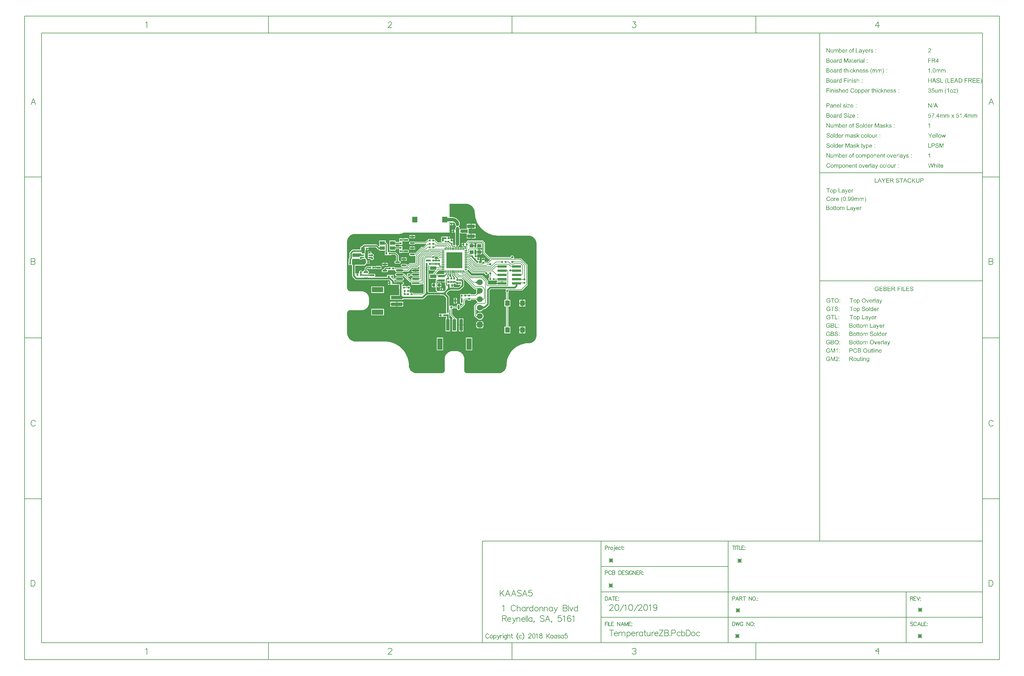
<source format=gtl>
G04*
G04 #@! TF.GenerationSoftware,Altium Limited,Altium Designer,19.1.8 (144)*
G04*
G04 Layer_Physical_Order=1*
G04 Layer_Color=255*
%FSLAX44Y44*%
%MOMM*%
G71*
G01*
G75*
%ADD10C,0.2500*%
%ADD12C,0.2000*%
%ADD13C,0.2540*%
%ADD14C,0.3000*%
%ADD15C,0.1270*%
%ADD16C,0.1778*%
%ADD44C,1.0000*%
%ADD45R,1.4000X1.6000*%
%ADD46R,4.7000X4.7000*%
G04:AMPARAMS|DCode=47|XSize=0.26mm|YSize=0.86mm|CornerRadius=0.065mm|HoleSize=0mm|Usage=FLASHONLY|Rotation=270.000|XOffset=0mm|YOffset=0mm|HoleType=Round|Shape=RoundedRectangle|*
%AMROUNDEDRECTD47*
21,1,0.2600,0.7300,0,0,270.0*
21,1,0.1300,0.8600,0,0,270.0*
1,1,0.1300,-0.3650,-0.0650*
1,1,0.1300,-0.3650,0.0650*
1,1,0.1300,0.3650,0.0650*
1,1,0.1300,0.3650,-0.0650*
%
%ADD47ROUNDEDRECTD47*%
G04:AMPARAMS|DCode=48|XSize=0.26mm|YSize=0.86mm|CornerRadius=0.065mm|HoleSize=0mm|Usage=FLASHONLY|Rotation=180.000|XOffset=0mm|YOffset=0mm|HoleType=Round|Shape=RoundedRectangle|*
%AMROUNDEDRECTD48*
21,1,0.2600,0.7300,0,0,180.0*
21,1,0.1300,0.8600,0,0,180.0*
1,1,0.1300,-0.0650,0.3650*
1,1,0.1300,0.0650,0.3650*
1,1,0.1300,0.0650,-0.3650*
1,1,0.1300,-0.0650,-0.3650*
%
%ADD48ROUNDEDRECTD48*%
%ADD49R,1.9000X1.1000*%
%ADD50R,2.0000X0.6500*%
%ADD51R,1.3000X1.0500*%
%ADD52R,2.2000X1.0500*%
%ADD53R,1.0500X1.0000*%
%ADD54R,2.7000X0.7000*%
%ADD55R,1.5000X1.1000*%
%ADD56R,1.5000X1.8000*%
%ADD57R,0.6000X0.5000*%
%ADD58R,0.5000X0.6000*%
%ADD59R,0.6500X0.4000*%
G04:AMPARAMS|DCode=60|XSize=0.5mm|YSize=1.4mm|CornerRadius=0.125mm|HoleSize=0mm|Usage=FLASHONLY|Rotation=270.000|XOffset=0mm|YOffset=0mm|HoleType=Round|Shape=RoundedRectangle|*
%AMROUNDEDRECTD60*
21,1,0.5000,1.1500,0,0,270.0*
21,1,0.2500,1.4000,0,0,270.0*
1,1,0.2500,-0.5750,-0.1250*
1,1,0.2500,-0.5750,0.1250*
1,1,0.2500,0.5750,0.1250*
1,1,0.2500,0.5750,-0.1250*
%
%ADD60ROUNDEDRECTD60*%
%ADD61O,2.2000X0.6000*%
%ADD62R,2.2000X0.6000*%
%ADD63R,3.4000X1.5000*%
%ADD64R,3.5000X1.0000*%
G04:AMPARAMS|DCode=65|XSize=0.85mm|YSize=0.9mm|CornerRadius=0.2125mm|HoleSize=0mm|Usage=FLASHONLY|Rotation=270.000|XOffset=0mm|YOffset=0mm|HoleType=Round|Shape=RoundedRectangle|*
%AMROUNDEDRECTD65*
21,1,0.8500,0.4750,0,0,270.0*
21,1,0.4250,0.9000,0,0,270.0*
1,1,0.4250,-0.2375,-0.2125*
1,1,0.4250,-0.2375,0.2125*
1,1,0.4250,0.2375,0.2125*
1,1,0.4250,0.2375,-0.2125*
%
%ADD65ROUNDEDRECTD65*%
G04:AMPARAMS|DCode=66|XSize=0.5mm|YSize=1.4mm|CornerRadius=0.125mm|HoleSize=0mm|Usage=FLASHONLY|Rotation=0.000|XOffset=0mm|YOffset=0mm|HoleType=Round|Shape=RoundedRectangle|*
%AMROUNDEDRECTD66*
21,1,0.5000,1.1500,0,0,0.0*
21,1,0.2500,1.4000,0,0,0.0*
1,1,0.2500,0.1250,-0.5750*
1,1,0.2500,-0.1250,-0.5750*
1,1,0.2500,-0.1250,0.5750*
1,1,0.2500,0.1250,0.5750*
%
%ADD66ROUNDEDRECTD66*%
%ADD67R,1.5000X3.4000*%
%ADD68R,1.0000X3.5000*%
%ADD69C,0.5000*%
%ADD70C,0.4000*%
%ADD71C,0.3500*%
%ADD72C,1.7500*%
G04:AMPARAMS|DCode=73|XSize=1.75mm|YSize=1.75mm|CornerRadius=0.4375mm|HoleSize=0mm|Usage=FLASHONLY|Rotation=270.000|XOffset=0mm|YOffset=0mm|HoleType=Round|Shape=RoundedRectangle|*
%AMROUNDEDRECTD73*
21,1,1.7500,0.8750,0,0,270.0*
21,1,0.8750,1.7500,0,0,270.0*
1,1,0.8750,-0.4375,-0.4375*
1,1,0.8750,-0.4375,0.4375*
1,1,0.8750,0.4375,0.4375*
1,1,0.8750,0.4375,-0.4375*
%
%ADD73ROUNDEDRECTD73*%
%ADD74C,0.6500*%
%ADD75C,0.6400*%
G36*
X1521266Y977771D02*
X1521480Y977752D01*
X1521734Y977713D01*
X1522007Y977674D01*
X1522299Y977615D01*
X1522065Y976250D01*
X1522046D01*
X1521987Y976269D01*
X1521890Y976289D01*
X1521773Y976308D01*
X1521617D01*
X1521461Y976328D01*
X1521129Y976347D01*
X1521012D01*
X1520895Y976328D01*
X1520739Y976308D01*
X1520583Y976269D01*
X1520407Y976211D01*
X1520251Y976133D01*
X1520115Y976035D01*
X1520095Y976016D01*
X1520076Y975977D01*
X1520017Y975899D01*
X1519978Y975781D01*
X1519920Y975626D01*
X1519861Y975411D01*
X1519842Y975177D01*
X1519822Y974884D01*
Y974045D01*
X1521636D01*
Y972816D01*
X1519842D01*
Y964760D01*
X1518262D01*
Y972816D01*
X1516877D01*
Y974045D01*
X1518262D01*
Y975021D01*
Y975040D01*
Y975060D01*
Y975177D01*
X1518281Y975333D01*
Y975547D01*
X1518301Y975762D01*
X1518340Y975996D01*
X1518379Y976211D01*
X1518437Y976406D01*
X1518457Y976425D01*
X1518476Y976503D01*
X1518535Y976620D01*
X1518613Y976757D01*
X1518730Y976933D01*
X1518866Y977088D01*
X1519022Y977245D01*
X1519217Y977401D01*
X1519237Y977420D01*
X1519335Y977459D01*
X1519451Y977518D01*
X1519647Y977596D01*
X1519861Y977674D01*
X1520154Y977732D01*
X1520466Y977771D01*
X1520836Y977791D01*
X1521090D01*
X1521266Y977771D01*
D02*
G37*
G36*
X1570346Y974240D02*
X1570560Y974202D01*
X1570794Y974123D01*
X1571068Y974045D01*
X1571360Y973909D01*
X1571672Y973733D01*
X1571107Y972290D01*
X1571087Y972309D01*
X1571009Y972348D01*
X1570892Y972407D01*
X1570755Y972465D01*
X1570580Y972524D01*
X1570385Y972582D01*
X1570170Y972621D01*
X1569956Y972641D01*
X1569878D01*
X1569780Y972621D01*
X1569644Y972602D01*
X1569507Y972563D01*
X1569351Y972504D01*
X1569195Y972426D01*
X1569039Y972329D01*
X1569019Y972309D01*
X1568980Y972270D01*
X1568902Y972192D01*
X1568824Y972095D01*
X1568727Y971978D01*
X1568629Y971822D01*
X1568551Y971646D01*
X1568473Y971451D01*
X1568454Y971412D01*
X1568434Y971314D01*
X1568395Y971139D01*
X1568356Y970905D01*
X1568297Y970632D01*
X1568259Y970320D01*
X1568239Y969988D01*
X1568219Y969617D01*
Y964760D01*
X1566639D01*
Y974045D01*
X1568063D01*
Y972660D01*
X1568083Y972680D01*
X1568161Y972797D01*
X1568259Y972972D01*
X1568376Y973168D01*
X1568532Y973382D01*
X1568707Y973597D01*
X1568863Y973792D01*
X1569039Y973928D01*
X1569058Y973948D01*
X1569117Y973987D01*
X1569214Y974026D01*
X1569351Y974104D01*
X1569487Y974162D01*
X1569663Y974202D01*
X1569858Y974240D01*
X1570053Y974260D01*
X1570190D01*
X1570346Y974240D01*
D02*
G37*
G36*
X1500725D02*
X1500939Y974202D01*
X1501173Y974123D01*
X1501446Y974045D01*
X1501739Y973909D01*
X1502051Y973733D01*
X1501485Y972290D01*
X1501466Y972309D01*
X1501388Y972348D01*
X1501271Y972407D01*
X1501134Y972465D01*
X1500959Y972524D01*
X1500764Y972582D01*
X1500549Y972621D01*
X1500334Y972641D01*
X1500256D01*
X1500159Y972621D01*
X1500022Y972602D01*
X1499886Y972563D01*
X1499730Y972504D01*
X1499574Y972426D01*
X1499418Y972329D01*
X1499398Y972309D01*
X1499359Y972270D01*
X1499281Y972192D01*
X1499203Y972095D01*
X1499106Y971978D01*
X1499008Y971822D01*
X1498930Y971646D01*
X1498852Y971451D01*
X1498832Y971412D01*
X1498813Y971314D01*
X1498774Y971139D01*
X1498735Y970905D01*
X1498676Y970632D01*
X1498637Y970320D01*
X1498618Y969988D01*
X1498598Y969617D01*
Y964760D01*
X1497018D01*
Y974045D01*
X1498442D01*
Y972660D01*
X1498462Y972680D01*
X1498540Y972797D01*
X1498637Y972972D01*
X1498754Y973168D01*
X1498910Y973382D01*
X1499086Y973597D01*
X1499242Y973792D01*
X1499418Y973928D01*
X1499437Y973948D01*
X1499496Y973987D01*
X1499593Y974026D01*
X1499730Y974104D01*
X1499866Y974162D01*
X1500042Y974202D01*
X1500237Y974240D01*
X1500432Y974260D01*
X1500569D01*
X1500725Y974240D01*
D02*
G37*
G36*
X1472186D02*
X1472303D01*
X1472439Y974221D01*
X1472732Y974162D01*
X1473083Y974065D01*
X1473434Y973928D01*
X1473766Y973733D01*
X1474078Y973480D01*
X1474117Y973441D01*
X1474195Y973343D01*
X1474312Y973148D01*
X1474468Y972895D01*
X1474604Y972563D01*
X1474722Y972173D01*
X1474799Y971685D01*
X1474839Y971412D01*
Y971119D01*
Y964760D01*
X1473258D01*
Y970593D01*
Y970612D01*
Y970632D01*
Y970749D01*
Y970924D01*
X1473239Y971119D01*
X1473200Y971568D01*
X1473161Y971783D01*
X1473102Y971958D01*
Y971978D01*
X1473063Y972036D01*
X1473024Y972114D01*
X1472966Y972212D01*
X1472888Y972309D01*
X1472790Y972426D01*
X1472673Y972543D01*
X1472537Y972641D01*
X1472517Y972660D01*
X1472459Y972680D01*
X1472381Y972719D01*
X1472283Y972777D01*
X1472146Y972816D01*
X1471971Y972856D01*
X1471795Y972875D01*
X1471600Y972895D01*
X1471444D01*
X1471249Y972856D01*
X1471035Y972816D01*
X1470781Y972738D01*
X1470508Y972621D01*
X1470215Y972446D01*
X1469962Y972231D01*
X1469942Y972192D01*
X1469864Y972114D01*
X1469767Y971958D01*
X1469650Y971724D01*
X1469513Y971431D01*
X1469415Y971080D01*
X1469337Y970651D01*
X1469318Y970144D01*
Y964760D01*
X1467738D01*
Y970788D01*
Y970807D01*
Y970827D01*
Y970885D01*
Y970963D01*
X1467718Y971158D01*
X1467699Y971373D01*
X1467640Y971646D01*
X1467582Y971900D01*
X1467484Y972153D01*
X1467348Y972368D01*
X1467328Y972387D01*
X1467270Y972446D01*
X1467192Y972543D01*
X1467055Y972641D01*
X1466880Y972719D01*
X1466665Y972816D01*
X1466411Y972875D01*
X1466099Y972895D01*
X1465982D01*
X1465865Y972875D01*
X1465690Y972856D01*
X1465514Y972816D01*
X1465300Y972738D01*
X1465085Y972660D01*
X1464870Y972543D01*
X1464851Y972524D01*
X1464773Y972485D01*
X1464675Y972387D01*
X1464558Y972290D01*
X1464422Y972134D01*
X1464285Y971958D01*
X1464168Y971743D01*
X1464051Y971509D01*
X1464032Y971470D01*
X1464012Y971392D01*
X1463973Y971236D01*
X1463934Y971022D01*
X1463875Y970749D01*
X1463837Y970417D01*
X1463817Y970027D01*
X1463797Y969578D01*
Y964760D01*
X1462217D01*
Y974045D01*
X1463622D01*
Y972738D01*
X1463641Y972777D01*
X1463700Y972856D01*
X1463797Y972972D01*
X1463934Y973129D01*
X1464090Y973304D01*
X1464285Y973480D01*
X1464519Y973675D01*
X1464773Y973831D01*
X1464812Y973850D01*
X1464909Y973889D01*
X1465065Y973967D01*
X1465260Y974045D01*
X1465514Y974123D01*
X1465787Y974202D01*
X1466119Y974240D01*
X1466450Y974260D01*
X1466626D01*
X1466821Y974240D01*
X1467055Y974202D01*
X1467309Y974162D01*
X1467601Y974084D01*
X1467874Y973967D01*
X1468128Y973831D01*
X1468167Y973811D01*
X1468245Y973753D01*
X1468362Y973655D01*
X1468499Y973519D01*
X1468655Y973343D01*
X1468811Y973148D01*
X1468947Y972895D01*
X1469064Y972621D01*
X1469084Y972641D01*
X1469123Y972699D01*
X1469181Y972777D01*
X1469259Y972875D01*
X1469377Y973011D01*
X1469513Y973148D01*
X1469669Y973285D01*
X1469845Y973441D01*
X1470040Y973597D01*
X1470254Y973733D01*
X1470762Y974006D01*
X1471035Y974104D01*
X1471327Y974182D01*
X1471620Y974240D01*
X1471951Y974260D01*
X1472088D01*
X1472186Y974240D01*
D02*
G37*
G36*
X1588761Y972251D02*
X1586966D01*
Y974045D01*
X1588761D01*
Y972251D01*
D02*
G37*
G36*
X1576022Y974240D02*
X1576276Y974221D01*
X1576588Y974182D01*
X1576900Y974123D01*
X1577232Y974045D01*
X1577544Y973928D01*
X1577563D01*
X1577583Y973909D01*
X1577681Y973870D01*
X1577836Y973792D01*
X1578012Y973714D01*
X1578207Y973577D01*
X1578422Y973441D01*
X1578617Y973265D01*
X1578773Y973070D01*
X1578792Y973051D01*
X1578831Y972972D01*
X1578909Y972856D01*
X1579007Y972699D01*
X1579085Y972504D01*
X1579182Y972251D01*
X1579261Y971978D01*
X1579339Y971665D01*
X1577798Y971451D01*
Y971490D01*
X1577778Y971568D01*
X1577739Y971704D01*
X1577681Y971861D01*
X1577603Y972036D01*
X1577485Y972212D01*
X1577349Y972407D01*
X1577173Y972563D01*
X1577154Y972582D01*
X1577076Y972621D01*
X1576959Y972699D01*
X1576803Y972777D01*
X1576608Y972836D01*
X1576354Y972914D01*
X1576081Y972953D01*
X1575749Y972972D01*
X1575574D01*
X1575379Y972953D01*
X1575145Y972934D01*
X1574891Y972875D01*
X1574637Y972816D01*
X1574384Y972719D01*
X1574189Y972602D01*
X1574169Y972582D01*
X1574111Y972543D01*
X1574052Y972465D01*
X1573974Y972368D01*
X1573877Y972251D01*
X1573818Y972095D01*
X1573759Y971939D01*
X1573740Y971763D01*
Y971743D01*
Y971704D01*
X1573759Y971646D01*
Y971568D01*
X1573818Y971392D01*
X1573916Y971197D01*
X1573935Y971178D01*
X1573955Y971158D01*
X1574072Y971061D01*
X1574150Y970983D01*
X1574247Y970924D01*
X1574384Y970846D01*
X1574520Y970788D01*
X1574540D01*
X1574579Y970768D01*
X1574657Y970749D01*
X1574793Y970710D01*
X1574969Y970651D01*
X1575223Y970573D01*
X1575535Y970495D01*
X1575710Y970437D01*
X1575925Y970378D01*
X1575944D01*
X1576003Y970359D01*
X1576081Y970339D01*
X1576198Y970300D01*
X1576335Y970261D01*
X1576490Y970222D01*
X1576842Y970125D01*
X1577232Y970007D01*
X1577622Y969871D01*
X1577973Y969754D01*
X1578129Y969695D01*
X1578266Y969637D01*
X1578305Y969617D01*
X1578383Y969578D01*
X1578500Y969520D01*
X1578636Y969442D01*
X1578812Y969325D01*
X1578987Y969169D01*
X1579144Y969013D01*
X1579300Y968818D01*
X1579319Y968798D01*
X1579358Y968720D01*
X1579417Y968603D01*
X1579495Y968447D01*
X1579573Y968252D01*
X1579631Y968018D01*
X1579670Y967764D01*
X1579690Y967471D01*
Y967432D01*
Y967335D01*
X1579670Y967179D01*
X1579631Y967003D01*
X1579573Y966769D01*
X1579495Y966516D01*
X1579378Y966262D01*
X1579222Y965989D01*
X1579202Y965950D01*
X1579144Y965872D01*
X1579026Y965755D01*
X1578870Y965599D01*
X1578695Y965423D01*
X1578461Y965248D01*
X1578188Y965072D01*
X1577876Y964916D01*
X1577836Y964896D01*
X1577720Y964857D01*
X1577544Y964799D01*
X1577310Y964741D01*
X1577017Y964662D01*
X1576686Y964604D01*
X1576315Y964565D01*
X1575925Y964545D01*
X1575749D01*
X1575632Y964565D01*
X1575476D01*
X1575301Y964584D01*
X1574891Y964643D01*
X1574442Y964721D01*
X1573994Y964857D01*
X1573545Y965033D01*
X1573350Y965150D01*
X1573155Y965287D01*
X1573135D01*
X1573116Y965326D01*
X1572999Y965423D01*
X1572843Y965599D01*
X1572648Y965852D01*
X1572453Y966164D01*
X1572258Y966555D01*
X1572082Y967003D01*
X1571965Y967530D01*
X1573526Y967784D01*
Y967764D01*
Y967745D01*
X1573545Y967627D01*
X1573604Y967452D01*
X1573662Y967237D01*
X1573759Y967003D01*
X1573877Y966769D01*
X1574052Y966535D01*
X1574247Y966320D01*
X1574267Y966301D01*
X1574364Y966243D01*
X1574501Y966164D01*
X1574676Y966087D01*
X1574930Y965989D01*
X1575203Y965911D01*
X1575554Y965852D01*
X1575925Y965833D01*
X1576100D01*
X1576295Y965852D01*
X1576530Y965891D01*
X1576803Y965930D01*
X1577076Y966008D01*
X1577329Y966125D01*
X1577544Y966262D01*
X1577563Y966282D01*
X1577622Y966340D01*
X1577720Y966438D01*
X1577817Y966555D01*
X1577895Y966711D01*
X1577993Y966906D01*
X1578051Y967101D01*
X1578071Y967315D01*
Y967335D01*
Y967413D01*
X1578051Y967491D01*
X1578012Y967627D01*
X1577954Y967745D01*
X1577876Y967901D01*
X1577758Y968037D01*
X1577603Y968154D01*
X1577583Y968174D01*
X1577524Y968193D01*
X1577427Y968232D01*
X1577271Y968310D01*
X1577056Y968369D01*
X1576783Y968466D01*
X1576608Y968525D01*
X1576432Y968564D01*
X1576217Y968622D01*
X1575983Y968681D01*
X1575964D01*
X1575905Y968700D01*
X1575827Y968720D01*
X1575710Y968759D01*
X1575554Y968798D01*
X1575398Y968837D01*
X1575027Y968954D01*
X1574637Y969071D01*
X1574228Y969188D01*
X1573857Y969325D01*
X1573701Y969383D01*
X1573564Y969442D01*
X1573545Y969461D01*
X1573447Y969500D01*
X1573330Y969578D01*
X1573194Y969676D01*
X1573018Y969793D01*
X1572862Y969949D01*
X1572687Y970125D01*
X1572550Y970320D01*
X1572531Y970339D01*
X1572492Y970417D01*
X1572453Y970534D01*
X1572394Y970690D01*
X1572316Y970866D01*
X1572277Y971080D01*
X1572238Y971314D01*
X1572218Y971568D01*
Y971588D01*
Y971665D01*
X1572238Y971802D01*
X1572258Y971939D01*
X1572277Y972114D01*
X1572336Y972309D01*
X1572394Y972524D01*
X1572492Y972719D01*
X1572511Y972738D01*
X1572550Y972816D01*
X1572609Y972914D01*
X1572706Y973031D01*
X1572804Y973168D01*
X1572940Y973304D01*
X1573096Y973460D01*
X1573272Y973597D01*
X1573291Y973616D01*
X1573350Y973636D01*
X1573428Y973694D01*
X1573545Y973753D01*
X1573681Y973831D01*
X1573857Y973909D01*
X1574052Y973987D01*
X1574267Y974065D01*
X1574306D01*
X1574384Y974104D01*
X1574501Y974123D01*
X1574676Y974162D01*
X1574891Y974202D01*
X1575105Y974221D01*
X1575359Y974260D01*
X1575808D01*
X1576022Y974240D01*
D02*
G37*
G36*
X1449635Y964760D02*
X1447899D01*
X1441169Y974826D01*
Y964760D01*
X1439550D01*
Y977576D01*
X1441267D01*
X1448016Y967511D01*
Y977576D01*
X1449635D01*
Y964760D01*
D02*
G37*
G36*
X1551833Y964604D02*
Y964584D01*
X1551814Y964545D01*
X1551775Y964467D01*
X1551736Y964350D01*
X1551697Y964233D01*
X1551638Y964097D01*
X1551521Y963765D01*
X1551365Y963414D01*
X1551229Y963082D01*
X1551092Y962751D01*
X1551014Y962614D01*
X1550956Y962497D01*
X1550936Y962458D01*
X1550878Y962380D01*
X1550800Y962243D01*
X1550683Y962068D01*
X1550526Y961892D01*
X1550370Y961697D01*
X1550175Y961522D01*
X1549980Y961366D01*
X1549961Y961346D01*
X1549883Y961307D01*
X1549766Y961249D01*
X1549610Y961190D01*
X1549434Y961112D01*
X1549200Y961054D01*
X1548966Y961015D01*
X1548693Y960995D01*
X1548615D01*
X1548517Y961015D01*
X1548400D01*
X1548244Y961034D01*
X1548069Y961073D01*
X1547678Y961190D01*
X1547503Y962653D01*
X1547522D01*
X1547581Y962634D01*
X1547678Y962614D01*
X1547815Y962575D01*
X1548088Y962517D01*
X1548400Y962497D01*
X1548498D01*
X1548576Y962517D01*
X1548712D01*
X1548985Y962575D01*
X1549122Y962614D01*
X1549239Y962673D01*
X1549259D01*
X1549297Y962712D01*
X1549356Y962751D01*
X1549415Y962809D01*
X1549590Y962965D01*
X1549766Y963180D01*
Y963199D01*
X1549785Y963238D01*
X1549824Y963297D01*
X1549883Y963414D01*
X1549941Y963570D01*
X1550019Y963765D01*
X1550117Y964038D01*
X1550234Y964350D01*
X1550253Y964370D01*
X1550273Y964448D01*
X1550331Y964565D01*
X1550390Y964741D01*
X1546859Y974045D01*
X1548537D01*
X1550468Y968700D01*
Y968681D01*
X1550488Y968661D01*
X1550507Y968603D01*
X1550526Y968525D01*
X1550605Y968310D01*
X1550702Y968037D01*
X1550800Y967725D01*
X1550917Y967354D01*
X1551034Y966964D01*
X1551151Y966555D01*
Y966574D01*
X1551170Y966594D01*
Y966652D01*
X1551209Y966730D01*
X1551248Y966945D01*
X1551326Y967198D01*
X1551424Y967511D01*
X1551541Y967862D01*
X1551658Y968232D01*
X1551794Y968622D01*
X1553784Y974045D01*
X1555345D01*
X1551833Y964604D01*
D02*
G37*
G36*
X1459760Y964760D02*
X1458355D01*
Y966106D01*
X1458335Y966087D01*
X1458296Y966047D01*
X1458238Y965969D01*
X1458160Y965872D01*
X1458043Y965735D01*
X1457906Y965618D01*
X1457750Y965462D01*
X1457575Y965326D01*
X1457380Y965189D01*
X1457165Y965033D01*
X1456911Y964916D01*
X1456658Y964799D01*
X1456365Y964682D01*
X1456073Y964604D01*
X1455741Y964565D01*
X1455409Y964545D01*
X1455273D01*
X1455117Y964565D01*
X1454902Y964584D01*
X1454668Y964623D01*
X1454415Y964682D01*
X1454141Y964760D01*
X1453868Y964857D01*
X1453829Y964877D01*
X1453751Y964916D01*
X1453634Y964975D01*
X1453478Y965072D01*
X1453303Y965189D01*
X1453127Y965326D01*
X1452971Y965462D01*
X1452815Y965638D01*
X1452795Y965657D01*
X1452756Y965716D01*
X1452698Y965833D01*
X1452639Y965969D01*
X1452542Y966145D01*
X1452464Y966340D01*
X1452386Y966555D01*
X1452327Y966808D01*
Y966828D01*
X1452308Y966906D01*
Y967003D01*
X1452288Y967159D01*
X1452269Y967374D01*
Y967627D01*
X1452249Y967920D01*
Y968271D01*
Y974045D01*
X1453829D01*
Y968876D01*
Y968857D01*
Y968818D01*
Y968759D01*
Y968681D01*
Y968466D01*
X1453849Y968213D01*
Y967940D01*
X1453868Y967666D01*
X1453888Y967413D01*
X1453907Y967218D01*
Y967198D01*
X1453946Y967120D01*
X1453985Y967003D01*
X1454044Y966867D01*
X1454122Y966711D01*
X1454239Y966535D01*
X1454375Y966379D01*
X1454532Y966243D01*
X1454551Y966223D01*
X1454629Y966184D01*
X1454727Y966125D01*
X1454863Y966067D01*
X1455039Y966008D01*
X1455234Y965950D01*
X1455468Y965911D01*
X1455721Y965891D01*
X1455838D01*
X1455975Y965911D01*
X1456151Y965930D01*
X1456346Y965969D01*
X1456560Y966047D01*
X1456794Y966125D01*
X1457029Y966243D01*
X1457048Y966262D01*
X1457126Y966320D01*
X1457243Y966399D01*
X1457380Y966516D01*
X1457516Y966652D01*
X1457672Y966828D01*
X1457789Y967023D01*
X1457906Y967237D01*
X1457926Y967276D01*
X1457945Y967354D01*
X1457984Y967491D01*
X1458043Y967706D01*
X1458101Y967959D01*
X1458140Y968271D01*
X1458160Y968642D01*
X1458179Y969052D01*
Y974045D01*
X1459760D01*
Y964760D01*
D02*
G37*
G36*
X1749329Y977615D02*
X1749485Y977596D01*
X1749661Y977576D01*
X1749856Y977557D01*
X1750070Y977498D01*
X1750539Y977381D01*
X1751026Y977206D01*
X1751280Y977088D01*
X1751514Y976952D01*
X1751729Y976776D01*
X1751943Y976601D01*
X1751963Y976581D01*
X1751982Y976562D01*
X1752041Y976503D01*
X1752119Y976425D01*
X1752197Y976308D01*
X1752294Y976191D01*
X1752489Y975899D01*
X1752684Y975528D01*
X1752860Y975099D01*
X1752997Y974611D01*
X1753016Y974338D01*
X1753036Y974065D01*
Y974026D01*
Y973928D01*
X1753016Y973772D01*
X1752997Y973577D01*
X1752958Y973343D01*
X1752899Y973090D01*
X1752821Y972816D01*
X1752704Y972543D01*
X1752684Y972504D01*
X1752646Y972407D01*
X1752567Y972270D01*
X1752450Y972075D01*
X1752314Y971841D01*
X1752138Y971568D01*
X1751904Y971295D01*
X1751651Y970983D01*
X1751612Y970944D01*
X1751514Y970827D01*
X1751339Y970651D01*
X1751221Y970534D01*
X1751085Y970398D01*
X1750929Y970241D01*
X1750734Y970066D01*
X1750539Y969890D01*
X1750324Y969676D01*
X1750090Y969461D01*
X1749817Y969227D01*
X1749544Y968993D01*
X1749232Y968720D01*
X1749212Y968700D01*
X1749173Y968661D01*
X1749095Y968603D01*
X1748998Y968525D01*
X1748764Y968330D01*
X1748471Y968076D01*
X1748178Y967803D01*
X1747866Y967530D01*
X1747613Y967296D01*
X1747515Y967198D01*
X1747418Y967101D01*
X1747398Y967081D01*
X1747359Y967023D01*
X1747281Y966945D01*
X1747184Y966828D01*
X1746969Y966574D01*
X1746754Y966262D01*
X1753055D01*
Y964760D01*
X1744570D01*
Y964780D01*
Y964857D01*
Y964975D01*
X1744589Y965111D01*
X1744608Y965267D01*
X1744628Y965443D01*
X1744687Y965638D01*
X1744745Y965833D01*
Y965852D01*
X1744765Y965872D01*
X1744804Y965989D01*
X1744882Y966145D01*
X1744999Y966379D01*
X1745135Y966633D01*
X1745330Y966925D01*
X1745525Y967218D01*
X1745779Y967530D01*
Y967550D01*
X1745818Y967569D01*
X1745916Y967686D01*
X1746072Y967862D01*
X1746306Y968096D01*
X1746598Y968369D01*
X1746949Y968700D01*
X1747379Y969071D01*
X1747847Y969481D01*
X1747866Y969500D01*
X1747944Y969559D01*
X1748042Y969637D01*
X1748178Y969773D01*
X1748354Y969910D01*
X1748549Y970085D01*
X1748978Y970456D01*
X1749446Y970905D01*
X1749915Y971353D01*
X1750149Y971568D01*
X1750344Y971783D01*
X1750519Y971997D01*
X1750675Y972192D01*
Y972212D01*
X1750714Y972231D01*
X1750753Y972290D01*
X1750792Y972368D01*
X1750909Y972563D01*
X1751046Y972816D01*
X1751183Y973109D01*
X1751299Y973421D01*
X1751378Y973772D01*
X1751416Y974104D01*
Y974123D01*
Y974143D01*
X1751397Y974260D01*
X1751378Y974436D01*
X1751339Y974650D01*
X1751241Y974904D01*
X1751124Y975157D01*
X1750968Y975430D01*
X1750734Y975684D01*
X1750695Y975704D01*
X1750617Y975781D01*
X1750461Y975879D01*
X1750266Y976016D01*
X1750012Y976133D01*
X1749719Y976230D01*
X1749368Y976308D01*
X1748978Y976328D01*
X1748861D01*
X1748783Y976308D01*
X1748588Y976289D01*
X1748334Y976250D01*
X1748042Y976152D01*
X1747730Y976035D01*
X1747437Y975860D01*
X1747164Y975626D01*
X1747144Y975586D01*
X1747066Y975508D01*
X1746949Y975352D01*
X1746832Y975138D01*
X1746696Y974865D01*
X1746598Y974553D01*
X1746520Y974182D01*
X1746481Y973753D01*
X1744862Y973928D01*
Y973948D01*
Y974006D01*
X1744882Y974104D01*
X1744901Y974221D01*
X1744940Y974377D01*
X1744960Y974553D01*
X1745077Y974943D01*
X1745233Y975391D01*
X1745447Y975840D01*
X1745740Y976289D01*
X1745896Y976484D01*
X1746091Y976679D01*
X1746111Y976698D01*
X1746150Y976718D01*
X1746208Y976776D01*
X1746286Y976835D01*
X1746403Y976893D01*
X1746540Y976991D01*
X1746696Y977069D01*
X1746871Y977167D01*
X1747066Y977245D01*
X1747281Y977342D01*
X1747535Y977420D01*
X1747788Y977479D01*
X1748373Y977596D01*
X1748685Y977615D01*
X1749017Y977635D01*
X1749193D01*
X1749329Y977615D01*
D02*
G37*
G36*
X1588761Y964760D02*
X1586966D01*
Y966555D01*
X1588761D01*
Y964760D01*
D02*
G37*
G36*
X1542119Y974240D02*
X1542392Y974221D01*
X1542704Y974182D01*
X1543036Y974143D01*
X1543348Y974065D01*
X1543640Y973967D01*
X1543679Y973948D01*
X1543757Y973928D01*
X1543894Y973850D01*
X1544050Y973772D01*
X1544226Y973675D01*
X1544421Y973558D01*
X1544577Y973421D01*
X1544733Y973265D01*
X1544752Y973246D01*
X1544791Y973187D01*
X1544850Y973109D01*
X1544928Y972972D01*
X1545006Y972816D01*
X1545084Y972641D01*
X1545162Y972426D01*
X1545220Y972192D01*
Y972173D01*
X1545240Y972114D01*
X1545260Y972017D01*
X1545279Y971861D01*
Y971665D01*
X1545298Y971412D01*
X1545318Y971119D01*
Y970749D01*
Y968642D01*
Y968622D01*
Y968544D01*
Y968427D01*
Y968291D01*
Y968115D01*
Y967920D01*
X1545338Y967471D01*
Y966984D01*
X1545357Y966535D01*
X1545377Y966320D01*
Y966145D01*
X1545396Y965989D01*
X1545416Y965852D01*
Y965833D01*
X1545435Y965755D01*
X1545455Y965638D01*
X1545494Y965501D01*
X1545552Y965345D01*
X1545630Y965150D01*
X1545806Y964760D01*
X1544167D01*
X1544148Y964780D01*
X1544128Y964838D01*
X1544089Y964955D01*
X1544031Y965092D01*
X1543972Y965267D01*
X1543933Y965462D01*
X1543894Y965677D01*
X1543855Y965930D01*
X1543816Y965891D01*
X1543699Y965813D01*
X1543543Y965677D01*
X1543309Y965521D01*
X1543055Y965326D01*
X1542763Y965150D01*
X1542470Y964994D01*
X1542158Y964857D01*
X1542119Y964838D01*
X1542021Y964818D01*
X1541865Y964760D01*
X1541651Y964701D01*
X1541378Y964643D01*
X1541085Y964604D01*
X1540773Y964565D01*
X1540422Y964545D01*
X1540285D01*
X1540168Y964565D01*
X1540051D01*
X1539895Y964584D01*
X1539563Y964643D01*
X1539173Y964721D01*
X1538803Y964857D01*
X1538412Y965033D01*
X1538081Y965287D01*
X1538042Y965326D01*
X1537944Y965423D01*
X1537827Y965579D01*
X1537671Y965813D01*
X1537515Y966087D01*
X1537398Y966399D01*
X1537301Y966789D01*
X1537262Y967198D01*
Y967237D01*
Y967315D01*
X1537281Y967452D01*
X1537301Y967608D01*
X1537340Y967803D01*
X1537379Y968018D01*
X1537457Y968232D01*
X1537554Y968447D01*
X1537574Y968466D01*
X1537613Y968544D01*
X1537671Y968642D01*
X1537769Y968779D01*
X1537886Y968915D01*
X1538042Y969071D01*
X1538198Y969208D01*
X1538374Y969344D01*
X1538393Y969364D01*
X1538471Y969403D01*
X1538569Y969461D01*
X1538705Y969539D01*
X1538881Y969637D01*
X1539056Y969715D01*
X1539271Y969793D01*
X1539505Y969871D01*
X1539524D01*
X1539602Y969890D01*
X1539700Y969910D01*
X1539856Y969949D01*
X1540051Y969988D01*
X1540305Y970027D01*
X1540578Y970066D01*
X1540909Y970105D01*
X1540929D01*
X1540987Y970125D01*
X1541085D01*
X1541221Y970144D01*
X1541378Y970163D01*
X1541553Y970183D01*
X1541982Y970261D01*
X1542431Y970339D01*
X1542899Y970417D01*
X1543348Y970534D01*
X1543543Y970593D01*
X1543719Y970651D01*
Y970671D01*
Y970710D01*
X1543738Y970827D01*
Y970963D01*
Y971022D01*
Y971061D01*
Y971080D01*
Y971100D01*
Y971217D01*
X1543719Y971392D01*
X1543679Y971588D01*
X1543621Y971802D01*
X1543543Y972036D01*
X1543445Y972231D01*
X1543289Y972407D01*
X1543270Y972426D01*
X1543172Y972485D01*
X1543036Y972582D01*
X1542841Y972680D01*
X1542587Y972777D01*
X1542275Y972875D01*
X1541904Y972934D01*
X1541495Y972953D01*
X1541319D01*
X1541124Y972934D01*
X1540870Y972914D01*
X1540597Y972856D01*
X1540344Y972797D01*
X1540071Y972699D01*
X1539856Y972563D01*
X1539836Y972543D01*
X1539778Y972485D01*
X1539680Y972387D01*
X1539563Y972251D01*
X1539427Y972056D01*
X1539310Y971822D01*
X1539173Y971529D01*
X1539076Y971197D01*
X1537535Y971412D01*
Y971431D01*
X1537554Y971451D01*
X1537574Y971568D01*
X1537632Y971743D01*
X1537691Y971978D01*
X1537788Y972231D01*
X1537905Y972485D01*
X1538042Y972758D01*
X1538217Y972992D01*
X1538237Y973011D01*
X1538315Y973090D01*
X1538412Y973207D01*
X1538569Y973343D01*
X1538764Y973480D01*
X1539017Y973636D01*
X1539290Y973792D01*
X1539602Y973928D01*
X1539622D01*
X1539641Y973948D01*
X1539700Y973967D01*
X1539758Y973987D01*
X1539954Y974026D01*
X1540207Y974104D01*
X1540519Y974162D01*
X1540870Y974202D01*
X1541280Y974240D01*
X1541709Y974260D01*
X1541904D01*
X1542119Y974240D01*
D02*
G37*
G36*
X1529673Y966262D02*
X1535974D01*
Y964760D01*
X1527976D01*
Y977576D01*
X1529673D01*
Y966262D01*
D02*
G37*
G36*
X1560807Y974240D02*
X1560963Y974221D01*
X1561158Y974202D01*
X1561353Y974162D01*
X1561587Y974104D01*
X1562055Y973948D01*
X1562309Y973850D01*
X1562562Y973714D01*
X1562816Y973577D01*
X1563070Y973402D01*
X1563304Y973207D01*
X1563538Y972972D01*
X1563557Y972953D01*
X1563596Y972914D01*
X1563655Y972836D01*
X1563733Y972738D01*
X1563811Y972602D01*
X1563908Y972446D01*
X1564025Y972270D01*
X1564142Y972056D01*
X1564240Y971802D01*
X1564357Y971548D01*
X1564455Y971256D01*
X1564552Y970924D01*
X1564611Y970593D01*
X1564669Y970222D01*
X1564708Y969832D01*
X1564728Y969403D01*
Y969383D01*
Y969305D01*
Y969169D01*
X1564708Y968993D01*
X1557803D01*
Y968973D01*
Y968934D01*
X1557822Y968837D01*
Y968739D01*
X1557842Y968603D01*
X1557861Y968466D01*
X1557939Y968115D01*
X1558056Y967745D01*
X1558193Y967354D01*
X1558407Y966964D01*
X1558661Y966633D01*
X1558700Y966594D01*
X1558797Y966516D01*
X1558973Y966379D01*
X1559188Y966243D01*
X1559480Y966087D01*
X1559812Y965950D01*
X1560182Y965872D01*
X1560592Y965833D01*
X1560748D01*
X1560904Y965852D01*
X1561099Y965891D01*
X1561333Y965950D01*
X1561587Y966028D01*
X1561841Y966125D01*
X1562075Y966282D01*
X1562094Y966301D01*
X1562172Y966379D01*
X1562289Y966477D01*
X1562426Y966652D01*
X1562582Y966847D01*
X1562738Y967101D01*
X1562894Y967413D01*
X1563050Y967764D01*
X1564669Y967550D01*
Y967530D01*
X1564650Y967491D01*
X1564630Y967413D01*
X1564591Y967315D01*
X1564552Y967198D01*
X1564494Y967062D01*
X1564338Y966730D01*
X1564142Y966379D01*
X1563908Y966008D01*
X1563596Y965638D01*
X1563245Y965326D01*
X1563226D01*
X1563206Y965287D01*
X1563148Y965248D01*
X1563050Y965209D01*
X1562953Y965150D01*
X1562836Y965072D01*
X1562699Y965014D01*
X1562523Y964936D01*
X1562153Y964799D01*
X1561685Y964662D01*
X1561177Y964584D01*
X1560592Y964545D01*
X1560397D01*
X1560261Y964565D01*
X1560085Y964584D01*
X1559890Y964604D01*
X1559675Y964643D01*
X1559422Y964701D01*
X1558915Y964857D01*
X1558642Y964955D01*
X1558388Y965072D01*
X1558115Y965209D01*
X1557861Y965384D01*
X1557608Y965579D01*
X1557374Y965794D01*
X1557354Y965813D01*
X1557315Y965852D01*
X1557256Y965930D01*
X1557198Y966028D01*
X1557100Y966145D01*
X1557003Y966301D01*
X1556886Y966496D01*
X1556788Y966711D01*
X1556671Y966945D01*
X1556554Y967198D01*
X1556457Y967491D01*
X1556379Y967803D01*
X1556301Y968135D01*
X1556242Y968505D01*
X1556203Y968895D01*
X1556184Y969305D01*
Y969325D01*
Y969403D01*
Y969539D01*
X1556203Y969695D01*
X1556223Y969890D01*
X1556242Y970125D01*
X1556281Y970378D01*
X1556340Y970651D01*
X1556476Y971236D01*
X1556574Y971529D01*
X1556691Y971841D01*
X1556827Y972134D01*
X1556983Y972426D01*
X1557159Y972699D01*
X1557374Y972953D01*
X1557393Y972972D01*
X1557432Y973011D01*
X1557491Y973070D01*
X1557588Y973168D01*
X1557705Y973265D01*
X1557861Y973363D01*
X1558017Y973480D01*
X1558212Y973616D01*
X1558427Y973733D01*
X1558661Y973850D01*
X1558915Y973948D01*
X1559207Y974065D01*
X1559500Y974143D01*
X1559812Y974202D01*
X1560143Y974240D01*
X1560495Y974260D01*
X1560670D01*
X1560807Y974240D01*
D02*
G37*
G36*
X1512019D02*
X1512195Y974221D01*
X1512370Y974202D01*
X1512585Y974162D01*
X1512819Y974104D01*
X1513307Y973948D01*
X1513560Y973850D01*
X1513833Y973733D01*
X1514087Y973577D01*
X1514341Y973402D01*
X1514594Y973207D01*
X1514828Y972992D01*
X1514848Y972972D01*
X1514887Y972934D01*
X1514945Y972856D01*
X1515023Y972758D01*
X1515121Y972641D01*
X1515218Y972485D01*
X1515336Y972290D01*
X1515453Y972095D01*
X1515550Y971861D01*
X1515667Y971588D01*
X1515765Y971314D01*
X1515862Y971002D01*
X1515940Y970671D01*
X1515999Y970300D01*
X1516038Y969929D01*
X1516057Y969520D01*
Y969500D01*
Y969442D01*
Y969344D01*
Y969227D01*
X1516038Y969071D01*
Y968895D01*
X1516018Y968700D01*
X1515999Y968486D01*
X1515921Y968037D01*
X1515823Y967569D01*
X1515687Y967101D01*
X1515511Y966691D01*
Y966672D01*
X1515491Y966652D01*
X1515414Y966516D01*
X1515277Y966340D01*
X1515101Y966106D01*
X1514887Y965852D01*
X1514614Y965599D01*
X1514302Y965345D01*
X1513931Y965111D01*
X1513911D01*
X1513892Y965092D01*
X1513833Y965053D01*
X1513755Y965033D01*
X1513541Y964936D01*
X1513268Y964838D01*
X1512936Y964721D01*
X1512565Y964643D01*
X1512156Y964565D01*
X1511707Y964545D01*
X1511512D01*
X1511375Y964565D01*
X1511219Y964584D01*
X1511024Y964604D01*
X1510810Y964643D01*
X1510576Y964701D01*
X1510088Y964857D01*
X1509815Y964955D01*
X1509561Y965072D01*
X1509288Y965209D01*
X1509035Y965384D01*
X1508781Y965579D01*
X1508547Y965794D01*
X1508528Y965813D01*
X1508488Y965852D01*
X1508430Y965930D01*
X1508371Y966028D01*
X1508274Y966164D01*
X1508176Y966320D01*
X1508059Y966496D01*
X1507962Y966711D01*
X1507845Y966964D01*
X1507728Y967218D01*
X1507630Y967530D01*
X1507552Y967842D01*
X1507474Y968193D01*
X1507416Y968564D01*
X1507377Y968973D01*
X1507357Y969403D01*
Y969442D01*
Y969520D01*
X1507377Y969656D01*
Y969832D01*
X1507396Y970046D01*
X1507435Y970281D01*
X1507474Y970554D01*
X1507533Y970846D01*
X1507611Y971158D01*
X1507708Y971470D01*
X1507825Y971783D01*
X1507962Y972095D01*
X1508118Y972407D01*
X1508313Y972699D01*
X1508528Y972972D01*
X1508781Y973226D01*
X1508801Y973246D01*
X1508840Y973265D01*
X1508898Y973324D01*
X1508996Y973382D01*
X1509113Y973460D01*
X1509249Y973558D01*
X1509405Y973655D01*
X1509600Y973753D01*
X1509795Y973831D01*
X1510010Y973928D01*
X1510517Y974104D01*
X1511083Y974221D01*
X1511395Y974240D01*
X1511707Y974260D01*
X1511883D01*
X1512019Y974240D01*
D02*
G37*
G36*
X1491186D02*
X1491342Y974221D01*
X1491537Y974202D01*
X1491732Y974162D01*
X1491966Y974104D01*
X1492434Y973948D01*
X1492688Y973850D01*
X1492941Y973714D01*
X1493195Y973577D01*
X1493448Y973402D01*
X1493683Y973207D01*
X1493917Y972972D01*
X1493936Y972953D01*
X1493975Y972914D01*
X1494034Y972836D01*
X1494112Y972738D01*
X1494190Y972602D01*
X1494287Y972446D01*
X1494404Y972270D01*
X1494521Y972056D01*
X1494619Y971802D01*
X1494736Y971548D01*
X1494833Y971256D01*
X1494931Y970924D01*
X1494989Y970593D01*
X1495048Y970222D01*
X1495087Y969832D01*
X1495107Y969403D01*
Y969383D01*
Y969305D01*
Y969169D01*
X1495087Y968993D01*
X1488181D01*
Y968973D01*
Y968934D01*
X1488201Y968837D01*
Y968739D01*
X1488221Y968603D01*
X1488240Y968466D01*
X1488318Y968115D01*
X1488435Y967745D01*
X1488572Y967354D01*
X1488786Y966964D01*
X1489040Y966633D01*
X1489079Y966594D01*
X1489176Y966516D01*
X1489352Y966379D01*
X1489566Y966243D01*
X1489859Y966087D01*
X1490191Y965950D01*
X1490561Y965872D01*
X1490971Y965833D01*
X1491127D01*
X1491283Y965852D01*
X1491478Y965891D01*
X1491712Y965950D01*
X1491966Y966028D01*
X1492219Y966125D01*
X1492453Y966282D01*
X1492473Y966301D01*
X1492551Y966379D01*
X1492668Y966477D01*
X1492805Y966652D01*
X1492961Y966847D01*
X1493117Y967101D01*
X1493273Y967413D01*
X1493429Y967764D01*
X1495048Y967550D01*
Y967530D01*
X1495029Y967491D01*
X1495009Y967413D01*
X1494970Y967315D01*
X1494931Y967198D01*
X1494872Y967062D01*
X1494716Y966730D01*
X1494521Y966379D01*
X1494287Y966008D01*
X1493975Y965638D01*
X1493624Y965326D01*
X1493604D01*
X1493585Y965287D01*
X1493526Y965248D01*
X1493429Y965209D01*
X1493331Y965150D01*
X1493214Y965072D01*
X1493078Y965014D01*
X1492902Y964936D01*
X1492532Y964799D01*
X1492063Y964662D01*
X1491556Y964584D01*
X1490971Y964545D01*
X1490776D01*
X1490639Y964565D01*
X1490464Y964584D01*
X1490269Y964604D01*
X1490054Y964643D01*
X1489801Y964701D01*
X1489293Y964857D01*
X1489020Y964955D01*
X1488767Y965072D01*
X1488494Y965209D01*
X1488240Y965384D01*
X1487986Y965579D01*
X1487752Y965794D01*
X1487733Y965813D01*
X1487694Y965852D01*
X1487635Y965930D01*
X1487577Y966028D01*
X1487479Y966145D01*
X1487382Y966301D01*
X1487265Y966496D01*
X1487167Y966711D01*
X1487050Y966945D01*
X1486933Y967198D01*
X1486835Y967491D01*
X1486757Y967803D01*
X1486679Y968135D01*
X1486621Y968505D01*
X1486582Y968895D01*
X1486562Y969305D01*
Y969325D01*
Y969403D01*
Y969539D01*
X1486582Y969695D01*
X1486601Y969890D01*
X1486621Y970125D01*
X1486660Y970378D01*
X1486718Y970651D01*
X1486855Y971236D01*
X1486953Y971529D01*
X1487070Y971841D01*
X1487206Y972134D01*
X1487362Y972426D01*
X1487538Y972699D01*
X1487752Y972953D01*
X1487772Y972972D01*
X1487811Y973011D01*
X1487869Y973070D01*
X1487967Y973168D01*
X1488084Y973265D01*
X1488240Y973363D01*
X1488396Y973480D01*
X1488591Y973616D01*
X1488806Y973733D01*
X1489040Y973850D01*
X1489293Y973948D01*
X1489586Y974065D01*
X1489879Y974143D01*
X1490191Y974202D01*
X1490522Y974240D01*
X1490873Y974260D01*
X1491049D01*
X1491186Y974240D01*
D02*
G37*
G36*
X1478681Y973011D02*
X1478701Y973031D01*
X1478721Y973070D01*
X1478779Y973129D01*
X1478857Y973207D01*
X1478954Y973304D01*
X1479072Y973402D01*
X1479364Y973636D01*
X1479715Y973870D01*
X1480164Y974065D01*
X1480398Y974143D01*
X1480652Y974202D01*
X1480925Y974240D01*
X1481198Y974260D01*
X1481354D01*
X1481510Y974240D01*
X1481725Y974221D01*
X1481978Y974182D01*
X1482251Y974104D01*
X1482524Y974026D01*
X1482817Y973909D01*
X1482856Y973889D01*
X1482953Y973850D01*
X1483090Y973772D01*
X1483266Y973655D01*
X1483461Y973519D01*
X1483656Y973343D01*
X1483870Y973148D01*
X1484065Y972934D01*
X1484085Y972914D01*
X1484144Y972816D01*
X1484241Y972680D01*
X1484358Y972504D01*
X1484475Y972290D01*
X1484612Y972036D01*
X1484729Y971743D01*
X1484846Y971412D01*
X1484865Y971373D01*
X1484885Y971256D01*
X1484943Y971080D01*
X1485002Y970846D01*
X1485041Y970573D01*
X1485099Y970261D01*
X1485119Y969910D01*
X1485138Y969539D01*
Y969520D01*
Y969442D01*
Y969305D01*
X1485119Y969149D01*
X1485099Y968934D01*
X1485080Y968720D01*
X1485041Y968447D01*
X1484982Y968174D01*
X1484846Y967589D01*
X1484748Y967276D01*
X1484631Y966964D01*
X1484495Y966652D01*
X1484339Y966360D01*
X1484163Y966087D01*
X1483948Y965833D01*
X1483929Y965813D01*
X1483890Y965774D01*
X1483831Y965716D01*
X1483734Y965638D01*
X1483636Y965540D01*
X1483500Y965423D01*
X1483344Y965306D01*
X1483149Y965189D01*
X1482739Y964955D01*
X1482271Y964741D01*
X1481998Y964662D01*
X1481725Y964604D01*
X1481432Y964565D01*
X1481120Y964545D01*
X1480964D01*
X1480847Y964565D01*
X1480710Y964584D01*
X1480554Y964623D01*
X1480184Y964721D01*
X1479988Y964780D01*
X1479774Y964877D01*
X1479559Y964994D01*
X1479345Y965131D01*
X1479150Y965287D01*
X1478935Y965462D01*
X1478740Y965677D01*
X1478564Y965911D01*
Y964760D01*
X1477101D01*
Y977576D01*
X1478681D01*
Y973011D01*
D02*
G37*
G36*
X1539446Y945781D02*
X1537866D01*
Y947576D01*
X1539446D01*
Y945781D01*
D02*
G37*
G36*
X1484670Y934760D02*
X1483207D01*
Y935911D01*
X1483188Y935891D01*
X1483168Y935852D01*
X1483110Y935794D01*
X1483032Y935696D01*
X1482953Y935599D01*
X1482836Y935482D01*
X1482700Y935365D01*
X1482544Y935228D01*
X1482368Y935111D01*
X1482173Y934975D01*
X1481959Y934857D01*
X1481744Y934760D01*
X1481490Y934662D01*
X1481217Y934604D01*
X1480925Y934565D01*
X1480613Y934545D01*
X1480496D01*
X1480418Y934565D01*
X1480203Y934584D01*
X1479949Y934623D01*
X1479618Y934702D01*
X1479286Y934799D01*
X1478916Y934955D01*
X1478564Y935150D01*
X1478545D01*
X1478525Y935170D01*
X1478408Y935267D01*
X1478252Y935404D01*
X1478038Y935599D01*
X1477823Y935833D01*
X1477569Y936125D01*
X1477355Y936457D01*
X1477140Y936847D01*
Y936867D01*
X1477121Y936906D01*
X1477101Y936964D01*
X1477062Y937042D01*
X1477023Y937140D01*
X1476984Y937276D01*
X1476887Y937589D01*
X1476789Y937959D01*
X1476711Y938388D01*
X1476653Y938857D01*
X1476633Y939383D01*
Y939403D01*
Y939442D01*
Y939520D01*
Y939617D01*
X1476653Y939734D01*
Y939890D01*
X1476692Y940222D01*
X1476750Y940612D01*
X1476828Y941022D01*
X1476926Y941470D01*
X1477082Y941900D01*
Y941919D01*
X1477101Y941958D01*
X1477140Y942017D01*
X1477179Y942095D01*
X1477277Y942290D01*
X1477433Y942543D01*
X1477628Y942836D01*
X1477862Y943129D01*
X1478135Y943402D01*
X1478467Y943655D01*
X1478486D01*
X1478506Y943675D01*
X1478623Y943753D01*
X1478818Y943850D01*
X1479072Y943967D01*
X1479384Y944065D01*
X1479735Y944162D01*
X1480125Y944240D01*
X1480535Y944260D01*
X1480671D01*
X1480827Y944240D01*
X1481042Y944221D01*
X1481256Y944162D01*
X1481510Y944104D01*
X1481764Y944006D01*
X1482017Y943889D01*
X1482056Y943870D01*
X1482134Y943831D01*
X1482251Y943753D01*
X1482407Y943636D01*
X1482563Y943519D01*
X1482758Y943363D01*
X1482934Y943168D01*
X1483090Y942972D01*
Y947576D01*
X1484670D01*
Y934760D01*
D02*
G37*
G36*
X1535603Y944240D02*
X1535818Y944202D01*
X1536052Y944123D01*
X1536325Y944045D01*
X1536618Y943909D01*
X1536930Y943733D01*
X1536364Y942290D01*
X1536345Y942309D01*
X1536267Y942348D01*
X1536150Y942407D01*
X1536013Y942465D01*
X1535838Y942524D01*
X1535643Y942582D01*
X1535428Y942621D01*
X1535213Y942641D01*
X1535135D01*
X1535038Y942621D01*
X1534901Y942602D01*
X1534765Y942563D01*
X1534609Y942504D01*
X1534453Y942426D01*
X1534297Y942329D01*
X1534277Y942309D01*
X1534238Y942270D01*
X1534160Y942192D01*
X1534082Y942095D01*
X1533984Y941978D01*
X1533887Y941822D01*
X1533809Y941646D01*
X1533731Y941451D01*
X1533711Y941412D01*
X1533692Y941314D01*
X1533653Y941139D01*
X1533614Y940905D01*
X1533555Y940632D01*
X1533516Y940320D01*
X1533497Y939988D01*
X1533477Y939617D01*
Y934760D01*
X1531897D01*
Y944045D01*
X1533321D01*
Y942660D01*
X1533341Y942680D01*
X1533419Y942797D01*
X1533516Y942972D01*
X1533633Y943168D01*
X1533789Y943382D01*
X1533965Y943597D01*
X1534121Y943792D01*
X1534297Y943928D01*
X1534316Y943948D01*
X1534375Y943987D01*
X1534472Y944026D01*
X1534609Y944104D01*
X1534745Y944162D01*
X1534921Y944202D01*
X1535116Y944240D01*
X1535311Y944260D01*
X1535447D01*
X1535603Y944240D01*
D02*
G37*
G36*
X1474956D02*
X1475170Y944202D01*
X1475404Y944123D01*
X1475677Y944045D01*
X1475970Y943909D01*
X1476282Y943733D01*
X1475716Y942290D01*
X1475697Y942309D01*
X1475619Y942348D01*
X1475502Y942407D01*
X1475365Y942465D01*
X1475190Y942524D01*
X1474995Y942582D01*
X1474780Y942621D01*
X1474565Y942641D01*
X1474487D01*
X1474390Y942621D01*
X1474253Y942602D01*
X1474117Y942563D01*
X1473961Y942504D01*
X1473805Y942426D01*
X1473649Y942329D01*
X1473629Y942309D01*
X1473590Y942270D01*
X1473512Y942192D01*
X1473434Y942095D01*
X1473336Y941978D01*
X1473239Y941822D01*
X1473161Y941646D01*
X1473083Y941451D01*
X1473063Y941412D01*
X1473044Y941314D01*
X1473005Y941139D01*
X1472966Y940905D01*
X1472907Y940632D01*
X1472868Y940320D01*
X1472849Y939988D01*
X1472829Y939617D01*
Y934760D01*
X1471249D01*
Y944045D01*
X1472673D01*
Y942660D01*
X1472693Y942680D01*
X1472771Y942797D01*
X1472868Y942972D01*
X1472985Y943168D01*
X1473141Y943382D01*
X1473317Y943597D01*
X1473473Y943792D01*
X1473649Y943928D01*
X1473668Y943948D01*
X1473727Y943987D01*
X1473824Y944026D01*
X1473961Y944104D01*
X1474097Y944162D01*
X1474273Y944202D01*
X1474468Y944240D01*
X1474663Y944260D01*
X1474799D01*
X1474956Y944240D01*
D02*
G37*
G36*
X1562972Y942251D02*
X1561177D01*
Y944045D01*
X1562972D01*
Y942251D01*
D02*
G37*
G36*
X1504509Y934760D02*
X1502870D01*
Y945489D01*
X1499125Y934760D01*
X1497603D01*
X1493917Y945665D01*
Y934760D01*
X1492278D01*
Y947576D01*
X1494814D01*
X1497857Y938505D01*
Y938486D01*
X1497876Y938447D01*
X1497896Y938388D01*
X1497915Y938291D01*
X1497994Y938076D01*
X1498091Y937803D01*
X1498189Y937491D01*
X1498286Y937179D01*
X1498384Y936867D01*
X1498462Y936613D01*
X1498481Y936652D01*
X1498501Y936750D01*
X1498559Y936906D01*
X1498637Y937120D01*
X1498715Y937413D01*
X1498832Y937764D01*
X1498988Y938174D01*
X1499144Y938661D01*
X1502207Y947576D01*
X1504509D01*
Y934760D01*
D02*
G37*
G36*
X1774279Y939266D02*
X1776015D01*
Y937823D01*
X1774279D01*
Y934760D01*
X1772699D01*
Y937823D01*
X1767139D01*
Y939266D01*
X1772991Y947557D01*
X1774279D01*
Y939266D01*
D02*
G37*
G36*
X1761521Y947557D02*
X1761677D01*
X1762068Y947537D01*
X1762477Y947498D01*
X1762906Y947420D01*
X1763316Y947342D01*
X1763511Y947284D01*
X1763687Y947225D01*
X1763706D01*
X1763726Y947206D01*
X1763843Y947167D01*
X1763999Y947069D01*
X1764194Y946933D01*
X1764428Y946776D01*
X1764662Y946562D01*
X1764896Y946308D01*
X1765111Y945996D01*
X1765130Y945957D01*
X1765189Y945840D01*
X1765286Y945665D01*
X1765384Y945430D01*
X1765481Y945138D01*
X1765579Y944806D01*
X1765637Y944455D01*
X1765657Y944065D01*
Y944045D01*
Y944006D01*
Y943928D01*
X1765637Y943831D01*
Y943714D01*
X1765618Y943577D01*
X1765540Y943265D01*
X1765442Y942895D01*
X1765286Y942524D01*
X1765052Y942134D01*
X1764915Y941939D01*
X1764760Y941763D01*
X1764720Y941724D01*
X1764662Y941685D01*
X1764603Y941607D01*
X1764506Y941548D01*
X1764389Y941451D01*
X1764252Y941373D01*
X1764096Y941275D01*
X1763921Y941178D01*
X1763706Y941080D01*
X1763492Y940983D01*
X1763238Y940885D01*
X1762984Y940788D01*
X1762692Y940710D01*
X1762380Y940651D01*
X1762048Y940593D01*
X1762087Y940573D01*
X1762165Y940534D01*
X1762282Y940476D01*
X1762419Y940398D01*
X1762750Y940183D01*
X1762926Y940066D01*
X1763062Y939949D01*
X1763101Y939910D01*
X1763199Y939832D01*
X1763335Y939676D01*
X1763511Y939481D01*
X1763726Y939227D01*
X1763960Y938934D01*
X1764213Y938603D01*
X1764467Y938232D01*
X1766691Y934760D01*
X1764564D01*
X1762867Y937413D01*
Y937432D01*
X1762828Y937471D01*
X1762789Y937530D01*
X1762750Y937608D01*
X1762614Y937803D01*
X1762438Y938057D01*
X1762243Y938349D01*
X1762029Y938642D01*
X1761833Y938915D01*
X1761638Y939169D01*
X1761619Y939188D01*
X1761560Y939266D01*
X1761463Y939383D01*
X1761365Y939520D01*
X1761073Y939793D01*
X1760936Y939929D01*
X1760780Y940027D01*
X1760760Y940046D01*
X1760721Y940066D01*
X1760643Y940105D01*
X1760546Y940163D01*
X1760312Y940281D01*
X1760019Y940378D01*
X1760000D01*
X1759961Y940398D01*
X1759883D01*
X1759785Y940417D01*
X1759649Y940437D01*
X1759492D01*
X1759297Y940456D01*
X1757113D01*
Y934760D01*
X1755415D01*
Y947576D01*
X1761365D01*
X1761521Y947557D01*
D02*
G37*
G36*
X1753192Y946074D02*
X1746247D01*
Y942075D01*
X1752255D01*
Y940573D01*
X1746247D01*
Y934760D01*
X1744550D01*
Y947576D01*
X1753192D01*
Y946074D01*
D02*
G37*
G36*
X1562972Y934760D02*
X1561177D01*
Y936555D01*
X1562972D01*
Y934760D01*
D02*
G37*
G36*
X1553336D02*
X1551755D01*
Y947576D01*
X1553336D01*
Y934760D01*
D02*
G37*
G36*
X1546157Y944240D02*
X1546430Y944221D01*
X1546742Y944182D01*
X1547074Y944143D01*
X1547386Y944065D01*
X1547678Y943967D01*
X1547717Y943948D01*
X1547796Y943928D01*
X1547932Y943850D01*
X1548088Y943772D01*
X1548264Y943675D01*
X1548459Y943558D01*
X1548615Y943421D01*
X1548771Y943265D01*
X1548790Y943246D01*
X1548829Y943187D01*
X1548888Y943109D01*
X1548966Y942972D01*
X1549044Y942816D01*
X1549122Y942641D01*
X1549200Y942426D01*
X1549259Y942192D01*
Y942173D01*
X1549278Y942114D01*
X1549297Y942017D01*
X1549317Y941861D01*
Y941665D01*
X1549337Y941412D01*
X1549356Y941119D01*
Y940749D01*
Y938642D01*
Y938622D01*
Y938544D01*
Y938427D01*
Y938291D01*
Y938115D01*
Y937920D01*
X1549375Y937471D01*
Y936984D01*
X1549395Y936535D01*
X1549415Y936321D01*
Y936145D01*
X1549434Y935989D01*
X1549454Y935852D01*
Y935833D01*
X1549473Y935755D01*
X1549493Y935638D01*
X1549532Y935501D01*
X1549590Y935345D01*
X1549668Y935150D01*
X1549844Y934760D01*
X1548205D01*
X1548186Y934780D01*
X1548166Y934838D01*
X1548127Y934955D01*
X1548069Y935092D01*
X1548010Y935267D01*
X1547971Y935462D01*
X1547932Y935677D01*
X1547893Y935930D01*
X1547854Y935891D01*
X1547737Y935813D01*
X1547581Y935677D01*
X1547347Y935521D01*
X1547093Y935326D01*
X1546801Y935150D01*
X1546508Y934994D01*
X1546196Y934857D01*
X1546157Y934838D01*
X1546059Y934818D01*
X1545903Y934760D01*
X1545689Y934702D01*
X1545416Y934643D01*
X1545123Y934604D01*
X1544811Y934565D01*
X1544460Y934545D01*
X1544323D01*
X1544206Y934565D01*
X1544089D01*
X1543933Y934584D01*
X1543601Y934643D01*
X1543211Y934721D01*
X1542841Y934857D01*
X1542451Y935033D01*
X1542119Y935287D01*
X1542080Y935326D01*
X1541982Y935423D01*
X1541865Y935579D01*
X1541709Y935813D01*
X1541553Y936087D01*
X1541436Y936399D01*
X1541339Y936789D01*
X1541300Y937198D01*
Y937237D01*
Y937315D01*
X1541319Y937452D01*
X1541339Y937608D01*
X1541378Y937803D01*
X1541417Y938018D01*
X1541495Y938232D01*
X1541592Y938447D01*
X1541612Y938466D01*
X1541651Y938544D01*
X1541709Y938642D01*
X1541807Y938779D01*
X1541924Y938915D01*
X1542080Y939071D01*
X1542236Y939208D01*
X1542411Y939344D01*
X1542431Y939364D01*
X1542509Y939403D01*
X1542607Y939461D01*
X1542743Y939539D01*
X1542919Y939637D01*
X1543094Y939715D01*
X1543309Y939793D01*
X1543543Y939871D01*
X1543562D01*
X1543640Y939890D01*
X1543738Y939910D01*
X1543894Y939949D01*
X1544089Y939988D01*
X1544343Y940027D01*
X1544616Y940066D01*
X1544947Y940105D01*
X1544967D01*
X1545025Y940125D01*
X1545123D01*
X1545260Y940144D01*
X1545416Y940163D01*
X1545591Y940183D01*
X1546020Y940261D01*
X1546469Y940339D01*
X1546937Y940417D01*
X1547386Y940534D01*
X1547581Y940593D01*
X1547756Y940651D01*
Y940671D01*
Y940710D01*
X1547776Y940827D01*
Y940963D01*
Y941022D01*
Y941061D01*
Y941080D01*
Y941100D01*
Y941217D01*
X1547756Y941392D01*
X1547717Y941588D01*
X1547659Y941802D01*
X1547581Y942036D01*
X1547483Y942231D01*
X1547327Y942407D01*
X1547308Y942426D01*
X1547210Y942485D01*
X1547074Y942582D01*
X1546879Y942680D01*
X1546625Y942777D01*
X1546313Y942875D01*
X1545942Y942934D01*
X1545533Y942953D01*
X1545357D01*
X1545162Y942934D01*
X1544908Y942914D01*
X1544635Y942856D01*
X1544382Y942797D01*
X1544109Y942699D01*
X1543894Y942563D01*
X1543875Y942543D01*
X1543816Y942485D01*
X1543719Y942387D01*
X1543601Y942251D01*
X1543465Y942056D01*
X1543348Y941822D01*
X1543211Y941529D01*
X1543114Y941197D01*
X1541573Y941412D01*
Y941431D01*
X1541592Y941451D01*
X1541612Y941568D01*
X1541670Y941744D01*
X1541729Y941978D01*
X1541826Y942231D01*
X1541943Y942485D01*
X1542080Y942758D01*
X1542255Y942992D01*
X1542275Y943011D01*
X1542353Y943090D01*
X1542451Y943207D01*
X1542607Y943343D01*
X1542802Y943480D01*
X1543055Y943636D01*
X1543328Y943792D01*
X1543640Y943928D01*
X1543660D01*
X1543679Y943948D01*
X1543738Y943967D01*
X1543797Y943987D01*
X1543992Y944026D01*
X1544245Y944104D01*
X1544557Y944162D01*
X1544908Y944202D01*
X1545318Y944240D01*
X1545747Y944260D01*
X1545942D01*
X1546157Y944240D01*
D02*
G37*
G36*
X1539446Y934760D02*
X1537866D01*
Y944045D01*
X1539446D01*
Y934760D01*
D02*
G37*
G36*
X1511356Y944240D02*
X1511629Y944221D01*
X1511941Y944182D01*
X1512273Y944143D01*
X1512585Y944065D01*
X1512878Y943967D01*
X1512917Y943948D01*
X1512995Y943928D01*
X1513131Y943850D01*
X1513287Y943772D01*
X1513463Y943675D01*
X1513658Y943558D01*
X1513814Y943421D01*
X1513970Y943265D01*
X1513990Y943246D01*
X1514028Y943187D01*
X1514087Y943109D01*
X1514165Y942972D01*
X1514243Y942816D01*
X1514321Y942641D01*
X1514399Y942426D01*
X1514458Y942192D01*
Y942173D01*
X1514477Y942114D01*
X1514497Y942017D01*
X1514516Y941861D01*
Y941665D01*
X1514536Y941412D01*
X1514555Y941119D01*
Y940749D01*
Y938642D01*
Y938622D01*
Y938544D01*
Y938427D01*
Y938291D01*
Y938115D01*
Y937920D01*
X1514575Y937471D01*
Y936984D01*
X1514594Y936535D01*
X1514614Y936321D01*
Y936145D01*
X1514633Y935989D01*
X1514653Y935852D01*
Y935833D01*
X1514672Y935755D01*
X1514692Y935638D01*
X1514731Y935501D01*
X1514789Y935345D01*
X1514867Y935150D01*
X1515043Y934760D01*
X1513404D01*
X1513385Y934780D01*
X1513365Y934838D01*
X1513326Y934955D01*
X1513268Y935092D01*
X1513209Y935267D01*
X1513170Y935462D01*
X1513131Y935677D01*
X1513092Y935930D01*
X1513053Y935891D01*
X1512936Y935813D01*
X1512780Y935677D01*
X1512546Y935521D01*
X1512292Y935326D01*
X1512000Y935150D01*
X1511707Y934994D01*
X1511395Y934857D01*
X1511356Y934838D01*
X1511259Y934818D01*
X1511102Y934760D01*
X1510888Y934702D01*
X1510615Y934643D01*
X1510322Y934604D01*
X1510010Y934565D01*
X1509659Y934545D01*
X1509522D01*
X1509405Y934565D01*
X1509288D01*
X1509132Y934584D01*
X1508801Y934643D01*
X1508410Y934721D01*
X1508040Y934857D01*
X1507650Y935033D01*
X1507318Y935287D01*
X1507279Y935326D01*
X1507182Y935423D01*
X1507064Y935579D01*
X1506908Y935813D01*
X1506752Y936087D01*
X1506635Y936399D01*
X1506538Y936789D01*
X1506499Y937198D01*
Y937237D01*
Y937315D01*
X1506518Y937452D01*
X1506538Y937608D01*
X1506577Y937803D01*
X1506616Y938018D01*
X1506694Y938232D01*
X1506791Y938447D01*
X1506811Y938466D01*
X1506850Y938544D01*
X1506908Y938642D01*
X1507006Y938779D01*
X1507123Y938915D01*
X1507279Y939071D01*
X1507435Y939208D01*
X1507611Y939344D01*
X1507630Y939364D01*
X1507708Y939403D01*
X1507806Y939461D01*
X1507942Y939539D01*
X1508118Y939637D01*
X1508293Y939715D01*
X1508508Y939793D01*
X1508742Y939871D01*
X1508761D01*
X1508840Y939890D01*
X1508937Y939910D01*
X1509093Y939949D01*
X1509288Y939988D01*
X1509542Y940027D01*
X1509815Y940066D01*
X1510147Y940105D01*
X1510166D01*
X1510225Y940125D01*
X1510322D01*
X1510459Y940144D01*
X1510615Y940163D01*
X1510790Y940183D01*
X1511219Y940261D01*
X1511668Y940339D01*
X1512136Y940417D01*
X1512585Y940534D01*
X1512780Y940593D01*
X1512956Y940651D01*
Y940671D01*
Y940710D01*
X1512975Y940827D01*
Y940963D01*
Y941022D01*
Y941061D01*
Y941080D01*
Y941100D01*
Y941217D01*
X1512956Y941392D01*
X1512917Y941588D01*
X1512858Y941802D01*
X1512780Y942036D01*
X1512682Y942231D01*
X1512526Y942407D01*
X1512507Y942426D01*
X1512409Y942485D01*
X1512273Y942582D01*
X1512078Y942680D01*
X1511824Y942777D01*
X1511512Y942875D01*
X1511141Y942934D01*
X1510732Y942953D01*
X1510556D01*
X1510361Y942934D01*
X1510108Y942914D01*
X1509834Y942856D01*
X1509581Y942797D01*
X1509308Y942699D01*
X1509093Y942563D01*
X1509074Y942543D01*
X1509015Y942485D01*
X1508918Y942387D01*
X1508801Y942251D01*
X1508664Y942056D01*
X1508547Y941822D01*
X1508410Y941529D01*
X1508313Y941197D01*
X1506772Y941412D01*
Y941431D01*
X1506791Y941451D01*
X1506811Y941568D01*
X1506869Y941744D01*
X1506928Y941978D01*
X1507025Y942231D01*
X1507142Y942485D01*
X1507279Y942758D01*
X1507455Y942992D01*
X1507474Y943011D01*
X1507552Y943090D01*
X1507650Y943207D01*
X1507806Y943343D01*
X1508001Y943480D01*
X1508254Y943636D01*
X1508528Y943792D01*
X1508840Y943928D01*
X1508859D01*
X1508879Y943948D01*
X1508937Y943967D01*
X1508996Y943987D01*
X1509191Y944026D01*
X1509444Y944104D01*
X1509756Y944162D01*
X1510108Y944202D01*
X1510517Y944240D01*
X1510946Y944260D01*
X1511141D01*
X1511356Y944240D01*
D02*
G37*
G36*
X1465631D02*
X1465904Y944221D01*
X1466216Y944182D01*
X1466548Y944143D01*
X1466860Y944065D01*
X1467153Y943967D01*
X1467192Y943948D01*
X1467270Y943928D01*
X1467406Y943850D01*
X1467562Y943772D01*
X1467738Y943675D01*
X1467933Y943558D01*
X1468089Y943421D01*
X1468245Y943265D01*
X1468265Y943246D01*
X1468304Y943187D01*
X1468362Y943109D01*
X1468440Y942972D01*
X1468518Y942816D01*
X1468596Y942641D01*
X1468674Y942426D01*
X1468733Y942192D01*
Y942173D01*
X1468752Y942114D01*
X1468772Y942017D01*
X1468791Y941861D01*
Y941665D01*
X1468811Y941412D01*
X1468830Y941119D01*
Y940749D01*
Y938642D01*
Y938622D01*
Y938544D01*
Y938427D01*
Y938291D01*
Y938115D01*
Y937920D01*
X1468850Y937471D01*
Y936984D01*
X1468869Y936535D01*
X1468889Y936321D01*
Y936145D01*
X1468908Y935989D01*
X1468928Y935852D01*
Y935833D01*
X1468947Y935755D01*
X1468967Y935638D01*
X1469006Y935501D01*
X1469064Y935345D01*
X1469142Y935150D01*
X1469318Y934760D01*
X1467679D01*
X1467660Y934780D01*
X1467640Y934838D01*
X1467601Y934955D01*
X1467543Y935092D01*
X1467484Y935267D01*
X1467445Y935462D01*
X1467406Y935677D01*
X1467367Y935930D01*
X1467328Y935891D01*
X1467211Y935813D01*
X1467055Y935677D01*
X1466821Y935521D01*
X1466568Y935326D01*
X1466275Y935150D01*
X1465982Y934994D01*
X1465670Y934857D01*
X1465631Y934838D01*
X1465534Y934818D01*
X1465378Y934760D01*
X1465163Y934702D01*
X1464890Y934643D01*
X1464597Y934604D01*
X1464285Y934565D01*
X1463934Y934545D01*
X1463797D01*
X1463680Y934565D01*
X1463563D01*
X1463407Y934584D01*
X1463076Y934643D01*
X1462686Y934721D01*
X1462315Y934857D01*
X1461925Y935033D01*
X1461593Y935287D01*
X1461554Y935326D01*
X1461457Y935423D01*
X1461340Y935579D01*
X1461183Y935813D01*
X1461027Y936087D01*
X1460910Y936399D01*
X1460813Y936789D01*
X1460774Y937198D01*
Y937237D01*
Y937315D01*
X1460793Y937452D01*
X1460813Y937608D01*
X1460852Y937803D01*
X1460891Y938018D01*
X1460969Y938232D01*
X1461066Y938447D01*
X1461086Y938466D01*
X1461125Y938544D01*
X1461183Y938642D01*
X1461281Y938779D01*
X1461398Y938915D01*
X1461554Y939071D01*
X1461710Y939208D01*
X1461886Y939344D01*
X1461905Y939364D01*
X1461983Y939403D01*
X1462081Y939461D01*
X1462217Y939539D01*
X1462393Y939637D01*
X1462569Y939715D01*
X1462783Y939793D01*
X1463017Y939871D01*
X1463037D01*
X1463115Y939890D01*
X1463212Y939910D01*
X1463368Y939949D01*
X1463563Y939988D01*
X1463817Y940027D01*
X1464090Y940066D01*
X1464422Y940105D01*
X1464441D01*
X1464500Y940125D01*
X1464597D01*
X1464734Y940144D01*
X1464890Y940163D01*
X1465065Y940183D01*
X1465495Y940261D01*
X1465943Y940339D01*
X1466411Y940417D01*
X1466860Y940534D01*
X1467055Y940593D01*
X1467231Y940651D01*
Y940671D01*
Y940710D01*
X1467250Y940827D01*
Y940963D01*
Y941022D01*
Y941061D01*
Y941080D01*
Y941100D01*
Y941217D01*
X1467231Y941392D01*
X1467192Y941588D01*
X1467133Y941802D01*
X1467055Y942036D01*
X1466958Y942231D01*
X1466802Y942407D01*
X1466782Y942426D01*
X1466685Y942485D01*
X1466548Y942582D01*
X1466353Y942680D01*
X1466099Y942777D01*
X1465787Y942875D01*
X1465417Y942934D01*
X1465007Y942953D01*
X1464831D01*
X1464636Y942934D01*
X1464383Y942914D01*
X1464110Y942856D01*
X1463856Y942797D01*
X1463583Y942699D01*
X1463368Y942563D01*
X1463349Y942543D01*
X1463290Y942485D01*
X1463193Y942387D01*
X1463076Y942251D01*
X1462939Y942056D01*
X1462822Y941822D01*
X1462686Y941529D01*
X1462588Y941197D01*
X1461047Y941412D01*
Y941431D01*
X1461066Y941451D01*
X1461086Y941568D01*
X1461145Y941744D01*
X1461203Y941978D01*
X1461301Y942231D01*
X1461418Y942485D01*
X1461554Y942758D01*
X1461730Y942992D01*
X1461749Y943011D01*
X1461827Y943090D01*
X1461925Y943207D01*
X1462081Y943343D01*
X1462276Y943480D01*
X1462529Y943636D01*
X1462803Y943792D01*
X1463115Y943928D01*
X1463134D01*
X1463154Y943948D01*
X1463212Y943967D01*
X1463271Y943987D01*
X1463466Y944026D01*
X1463719Y944104D01*
X1464032Y944162D01*
X1464383Y944202D01*
X1464792Y944240D01*
X1465222Y944260D01*
X1465417D01*
X1465631Y944240D01*
D02*
G37*
G36*
X1444719Y947557D02*
X1444856D01*
X1445188Y947537D01*
X1445558Y947479D01*
X1445948Y947420D01*
X1446339Y947323D01*
X1446690Y947186D01*
X1446709D01*
X1446729Y947167D01*
X1446846Y947108D01*
X1447002Y947010D01*
X1447197Y946893D01*
X1447431Y946718D01*
X1447665Y946503D01*
X1447880Y946269D01*
X1448094Y945977D01*
X1448114Y945938D01*
X1448172Y945840D01*
X1448250Y945665D01*
X1448348Y945450D01*
X1448445Y945196D01*
X1448523Y944923D01*
X1448582Y944611D01*
X1448601Y944279D01*
Y944240D01*
Y944143D01*
X1448582Y943987D01*
X1448543Y943772D01*
X1448484Y943538D01*
X1448406Y943285D01*
X1448309Y942992D01*
X1448153Y942719D01*
X1448133Y942680D01*
X1448075Y942602D01*
X1447958Y942465D01*
X1447821Y942309D01*
X1447626Y942114D01*
X1447392Y941939D01*
X1447119Y941744D01*
X1446787Y941568D01*
X1446807D01*
X1446846Y941548D01*
X1446904Y941529D01*
X1446982Y941509D01*
X1447197Y941412D01*
X1447450Y941295D01*
X1447743Y941119D01*
X1448036Y940924D01*
X1448328Y940690D01*
X1448582Y940398D01*
X1448601Y940359D01*
X1448679Y940261D01*
X1448777Y940085D01*
X1448914Y939851D01*
X1449030Y939559D01*
X1449128Y939247D01*
X1449206Y938876D01*
X1449226Y938466D01*
Y938427D01*
Y938310D01*
X1449206Y938135D01*
X1449187Y937920D01*
X1449128Y937667D01*
X1449070Y937374D01*
X1448972Y937081D01*
X1448835Y936789D01*
X1448816Y936750D01*
X1448777Y936652D01*
X1448679Y936516D01*
X1448582Y936340D01*
X1448445Y936145D01*
X1448289Y935950D01*
X1448094Y935755D01*
X1447899Y935579D01*
X1447880Y935560D01*
X1447802Y935521D01*
X1447684Y935443D01*
X1447509Y935345D01*
X1447314Y935248D01*
X1447060Y935150D01*
X1446787Y935053D01*
X1446495Y934955D01*
X1446456D01*
X1446339Y934916D01*
X1446163Y934896D01*
X1445929Y934857D01*
X1445617Y934818D01*
X1445266Y934799D01*
X1444875Y934760D01*
X1439550D01*
Y947576D01*
X1444583D01*
X1444719Y947557D01*
D02*
G37*
G36*
X1518827Y944045D02*
X1520407D01*
Y942816D01*
X1518827D01*
Y937374D01*
Y937354D01*
Y937276D01*
Y937159D01*
X1518847Y937023D01*
X1518866Y936730D01*
X1518886Y936613D01*
X1518905Y936516D01*
X1518925Y936477D01*
X1518964Y936399D01*
X1519042Y936301D01*
X1519159Y936204D01*
X1519198Y936184D01*
X1519295Y936164D01*
X1519471Y936125D01*
X1519705Y936106D01*
X1519900D01*
X1519998Y936125D01*
X1520115D01*
X1520407Y936164D01*
X1520622Y934780D01*
X1520583D01*
X1520505Y934760D01*
X1520388Y934741D01*
X1520212Y934721D01*
X1520037Y934682D01*
X1519842Y934662D01*
X1519432Y934643D01*
X1519295D01*
X1519139Y934662D01*
X1518944Y934682D01*
X1518730Y934702D01*
X1518496Y934760D01*
X1518281Y934818D01*
X1518086Y934896D01*
X1518067Y934916D01*
X1518008Y934955D01*
X1517930Y935014D01*
X1517832Y935092D01*
X1517715Y935189D01*
X1517618Y935306D01*
X1517501Y935443D01*
X1517423Y935599D01*
Y935618D01*
X1517403Y935696D01*
X1517364Y935813D01*
X1517345Y936008D01*
X1517306Y936262D01*
X1517286Y936399D01*
X1517267Y936574D01*
Y936769D01*
X1517247Y936984D01*
Y937218D01*
Y937471D01*
Y942816D01*
X1516077D01*
Y944045D01*
X1517247D01*
Y946328D01*
X1518827Y947284D01*
Y944045D01*
D02*
G37*
G36*
X1526064Y944240D02*
X1526221Y944221D01*
X1526416Y944202D01*
X1526611Y944162D01*
X1526845Y944104D01*
X1527313Y943948D01*
X1527567Y943850D01*
X1527820Y943714D01*
X1528074Y943577D01*
X1528327Y943402D01*
X1528561Y943207D01*
X1528795Y942972D01*
X1528815Y942953D01*
X1528854Y942914D01*
X1528913Y942836D01*
X1528990Y942738D01*
X1529068Y942602D01*
X1529166Y942446D01*
X1529283Y942270D01*
X1529400Y942056D01*
X1529498Y941802D01*
X1529615Y941548D01*
X1529712Y941256D01*
X1529810Y940924D01*
X1529868Y940593D01*
X1529927Y940222D01*
X1529966Y939832D01*
X1529985Y939403D01*
Y939383D01*
Y939305D01*
Y939169D01*
X1529966Y938993D01*
X1523060D01*
Y938973D01*
Y938934D01*
X1523080Y938837D01*
Y938739D01*
X1523099Y938603D01*
X1523119Y938466D01*
X1523197Y938115D01*
X1523314Y937745D01*
X1523450Y937354D01*
X1523665Y936964D01*
X1523919Y936633D01*
X1523958Y936594D01*
X1524055Y936516D01*
X1524231Y936379D01*
X1524445Y936243D01*
X1524738Y936087D01*
X1525070Y935950D01*
X1525440Y935872D01*
X1525850Y935833D01*
X1526006D01*
X1526162Y935852D01*
X1526357Y935891D01*
X1526591Y935950D01*
X1526845Y936028D01*
X1527098Y936125D01*
X1527332Y936282D01*
X1527352Y936301D01*
X1527430Y936379D01*
X1527547Y936477D01*
X1527684Y936652D01*
X1527840Y936847D01*
X1527996Y937101D01*
X1528152Y937413D01*
X1528308Y937764D01*
X1529927Y937550D01*
Y937530D01*
X1529907Y937491D01*
X1529888Y937413D01*
X1529849Y937315D01*
X1529810Y937198D01*
X1529751Y937062D01*
X1529595Y936730D01*
X1529400Y936379D01*
X1529166Y936008D01*
X1528854Y935638D01*
X1528503Y935326D01*
X1528483D01*
X1528464Y935287D01*
X1528405Y935248D01*
X1528308Y935209D01*
X1528210Y935150D01*
X1528093Y935072D01*
X1527957Y935014D01*
X1527781Y934936D01*
X1527410Y934799D01*
X1526942Y934662D01*
X1526435Y934584D01*
X1525850Y934545D01*
X1525655D01*
X1525518Y934565D01*
X1525343Y934584D01*
X1525148Y934604D01*
X1524933Y934643D01*
X1524679Y934702D01*
X1524172Y934857D01*
X1523899Y934955D01*
X1523645Y935072D01*
X1523372Y935209D01*
X1523119Y935384D01*
X1522865Y935579D01*
X1522631Y935794D01*
X1522612Y935813D01*
X1522573Y935852D01*
X1522514Y935930D01*
X1522456Y936028D01*
X1522358Y936145D01*
X1522260Y936301D01*
X1522144Y936496D01*
X1522046Y936711D01*
X1521929Y936945D01*
X1521812Y937198D01*
X1521714Y937491D01*
X1521636Y937803D01*
X1521558Y938135D01*
X1521500Y938505D01*
X1521461Y938895D01*
X1521441Y939305D01*
Y939325D01*
Y939403D01*
Y939539D01*
X1521461Y939695D01*
X1521480Y939890D01*
X1521500Y940125D01*
X1521539Y940378D01*
X1521597Y940651D01*
X1521734Y941236D01*
X1521831Y941529D01*
X1521948Y941841D01*
X1522085Y942134D01*
X1522241Y942426D01*
X1522417Y942699D01*
X1522631Y942953D01*
X1522651Y942972D01*
X1522690Y943011D01*
X1522748Y943070D01*
X1522846Y943168D01*
X1522963Y943265D01*
X1523119Y943363D01*
X1523275Y943480D01*
X1523470Y943616D01*
X1523685Y943733D01*
X1523919Y943850D01*
X1524172Y943948D01*
X1524465Y944065D01*
X1524758Y944143D01*
X1525070Y944202D01*
X1525401Y944240D01*
X1525752Y944260D01*
X1525928D01*
X1526064Y944240D01*
D02*
G37*
G36*
X1455429D02*
X1455604Y944221D01*
X1455780Y944202D01*
X1455995Y944162D01*
X1456229Y944104D01*
X1456716Y943948D01*
X1456970Y943850D01*
X1457243Y943733D01*
X1457497Y943577D01*
X1457750Y943402D01*
X1458004Y943207D01*
X1458238Y942992D01*
X1458257Y942972D01*
X1458296Y942934D01*
X1458355Y942856D01*
X1458433Y942758D01*
X1458530Y942641D01*
X1458628Y942485D01*
X1458745Y942290D01*
X1458862Y942095D01*
X1458960Y941861D01*
X1459077Y941588D01*
X1459174Y941314D01*
X1459272Y941002D01*
X1459350Y940671D01*
X1459408Y940300D01*
X1459447Y939929D01*
X1459467Y939520D01*
Y939500D01*
Y939442D01*
Y939344D01*
Y939227D01*
X1459447Y939071D01*
Y938895D01*
X1459428Y938700D01*
X1459408Y938486D01*
X1459330Y938037D01*
X1459233Y937569D01*
X1459096Y937101D01*
X1458921Y936691D01*
Y936672D01*
X1458901Y936652D01*
X1458823Y936516D01*
X1458687Y936340D01*
X1458511Y936106D01*
X1458296Y935852D01*
X1458023Y935599D01*
X1457711Y935345D01*
X1457341Y935111D01*
X1457321D01*
X1457302Y935092D01*
X1457243Y935053D01*
X1457165Y935033D01*
X1456950Y934936D01*
X1456677Y934838D01*
X1456346Y934721D01*
X1455975Y934643D01*
X1455565Y934565D01*
X1455117Y934545D01*
X1454922D01*
X1454785Y934565D01*
X1454629Y934584D01*
X1454434Y934604D01*
X1454219Y934643D01*
X1453985Y934702D01*
X1453498Y934857D01*
X1453225Y934955D01*
X1452971Y935072D01*
X1452698Y935209D01*
X1452444Y935384D01*
X1452191Y935579D01*
X1451957Y935794D01*
X1451937Y935813D01*
X1451898Y935852D01*
X1451839Y935930D01*
X1451781Y936028D01*
X1451684Y936164D01*
X1451586Y936321D01*
X1451469Y936496D01*
X1451371Y936711D01*
X1451254Y936964D01*
X1451137Y937218D01*
X1451040Y937530D01*
X1450962Y937842D01*
X1450884Y938193D01*
X1450825Y938564D01*
X1450786Y938973D01*
X1450767Y939403D01*
Y939442D01*
Y939520D01*
X1450786Y939656D01*
Y939832D01*
X1450806Y940046D01*
X1450845Y940281D01*
X1450884Y940554D01*
X1450942Y940846D01*
X1451020Y941158D01*
X1451118Y941470D01*
X1451235Y941783D01*
X1451371Y942095D01*
X1451527Y942407D01*
X1451723Y942699D01*
X1451937Y942972D01*
X1452191Y943226D01*
X1452210Y943246D01*
X1452249Y943265D01*
X1452308Y943324D01*
X1452405Y943382D01*
X1452522Y943460D01*
X1452659Y943558D01*
X1452815Y943655D01*
X1453010Y943753D01*
X1453205Y943831D01*
X1453420Y943928D01*
X1453927Y944104D01*
X1454492Y944221D01*
X1454805Y944240D01*
X1455117Y944260D01*
X1455292D01*
X1455429Y944240D01*
D02*
G37*
G36*
X1508645Y915781D02*
X1507064D01*
Y917576D01*
X1508645D01*
Y915781D01*
D02*
G37*
G36*
X1484670Y904760D02*
X1483207D01*
Y905911D01*
X1483188Y905891D01*
X1483168Y905852D01*
X1483110Y905794D01*
X1483032Y905696D01*
X1482953Y905599D01*
X1482836Y905482D01*
X1482700Y905365D01*
X1482544Y905228D01*
X1482368Y905111D01*
X1482173Y904975D01*
X1481959Y904857D01*
X1481744Y904760D01*
X1481490Y904662D01*
X1481217Y904604D01*
X1480925Y904565D01*
X1480613Y904545D01*
X1480496D01*
X1480418Y904565D01*
X1480203Y904584D01*
X1479949Y904623D01*
X1479618Y904701D01*
X1479286Y904799D01*
X1478916Y904955D01*
X1478564Y905150D01*
X1478545D01*
X1478525Y905170D01*
X1478408Y905267D01*
X1478252Y905404D01*
X1478038Y905599D01*
X1477823Y905833D01*
X1477569Y906125D01*
X1477355Y906457D01*
X1477140Y906847D01*
Y906867D01*
X1477121Y906906D01*
X1477101Y906964D01*
X1477062Y907042D01*
X1477023Y907140D01*
X1476984Y907276D01*
X1476887Y907589D01*
X1476789Y907959D01*
X1476711Y908388D01*
X1476653Y908857D01*
X1476633Y909383D01*
Y909403D01*
Y909442D01*
Y909520D01*
Y909617D01*
X1476653Y909734D01*
Y909890D01*
X1476692Y910222D01*
X1476750Y910612D01*
X1476828Y911022D01*
X1476926Y911470D01*
X1477082Y911900D01*
Y911919D01*
X1477101Y911958D01*
X1477140Y912017D01*
X1477179Y912095D01*
X1477277Y912290D01*
X1477433Y912543D01*
X1477628Y912836D01*
X1477862Y913129D01*
X1478135Y913402D01*
X1478467Y913655D01*
X1478486D01*
X1478506Y913675D01*
X1478623Y913753D01*
X1478818Y913850D01*
X1479072Y913967D01*
X1479384Y914065D01*
X1479735Y914162D01*
X1480125Y914240D01*
X1480535Y914260D01*
X1480671D01*
X1480827Y914240D01*
X1481042Y914221D01*
X1481256Y914162D01*
X1481510Y914104D01*
X1481764Y914006D01*
X1482017Y913889D01*
X1482056Y913870D01*
X1482134Y913831D01*
X1482251Y913753D01*
X1482407Y913636D01*
X1482563Y913519D01*
X1482758Y913363D01*
X1482934Y913168D01*
X1483090Y912972D01*
Y917576D01*
X1484670D01*
Y904760D01*
D02*
G37*
G36*
X1533614Y914240D02*
X1533809Y914221D01*
X1534043Y914182D01*
X1534316Y914123D01*
X1534570Y914045D01*
X1534843Y913948D01*
X1534882Y913928D01*
X1534960Y913889D01*
X1535077Y913831D01*
X1535233Y913733D01*
X1535408Y913616D01*
X1535584Y913480D01*
X1535759Y913324D01*
X1535896Y913148D01*
X1535916Y913129D01*
X1535955Y913070D01*
X1536013Y912953D01*
X1536091Y912816D01*
X1536169Y912660D01*
X1536247Y912465D01*
X1536325Y912231D01*
X1536384Y911997D01*
Y911978D01*
X1536403Y911919D01*
X1536423Y911802D01*
X1536442Y911646D01*
Y911431D01*
X1536462Y911158D01*
X1536481Y910846D01*
Y910456D01*
Y904760D01*
X1534901D01*
Y910397D01*
Y910417D01*
Y910437D01*
Y910554D01*
Y910729D01*
X1534882Y910944D01*
X1534862Y911158D01*
X1534823Y911412D01*
X1534765Y911627D01*
X1534706Y911822D01*
Y911841D01*
X1534667Y911900D01*
X1534628Y911997D01*
X1534570Y912095D01*
X1534472Y912231D01*
X1534355Y912348D01*
X1534218Y912485D01*
X1534062Y912602D01*
X1534043Y912621D01*
X1533984Y912641D01*
X1533887Y912699D01*
X1533750Y912758D01*
X1533594Y912797D01*
X1533399Y912856D01*
X1533204Y912875D01*
X1532970Y912895D01*
X1532794D01*
X1532619Y912856D01*
X1532365Y912816D01*
X1532092Y912738D01*
X1531819Y912621D01*
X1531507Y912465D01*
X1531234Y912251D01*
X1531195Y912212D01*
X1531117Y912114D01*
X1531000Y911958D01*
X1530941Y911841D01*
X1530883Y911704D01*
X1530805Y911548D01*
X1530746Y911373D01*
X1530688Y911178D01*
X1530629Y910963D01*
X1530571Y910710D01*
X1530551Y910437D01*
X1530512Y910144D01*
Y909832D01*
Y904760D01*
X1528932D01*
Y914045D01*
X1530356D01*
Y912719D01*
X1530376Y912738D01*
X1530395Y912777D01*
X1530454Y912856D01*
X1530551Y912953D01*
X1530649Y913070D01*
X1530785Y913207D01*
X1530922Y913343D01*
X1531097Y913499D01*
X1531312Y913636D01*
X1531526Y913772D01*
X1531761Y913909D01*
X1532034Y914026D01*
X1532307Y914123D01*
X1532619Y914201D01*
X1532950Y914240D01*
X1533302Y914260D01*
X1533438D01*
X1533614Y914240D01*
D02*
G37*
G36*
X1474956D02*
X1475170Y914201D01*
X1475404Y914123D01*
X1475677Y914045D01*
X1475970Y913909D01*
X1476282Y913733D01*
X1475716Y912290D01*
X1475697Y912309D01*
X1475619Y912348D01*
X1475502Y912407D01*
X1475365Y912465D01*
X1475190Y912524D01*
X1474995Y912582D01*
X1474780Y912621D01*
X1474565Y912641D01*
X1474487D01*
X1474390Y912621D01*
X1474253Y912602D01*
X1474117Y912563D01*
X1473961Y912504D01*
X1473805Y912426D01*
X1473649Y912329D01*
X1473629Y912309D01*
X1473590Y912270D01*
X1473512Y912192D01*
X1473434Y912095D01*
X1473336Y911978D01*
X1473239Y911822D01*
X1473161Y911646D01*
X1473083Y911451D01*
X1473063Y911412D01*
X1473044Y911314D01*
X1473005Y911139D01*
X1472966Y910905D01*
X1472907Y910632D01*
X1472868Y910320D01*
X1472849Y909988D01*
X1472829Y909617D01*
Y904760D01*
X1471249D01*
Y914045D01*
X1472673D01*
Y912660D01*
X1472693Y912680D01*
X1472771Y912797D01*
X1472868Y912972D01*
X1472985Y913168D01*
X1473141Y913382D01*
X1473317Y913597D01*
X1473473Y913792D01*
X1473649Y913928D01*
X1473668Y913948D01*
X1473727Y913987D01*
X1473824Y914026D01*
X1473961Y914104D01*
X1474097Y914162D01*
X1474273Y914201D01*
X1474468Y914240D01*
X1474663Y914260D01*
X1474799D01*
X1474956Y914240D01*
D02*
G37*
G36*
X1793513D02*
X1793630D01*
X1793767Y914221D01*
X1794059Y914162D01*
X1794410Y914065D01*
X1794762Y913928D01*
X1795093Y913733D01*
X1795405Y913480D01*
X1795444Y913441D01*
X1795522Y913343D01*
X1795639Y913148D01*
X1795795Y912895D01*
X1795932Y912563D01*
X1796049Y912173D01*
X1796127Y911685D01*
X1796166Y911412D01*
Y911119D01*
Y904760D01*
X1794586D01*
Y910593D01*
Y910612D01*
Y910632D01*
Y910749D01*
Y910924D01*
X1794566Y911119D01*
X1794527Y911568D01*
X1794488Y911783D01*
X1794430Y911958D01*
Y911978D01*
X1794391Y912036D01*
X1794352Y912114D01*
X1794293Y912212D01*
X1794215Y912309D01*
X1794118Y912426D01*
X1794001Y912543D01*
X1793864Y912641D01*
X1793845Y912660D01*
X1793786Y912680D01*
X1793708Y912719D01*
X1793611Y912777D01*
X1793474Y912816D01*
X1793298Y912856D01*
X1793123Y912875D01*
X1792928Y912895D01*
X1792772D01*
X1792577Y912856D01*
X1792362Y912816D01*
X1792109Y912738D01*
X1791835Y912621D01*
X1791543Y912446D01*
X1791289Y912231D01*
X1791270Y912192D01*
X1791192Y912114D01*
X1791094Y911958D01*
X1790977Y911724D01*
X1790841Y911431D01*
X1790743Y911080D01*
X1790665Y910651D01*
X1790645Y910144D01*
Y904760D01*
X1789065D01*
Y910788D01*
Y910807D01*
Y910827D01*
Y910885D01*
Y910963D01*
X1789046Y911158D01*
X1789026Y911373D01*
X1788968Y911646D01*
X1788909Y911900D01*
X1788812Y912153D01*
X1788675Y912368D01*
X1788656Y912387D01*
X1788597Y912446D01*
X1788519Y912543D01*
X1788383Y912641D01*
X1788207Y912719D01*
X1787993Y912816D01*
X1787739Y912875D01*
X1787427Y912895D01*
X1787310D01*
X1787193Y912875D01*
X1787017Y912856D01*
X1786842Y912816D01*
X1786627Y912738D01*
X1786413Y912660D01*
X1786198Y912543D01*
X1786178Y912524D01*
X1786100Y912485D01*
X1786003Y912387D01*
X1785886Y912290D01*
X1785749Y912134D01*
X1785613Y911958D01*
X1785496Y911743D01*
X1785379Y911509D01*
X1785359Y911470D01*
X1785340Y911392D01*
X1785300Y911236D01*
X1785262Y911022D01*
X1785203Y910749D01*
X1785164Y910417D01*
X1785145Y910027D01*
X1785125Y909578D01*
Y904760D01*
X1783545D01*
Y914045D01*
X1784949D01*
Y912738D01*
X1784969Y912777D01*
X1785027Y912856D01*
X1785125Y912972D01*
X1785262Y913129D01*
X1785418Y913304D01*
X1785613Y913480D01*
X1785847Y913675D01*
X1786100Y913831D01*
X1786139Y913850D01*
X1786237Y913889D01*
X1786393Y913967D01*
X1786588Y914045D01*
X1786842Y914123D01*
X1787115Y914201D01*
X1787446Y914240D01*
X1787778Y914260D01*
X1787953D01*
X1788149Y914240D01*
X1788383Y914201D01*
X1788636Y914162D01*
X1788929Y914084D01*
X1789202Y913967D01*
X1789456Y913831D01*
X1789495Y913811D01*
X1789573Y913753D01*
X1789690Y913655D01*
X1789826Y913519D01*
X1789982Y913343D01*
X1790138Y913148D01*
X1790275Y912895D01*
X1790392Y912621D01*
X1790411Y912641D01*
X1790450Y912699D01*
X1790509Y912777D01*
X1790587Y912875D01*
X1790704Y913011D01*
X1790841Y913148D01*
X1790997Y913285D01*
X1791172Y913441D01*
X1791367Y913597D01*
X1791582Y913733D01*
X1792089Y914006D01*
X1792362Y914104D01*
X1792655Y914182D01*
X1792947Y914240D01*
X1793279Y914260D01*
X1793416D01*
X1793513Y914240D01*
D02*
G37*
G36*
X1778610D02*
X1778727D01*
X1778863Y914221D01*
X1779156Y914162D01*
X1779507Y914065D01*
X1779858Y913928D01*
X1780190Y913733D01*
X1780502Y913480D01*
X1780541Y913441D01*
X1780619Y913343D01*
X1780736Y913148D01*
X1780892Y912895D01*
X1781028Y912563D01*
X1781145Y912173D01*
X1781223Y911685D01*
X1781263Y911412D01*
Y911119D01*
Y904760D01*
X1779682D01*
Y910593D01*
Y910612D01*
Y910632D01*
Y910749D01*
Y910924D01*
X1779663Y911119D01*
X1779624Y911568D01*
X1779585Y911783D01*
X1779526Y911958D01*
Y911978D01*
X1779487Y912036D01*
X1779448Y912114D01*
X1779390Y912212D01*
X1779312Y912309D01*
X1779214Y912426D01*
X1779097Y912543D01*
X1778961Y912641D01*
X1778941Y912660D01*
X1778883Y912680D01*
X1778805Y912719D01*
X1778707Y912777D01*
X1778571Y912816D01*
X1778395Y912856D01*
X1778219Y912875D01*
X1778024Y912895D01*
X1777868D01*
X1777673Y912856D01*
X1777459Y912816D01*
X1777205Y912738D01*
X1776932Y912621D01*
X1776639Y912446D01*
X1776386Y912231D01*
X1776366Y912192D01*
X1776288Y912114D01*
X1776191Y911958D01*
X1776074Y911724D01*
X1775937Y911431D01*
X1775840Y911080D01*
X1775762Y910651D01*
X1775742Y910144D01*
Y904760D01*
X1774162D01*
Y910788D01*
Y910807D01*
Y910827D01*
Y910885D01*
Y910963D01*
X1774142Y911158D01*
X1774123Y911373D01*
X1774064Y911646D01*
X1774006Y911900D01*
X1773908Y912153D01*
X1773772Y912368D01*
X1773752Y912387D01*
X1773694Y912446D01*
X1773616Y912543D01*
X1773479Y912641D01*
X1773304Y912719D01*
X1773089Y912816D01*
X1772835Y912875D01*
X1772523Y912895D01*
X1772406D01*
X1772289Y912875D01*
X1772114Y912856D01*
X1771938Y912816D01*
X1771723Y912738D01*
X1771509Y912660D01*
X1771294Y912543D01*
X1771275Y912524D01*
X1771197Y912485D01*
X1771099Y912387D01*
X1770982Y912290D01*
X1770846Y912134D01*
X1770709Y911958D01*
X1770592Y911743D01*
X1770475Y911509D01*
X1770456Y911470D01*
X1770436Y911392D01*
X1770397Y911236D01*
X1770358Y911022D01*
X1770300Y910749D01*
X1770260Y910417D01*
X1770241Y910027D01*
X1770222Y909578D01*
Y904760D01*
X1768641D01*
Y914045D01*
X1770046D01*
Y912738D01*
X1770065Y912777D01*
X1770124Y912856D01*
X1770222Y912972D01*
X1770358Y913129D01*
X1770514Y913304D01*
X1770709Y913480D01*
X1770943Y913675D01*
X1771197Y913831D01*
X1771236Y913850D01*
X1771333Y913889D01*
X1771489Y913967D01*
X1771685Y914045D01*
X1771938Y914123D01*
X1772211Y914201D01*
X1772543Y914240D01*
X1772874Y914260D01*
X1773050D01*
X1773245Y914240D01*
X1773479Y914201D01*
X1773733Y914162D01*
X1774025Y914084D01*
X1774299Y913967D01*
X1774552Y913831D01*
X1774591Y913811D01*
X1774669Y913753D01*
X1774786Y913655D01*
X1774923Y913519D01*
X1775079Y913343D01*
X1775235Y913148D01*
X1775371Y912895D01*
X1775488Y912621D01*
X1775508Y912641D01*
X1775547Y912699D01*
X1775605Y912777D01*
X1775683Y912875D01*
X1775800Y913011D01*
X1775937Y913148D01*
X1776093Y913285D01*
X1776269Y913441D01*
X1776464Y913597D01*
X1776678Y913733D01*
X1777186Y914006D01*
X1777459Y914104D01*
X1777751Y914182D01*
X1778044Y914240D01*
X1778376Y914260D01*
X1778512D01*
X1778610Y914240D01*
D02*
G37*
G36*
X1602533D02*
X1602650D01*
X1602786Y914221D01*
X1603079Y914162D01*
X1603430Y914065D01*
X1603781Y913928D01*
X1604113Y913733D01*
X1604425Y913480D01*
X1604464Y913441D01*
X1604542Y913343D01*
X1604659Y913148D01*
X1604815Y912895D01*
X1604952Y912563D01*
X1605069Y912173D01*
X1605147Y911685D01*
X1605186Y911412D01*
Y911119D01*
Y904760D01*
X1603606D01*
Y910593D01*
Y910612D01*
Y910632D01*
Y910749D01*
Y910924D01*
X1603586Y911119D01*
X1603547Y911568D01*
X1603508Y911783D01*
X1603450Y911958D01*
Y911978D01*
X1603410Y912036D01*
X1603371Y912114D01*
X1603313Y912212D01*
X1603235Y912309D01*
X1603137Y912426D01*
X1603020Y912543D01*
X1602884Y912641D01*
X1602864Y912660D01*
X1602806Y912680D01*
X1602728Y912719D01*
X1602630Y912777D01*
X1602494Y912816D01*
X1602318Y912856D01*
X1602142Y912875D01*
X1601947Y912895D01*
X1601791D01*
X1601596Y912856D01*
X1601382Y912816D01*
X1601128Y912738D01*
X1600855Y912621D01*
X1600562Y912446D01*
X1600309Y912231D01*
X1600289Y912192D01*
X1600211Y912114D01*
X1600114Y911958D01*
X1599997Y911724D01*
X1599860Y911431D01*
X1599763Y911080D01*
X1599685Y910651D01*
X1599665Y910144D01*
Y904760D01*
X1598085D01*
Y910788D01*
Y910807D01*
Y910827D01*
Y910885D01*
Y910963D01*
X1598065Y911158D01*
X1598046Y911373D01*
X1597988Y911646D01*
X1597929Y911900D01*
X1597831Y912153D01*
X1597695Y912368D01*
X1597675Y912387D01*
X1597617Y912446D01*
X1597539Y912543D01*
X1597402Y912641D01*
X1597227Y912719D01*
X1597012Y912816D01*
X1596759Y912875D01*
X1596446Y912895D01*
X1596329D01*
X1596212Y912875D01*
X1596037Y912856D01*
X1595861Y912816D01*
X1595647Y912738D01*
X1595432Y912660D01*
X1595217Y912543D01*
X1595198Y912524D01*
X1595120Y912485D01*
X1595022Y912387D01*
X1594905Y912290D01*
X1594769Y912134D01*
X1594632Y911958D01*
X1594515Y911743D01*
X1594398Y911509D01*
X1594379Y911470D01*
X1594359Y911392D01*
X1594320Y911236D01*
X1594281Y911022D01*
X1594223Y910749D01*
X1594184Y910417D01*
X1594164Y910027D01*
X1594145Y909578D01*
Y904760D01*
X1592565D01*
Y914045D01*
X1593969D01*
Y912738D01*
X1593988Y912777D01*
X1594047Y912856D01*
X1594145Y912972D01*
X1594281Y913129D01*
X1594437Y913304D01*
X1594632Y913480D01*
X1594866Y913675D01*
X1595120Y913831D01*
X1595159Y913850D01*
X1595257Y913889D01*
X1595412Y913967D01*
X1595608Y914045D01*
X1595861Y914123D01*
X1596134Y914201D01*
X1596466Y914240D01*
X1596797Y914260D01*
X1596973D01*
X1597168Y914240D01*
X1597402Y914201D01*
X1597656Y914162D01*
X1597948Y914084D01*
X1598222Y913967D01*
X1598475Y913831D01*
X1598514Y913811D01*
X1598592Y913753D01*
X1598709Y913655D01*
X1598846Y913519D01*
X1599002Y913343D01*
X1599158Y913148D01*
X1599294Y912895D01*
X1599411Y912621D01*
X1599431Y912641D01*
X1599470Y912699D01*
X1599529Y912777D01*
X1599607Y912875D01*
X1599724Y913011D01*
X1599860Y913148D01*
X1600016Y913285D01*
X1600192Y913441D01*
X1600387Y913597D01*
X1600601Y913733D01*
X1601109Y914006D01*
X1601382Y914104D01*
X1601674Y914182D01*
X1601967Y914240D01*
X1602299Y914260D01*
X1602435D01*
X1602533Y914240D01*
D02*
G37*
G36*
X1587629D02*
X1587746D01*
X1587883Y914221D01*
X1588175Y914162D01*
X1588526Y914065D01*
X1588878Y913928D01*
X1589209Y913733D01*
X1589521Y913480D01*
X1589560Y913441D01*
X1589638Y913343D01*
X1589755Y913148D01*
X1589911Y912895D01*
X1590048Y912563D01*
X1590165Y912173D01*
X1590243Y911685D01*
X1590282Y911412D01*
Y911119D01*
Y904760D01*
X1588702D01*
Y910593D01*
Y910612D01*
Y910632D01*
Y910749D01*
Y910924D01*
X1588683Y911119D01*
X1588643Y911568D01*
X1588604Y911783D01*
X1588546Y911958D01*
Y911978D01*
X1588507Y912036D01*
X1588468Y912114D01*
X1588409Y912212D01*
X1588331Y912309D01*
X1588234Y912426D01*
X1588117Y912543D01*
X1587980Y912641D01*
X1587961Y912660D01*
X1587902Y912680D01*
X1587824Y912719D01*
X1587727Y912777D01*
X1587590Y912816D01*
X1587415Y912856D01*
X1587239Y912875D01*
X1587044Y912895D01*
X1586888D01*
X1586693Y912856D01*
X1586478Y912816D01*
X1586225Y912738D01*
X1585952Y912621D01*
X1585659Y912446D01*
X1585405Y912231D01*
X1585386Y912192D01*
X1585308Y912114D01*
X1585210Y911958D01*
X1585093Y911724D01*
X1584957Y911431D01*
X1584859Y911080D01*
X1584781Y910651D01*
X1584762Y910144D01*
Y904760D01*
X1583181D01*
Y910788D01*
Y910807D01*
Y910827D01*
Y910885D01*
Y910963D01*
X1583162Y911158D01*
X1583143Y911373D01*
X1583084Y911646D01*
X1583026Y911900D01*
X1582928Y912153D01*
X1582791Y912368D01*
X1582772Y912387D01*
X1582713Y912446D01*
X1582635Y912543D01*
X1582499Y912641D01*
X1582323Y912719D01*
X1582109Y912816D01*
X1581855Y912875D01*
X1581543Y912895D01*
X1581426D01*
X1581309Y912875D01*
X1581133Y912856D01*
X1580958Y912816D01*
X1580743Y912738D01*
X1580529Y912660D01*
X1580314Y912543D01*
X1580294Y912524D01*
X1580216Y912485D01*
X1580119Y912387D01*
X1580002Y912290D01*
X1579865Y912134D01*
X1579729Y911958D01*
X1579612Y911743D01*
X1579495Y911509D01*
X1579475Y911470D01*
X1579456Y911392D01*
X1579417Y911236D01*
X1579378Y911022D01*
X1579319Y910749D01*
X1579280Y910417D01*
X1579261Y910027D01*
X1579241Y909578D01*
Y904760D01*
X1577661D01*
Y914045D01*
X1579066D01*
Y912738D01*
X1579085Y912777D01*
X1579144Y912856D01*
X1579241Y912972D01*
X1579378Y913129D01*
X1579534Y913304D01*
X1579729Y913480D01*
X1579963Y913675D01*
X1580216Y913831D01*
X1580255Y913850D01*
X1580353Y913889D01*
X1580509Y913967D01*
X1580704Y914045D01*
X1580958Y914123D01*
X1581231Y914201D01*
X1581562Y914240D01*
X1581894Y914260D01*
X1582070D01*
X1582265Y914240D01*
X1582499Y914201D01*
X1582752Y914162D01*
X1583045Y914084D01*
X1583318Y913967D01*
X1583572Y913831D01*
X1583611Y913811D01*
X1583689Y913753D01*
X1583806Y913655D01*
X1583942Y913519D01*
X1584098Y913343D01*
X1584254Y913148D01*
X1584391Y912895D01*
X1584508Y912621D01*
X1584527Y912641D01*
X1584566Y912699D01*
X1584625Y912777D01*
X1584703Y912875D01*
X1584820Y913011D01*
X1584957Y913148D01*
X1585113Y913285D01*
X1585288Y913441D01*
X1585483Y913597D01*
X1585698Y913733D01*
X1586205Y914006D01*
X1586478Y914104D01*
X1586771Y914182D01*
X1587063Y914240D01*
X1587395Y914260D01*
X1587532D01*
X1587629Y914240D01*
D02*
G37*
G36*
X1620635Y912251D02*
X1618841D01*
Y914045D01*
X1620635D01*
Y912251D01*
D02*
G37*
G36*
X1561216Y914240D02*
X1561470Y914221D01*
X1561782Y914182D01*
X1562094Y914123D01*
X1562426Y914045D01*
X1562738Y913928D01*
X1562758D01*
X1562777Y913909D01*
X1562874Y913870D01*
X1563031Y913792D01*
X1563206Y913714D01*
X1563401Y913577D01*
X1563616Y913441D01*
X1563811Y913265D01*
X1563967Y913070D01*
X1563986Y913051D01*
X1564025Y912972D01*
X1564104Y912856D01*
X1564201Y912699D01*
X1564279Y912504D01*
X1564377Y912251D01*
X1564455Y911978D01*
X1564533Y911665D01*
X1562992Y911451D01*
Y911490D01*
X1562972Y911568D01*
X1562933Y911704D01*
X1562874Y911861D01*
X1562796Y912036D01*
X1562679Y912212D01*
X1562543Y912407D01*
X1562367Y912563D01*
X1562348Y912582D01*
X1562270Y912621D01*
X1562153Y912699D01*
X1561997Y912777D01*
X1561802Y912836D01*
X1561548Y912914D01*
X1561275Y912953D01*
X1560943Y912972D01*
X1560768D01*
X1560573Y912953D01*
X1560339Y912934D01*
X1560085Y912875D01*
X1559831Y912816D01*
X1559578Y912719D01*
X1559383Y912602D01*
X1559363Y912582D01*
X1559305Y912543D01*
X1559246Y912465D01*
X1559168Y912368D01*
X1559071Y912251D01*
X1559012Y912095D01*
X1558954Y911939D01*
X1558934Y911763D01*
Y911743D01*
Y911704D01*
X1558954Y911646D01*
Y911568D01*
X1559012Y911392D01*
X1559110Y911197D01*
X1559129Y911178D01*
X1559149Y911158D01*
X1559266Y911061D01*
X1559344Y910983D01*
X1559441Y910924D01*
X1559578Y910846D01*
X1559714Y910788D01*
X1559734D01*
X1559773Y910768D01*
X1559851Y910749D01*
X1559987Y910710D01*
X1560163Y910651D01*
X1560417Y910573D01*
X1560729Y910495D01*
X1560904Y910437D01*
X1561119Y910378D01*
X1561138D01*
X1561197Y910359D01*
X1561275Y910339D01*
X1561392Y910300D01*
X1561528Y910261D01*
X1561685Y910222D01*
X1562036Y910124D01*
X1562426Y910007D01*
X1562816Y909871D01*
X1563167Y909754D01*
X1563323Y909695D01*
X1563460Y909637D01*
X1563499Y909617D01*
X1563577Y909578D01*
X1563694Y909520D01*
X1563830Y909442D01*
X1564006Y909325D01*
X1564182Y909169D01*
X1564338Y909013D01*
X1564494Y908818D01*
X1564513Y908798D01*
X1564552Y908720D01*
X1564611Y908603D01*
X1564689Y908447D01*
X1564767Y908252D01*
X1564825Y908018D01*
X1564864Y907764D01*
X1564884Y907471D01*
Y907432D01*
Y907335D01*
X1564864Y907179D01*
X1564825Y907003D01*
X1564767Y906769D01*
X1564689Y906516D01*
X1564572Y906262D01*
X1564416Y905989D01*
X1564396Y905950D01*
X1564338Y905872D01*
X1564220Y905755D01*
X1564064Y905599D01*
X1563889Y905423D01*
X1563655Y905248D01*
X1563382Y905072D01*
X1563070Y904916D01*
X1563031Y904896D01*
X1562914Y904857D01*
X1562738Y904799D01*
X1562504Y904741D01*
X1562211Y904662D01*
X1561880Y904604D01*
X1561509Y904565D01*
X1561119Y904545D01*
X1560943D01*
X1560826Y904565D01*
X1560670D01*
X1560495Y904584D01*
X1560085Y904643D01*
X1559636Y904721D01*
X1559188Y904857D01*
X1558739Y905033D01*
X1558544Y905150D01*
X1558349Y905287D01*
X1558329D01*
X1558310Y905326D01*
X1558193Y905423D01*
X1558037Y905599D01*
X1557842Y905852D01*
X1557647Y906164D01*
X1557451Y906555D01*
X1557276Y907003D01*
X1557159Y907530D01*
X1558719Y907784D01*
Y907764D01*
Y907745D01*
X1558739Y907627D01*
X1558797Y907452D01*
X1558856Y907237D01*
X1558954Y907003D01*
X1559071Y906769D01*
X1559246Y906535D01*
X1559441Y906320D01*
X1559461Y906301D01*
X1559558Y906243D01*
X1559695Y906164D01*
X1559870Y906087D01*
X1560124Y905989D01*
X1560397Y905911D01*
X1560748Y905852D01*
X1561119Y905833D01*
X1561294D01*
X1561490Y905852D01*
X1561724Y905891D01*
X1561997Y905930D01*
X1562270Y906008D01*
X1562523Y906125D01*
X1562738Y906262D01*
X1562758Y906282D01*
X1562816Y906340D01*
X1562914Y906438D01*
X1563011Y906555D01*
X1563089Y906711D01*
X1563187Y906906D01*
X1563245Y907101D01*
X1563265Y907315D01*
Y907335D01*
Y907413D01*
X1563245Y907491D01*
X1563206Y907627D01*
X1563148Y907745D01*
X1563070Y907901D01*
X1562953Y908037D01*
X1562796Y908154D01*
X1562777Y908174D01*
X1562719Y908193D01*
X1562621Y908232D01*
X1562465Y908310D01*
X1562250Y908369D01*
X1561977Y908466D01*
X1561802Y908525D01*
X1561626Y908564D01*
X1561411Y908622D01*
X1561177Y908681D01*
X1561158D01*
X1561099Y908700D01*
X1561021Y908720D01*
X1560904Y908759D01*
X1560748Y908798D01*
X1560592Y908837D01*
X1560222Y908954D01*
X1559831Y909071D01*
X1559422Y909188D01*
X1559051Y909325D01*
X1558895Y909383D01*
X1558759Y909442D01*
X1558739Y909461D01*
X1558642Y909500D01*
X1558524Y909578D01*
X1558388Y909676D01*
X1558212Y909793D01*
X1558056Y909949D01*
X1557881Y910124D01*
X1557744Y910320D01*
X1557725Y910339D01*
X1557686Y910417D01*
X1557647Y910534D01*
X1557588Y910690D01*
X1557510Y910866D01*
X1557471Y911080D01*
X1557432Y911314D01*
X1557413Y911568D01*
Y911588D01*
Y911665D01*
X1557432Y911802D01*
X1557451Y911939D01*
X1557471Y912114D01*
X1557529Y912309D01*
X1557588Y912524D01*
X1557686Y912719D01*
X1557705Y912738D01*
X1557744Y912816D01*
X1557803Y912914D01*
X1557900Y913031D01*
X1557998Y913168D01*
X1558134Y913304D01*
X1558290Y913460D01*
X1558466Y913597D01*
X1558485Y913616D01*
X1558544Y913636D01*
X1558622Y913694D01*
X1558739Y913753D01*
X1558875Y913831D01*
X1559051Y913909D01*
X1559246Y913987D01*
X1559461Y914065D01*
X1559500D01*
X1559578Y914104D01*
X1559695Y914123D01*
X1559870Y914162D01*
X1560085Y914201D01*
X1560300Y914221D01*
X1560553Y914260D01*
X1561002D01*
X1561216Y914240D01*
D02*
G37*
G36*
X1552263D02*
X1552516Y914221D01*
X1552828Y914182D01*
X1553140Y914123D01*
X1553472Y914045D01*
X1553784Y913928D01*
X1553804D01*
X1553823Y913909D01*
X1553921Y913870D01*
X1554077Y913792D01*
X1554252Y913714D01*
X1554447Y913577D01*
X1554662Y913441D01*
X1554857Y913265D01*
X1555013Y913070D01*
X1555033Y913051D01*
X1555072Y912972D01*
X1555150Y912856D01*
X1555247Y912699D01*
X1555325Y912504D01*
X1555423Y912251D01*
X1555501Y911978D01*
X1555579Y911665D01*
X1554038Y911451D01*
Y911490D01*
X1554018Y911568D01*
X1553979Y911704D01*
X1553921Y911861D01*
X1553843Y912036D01*
X1553726Y912212D01*
X1553589Y912407D01*
X1553414Y912563D01*
X1553394Y912582D01*
X1553316Y912621D01*
X1553199Y912699D01*
X1553043Y912777D01*
X1552848Y912836D01*
X1552594Y912914D01*
X1552321Y912953D01*
X1551989Y912972D01*
X1551814D01*
X1551619Y912953D01*
X1551385Y912934D01*
X1551131Y912875D01*
X1550878Y912816D01*
X1550624Y912719D01*
X1550429Y912602D01*
X1550409Y912582D01*
X1550351Y912543D01*
X1550292Y912465D01*
X1550214Y912368D01*
X1550117Y912251D01*
X1550058Y912095D01*
X1550000Y911939D01*
X1549980Y911763D01*
Y911743D01*
Y911704D01*
X1550000Y911646D01*
Y911568D01*
X1550058Y911392D01*
X1550156Y911197D01*
X1550175Y911178D01*
X1550195Y911158D01*
X1550312Y911061D01*
X1550390Y910983D01*
X1550488Y910924D01*
X1550624Y910846D01*
X1550761Y910788D01*
X1550780D01*
X1550819Y910768D01*
X1550897Y910749D01*
X1551034Y910710D01*
X1551209Y910651D01*
X1551463Y910573D01*
X1551775Y910495D01*
X1551951Y910437D01*
X1552165Y910378D01*
X1552185D01*
X1552243Y910359D01*
X1552321Y910339D01*
X1552438Y910300D01*
X1552575Y910261D01*
X1552731Y910222D01*
X1553082Y910124D01*
X1553472Y910007D01*
X1553862Y909871D01*
X1554213Y909754D01*
X1554369Y909695D01*
X1554506Y909637D01*
X1554545Y909617D01*
X1554623Y909578D01*
X1554740Y909520D01*
X1554877Y909442D01*
X1555052Y909325D01*
X1555228Y909169D01*
X1555384Y909013D01*
X1555540Y908818D01*
X1555559Y908798D01*
X1555598Y908720D01*
X1555657Y908603D01*
X1555735Y908447D01*
X1555813Y908252D01*
X1555871Y908018D01*
X1555910Y907764D01*
X1555930Y907471D01*
Y907432D01*
Y907335D01*
X1555910Y907179D01*
X1555871Y907003D01*
X1555813Y906769D01*
X1555735Y906516D01*
X1555618Y906262D01*
X1555462Y905989D01*
X1555442Y905950D01*
X1555384Y905872D01*
X1555267Y905755D01*
X1555111Y905599D01*
X1554935Y905423D01*
X1554701Y905248D01*
X1554428Y905072D01*
X1554116Y904916D01*
X1554077Y904896D01*
X1553960Y904857D01*
X1553784Y904799D01*
X1553550Y904741D01*
X1553257Y904662D01*
X1552926Y904604D01*
X1552555Y904565D01*
X1552165Y904545D01*
X1551989D01*
X1551873Y904565D01*
X1551716D01*
X1551541Y904584D01*
X1551131Y904643D01*
X1550683Y904721D01*
X1550234Y904857D01*
X1549785Y905033D01*
X1549590Y905150D01*
X1549395Y905287D01*
X1549375D01*
X1549356Y905326D01*
X1549239Y905423D01*
X1549083Y905599D01*
X1548888Y905852D01*
X1548693Y906164D01*
X1548498Y906555D01*
X1548322Y907003D01*
X1548205Y907530D01*
X1549766Y907784D01*
Y907764D01*
Y907745D01*
X1549785Y907627D01*
X1549844Y907452D01*
X1549902Y907237D01*
X1550000Y907003D01*
X1550117Y906769D01*
X1550292Y906535D01*
X1550488Y906320D01*
X1550507Y906301D01*
X1550605Y906243D01*
X1550741Y906164D01*
X1550917Y906087D01*
X1551170Y905989D01*
X1551443Y905911D01*
X1551794Y905852D01*
X1552165Y905833D01*
X1552341D01*
X1552536Y905852D01*
X1552770Y905891D01*
X1553043Y905930D01*
X1553316Y906008D01*
X1553570Y906125D01*
X1553784Y906262D01*
X1553804Y906282D01*
X1553862Y906340D01*
X1553960Y906438D01*
X1554057Y906555D01*
X1554135Y906711D01*
X1554233Y906906D01*
X1554291Y907101D01*
X1554311Y907315D01*
Y907335D01*
Y907413D01*
X1554291Y907491D01*
X1554252Y907627D01*
X1554194Y907745D01*
X1554116Y907901D01*
X1553999Y908037D01*
X1553843Y908154D01*
X1553823Y908174D01*
X1553765Y908193D01*
X1553667Y908232D01*
X1553511Y908310D01*
X1553297Y908369D01*
X1553023Y908466D01*
X1552848Y908525D01*
X1552672Y908564D01*
X1552458Y908622D01*
X1552224Y908681D01*
X1552204D01*
X1552146Y908700D01*
X1552068Y908720D01*
X1551951Y908759D01*
X1551794Y908798D01*
X1551638Y908837D01*
X1551268Y908954D01*
X1550878Y909071D01*
X1550468Y909188D01*
X1550097Y909325D01*
X1549941Y909383D01*
X1549805Y909442D01*
X1549785Y909461D01*
X1549688Y909500D01*
X1549571Y909578D01*
X1549434Y909676D01*
X1549259Y909793D01*
X1549102Y909949D01*
X1548927Y910124D01*
X1548790Y910320D01*
X1548771Y910339D01*
X1548732Y910417D01*
X1548693Y910534D01*
X1548634Y910690D01*
X1548556Y910866D01*
X1548517Y911080D01*
X1548478Y911314D01*
X1548459Y911568D01*
Y911588D01*
Y911665D01*
X1548478Y911802D01*
X1548498Y911939D01*
X1548517Y912114D01*
X1548576Y912309D01*
X1548634Y912524D01*
X1548732Y912719D01*
X1548751Y912738D01*
X1548790Y912816D01*
X1548849Y912914D01*
X1548946Y913031D01*
X1549044Y913168D01*
X1549180Y913304D01*
X1549337Y913460D01*
X1549512Y913597D01*
X1549532Y913616D01*
X1549590Y913636D01*
X1549668Y913694D01*
X1549785Y913753D01*
X1549922Y913831D01*
X1550097Y913909D01*
X1550292Y913987D01*
X1550507Y914065D01*
X1550546D01*
X1550624Y914104D01*
X1550741Y914123D01*
X1550917Y914162D01*
X1551131Y914201D01*
X1551346Y914221D01*
X1551599Y914260D01*
X1552048D01*
X1552263Y914240D01*
D02*
G37*
G36*
X1515023D02*
X1515160D01*
X1515296Y914221D01*
X1515648Y914162D01*
X1516038Y914065D01*
X1516467Y913928D01*
X1516877Y913733D01*
X1517247Y913480D01*
X1517267D01*
X1517286Y913441D01*
X1517403Y913343D01*
X1517559Y913168D01*
X1517754Y912934D01*
X1517969Y912621D01*
X1518164Y912251D01*
X1518340Y911802D01*
X1518476Y911314D01*
X1516955Y911080D01*
Y911100D01*
X1516935Y911119D01*
X1516916Y911236D01*
X1516857Y911392D01*
X1516779Y911607D01*
X1516662Y911841D01*
X1516525Y912075D01*
X1516369Y912290D01*
X1516174Y912485D01*
X1516155Y912504D01*
X1516077Y912563D01*
X1515960Y912641D01*
X1515804Y912738D01*
X1515609Y912816D01*
X1515394Y912895D01*
X1515121Y912953D01*
X1514848Y912972D01*
X1514731D01*
X1514653Y912953D01*
X1514438Y912934D01*
X1514165Y912875D01*
X1513853Y912758D01*
X1513541Y912602D01*
X1513209Y912407D01*
X1513053Y912270D01*
X1512917Y912114D01*
X1512878Y912075D01*
X1512858Y912017D01*
X1512800Y911958D01*
X1512741Y911861D01*
X1512682Y911743D01*
X1512624Y911607D01*
X1512565Y911451D01*
X1512487Y911275D01*
X1512429Y911080D01*
X1512370Y910846D01*
X1512312Y910612D01*
X1512253Y910339D01*
X1512234Y910046D01*
X1512195Y909734D01*
Y909403D01*
Y909383D01*
Y909325D01*
Y909227D01*
X1512214Y909091D01*
Y908934D01*
X1512234Y908759D01*
X1512292Y908369D01*
X1512370Y907920D01*
X1512487Y907452D01*
X1512663Y907042D01*
X1512780Y906847D01*
X1512897Y906672D01*
X1512936Y906633D01*
X1513034Y906535D01*
X1513190Y906399D01*
X1513404Y906262D01*
X1513658Y906106D01*
X1513990Y905969D01*
X1514341Y905872D01*
X1514536Y905852D01*
X1514750Y905833D01*
X1514906D01*
X1515082Y905872D01*
X1515296Y905911D01*
X1515531Y905969D01*
X1515804Y906067D01*
X1516057Y906204D01*
X1516291Y906399D01*
X1516311Y906418D01*
X1516389Y906516D01*
X1516506Y906633D01*
X1516623Y906828D01*
X1516759Y907081D01*
X1516896Y907374D01*
X1517013Y907745D01*
X1517091Y908154D01*
X1518632Y907940D01*
Y907920D01*
X1518613Y907862D01*
X1518593Y907784D01*
X1518574Y907686D01*
X1518535Y907550D01*
X1518496Y907393D01*
X1518379Y907023D01*
X1518203Y906633D01*
X1517969Y906204D01*
X1517676Y905813D01*
X1517325Y905443D01*
X1517306D01*
X1517286Y905404D01*
X1517228Y905365D01*
X1517150Y905306D01*
X1517033Y905228D01*
X1516916Y905150D01*
X1516623Y904994D01*
X1516252Y904838D01*
X1515804Y904682D01*
X1515316Y904584D01*
X1515043Y904565D01*
X1514770Y904545D01*
X1514594D01*
X1514458Y904565D01*
X1514302Y904584D01*
X1514106Y904604D01*
X1513911Y904643D01*
X1513677Y904701D01*
X1513190Y904838D01*
X1512936Y904955D01*
X1512682Y905072D01*
X1512429Y905209D01*
X1512195Y905365D01*
X1511961Y905560D01*
X1511727Y905774D01*
X1511707Y905794D01*
X1511668Y905833D01*
X1511629Y905911D01*
X1511551Y906008D01*
X1511454Y906145D01*
X1511356Y906301D01*
X1511259Y906477D01*
X1511161Y906691D01*
X1511044Y906925D01*
X1510946Y907198D01*
X1510849Y907491D01*
X1510751Y907823D01*
X1510673Y908154D01*
X1510634Y908544D01*
X1510595Y908934D01*
X1510576Y909364D01*
Y909383D01*
Y909422D01*
Y909520D01*
Y909617D01*
X1510595Y909754D01*
Y909890D01*
X1510634Y910261D01*
X1510693Y910671D01*
X1510790Y911100D01*
X1510907Y911568D01*
X1511063Y911997D01*
Y912017D01*
X1511083Y912056D01*
X1511122Y912114D01*
X1511161Y912192D01*
X1511278Y912387D01*
X1511434Y912641D01*
X1511649Y912914D01*
X1511902Y913187D01*
X1512214Y913460D01*
X1512565Y913694D01*
X1512585D01*
X1512605Y913714D01*
X1512663Y913753D01*
X1512741Y913792D01*
X1512956Y913870D01*
X1513229Y913987D01*
X1513541Y914084D01*
X1513931Y914182D01*
X1514341Y914240D01*
X1514770Y914260D01*
X1514926D01*
X1515023Y914240D01*
D02*
G37*
G36*
X1755962Y904760D02*
X1754167D01*
Y906555D01*
X1755962D01*
Y904760D01*
D02*
G37*
G36*
X1749271D02*
X1747691D01*
Y914787D01*
X1747671Y914767D01*
X1747593Y914689D01*
X1747457Y914592D01*
X1747281Y914455D01*
X1747066Y914279D01*
X1746813Y914104D01*
X1746520Y913889D01*
X1746189Y913694D01*
X1746169D01*
X1746150Y913675D01*
X1746033Y913597D01*
X1745857Y913499D01*
X1745642Y913382D01*
X1745389Y913246D01*
X1745116Y913129D01*
X1744823Y912992D01*
X1744550Y912875D01*
Y914416D01*
X1744570D01*
X1744608Y914436D01*
X1744687Y914474D01*
X1744765Y914533D01*
X1744882Y914592D01*
X1745018Y914650D01*
X1745330Y914826D01*
X1745681Y915040D01*
X1746072Y915294D01*
X1746462Y915586D01*
X1746832Y915899D01*
X1746852Y915918D01*
X1746871Y915938D01*
X1746988Y916055D01*
X1747164Y916230D01*
X1747379Y916445D01*
X1747613Y916718D01*
X1747847Y917010D01*
X1748061Y917323D01*
X1748237Y917635D01*
X1749271D01*
Y904760D01*
D02*
G37*
G36*
X1620635D02*
X1618841D01*
Y906555D01*
X1620635D01*
Y904760D01*
D02*
G37*
G36*
X1521558Y910281D02*
X1525284Y914045D01*
X1527332D01*
X1523782Y910593D01*
X1527684Y904760D01*
X1525733D01*
X1522651Y909500D01*
X1521558Y908447D01*
Y904760D01*
X1519978D01*
Y917576D01*
X1521558D01*
Y910281D01*
D02*
G37*
G36*
X1508645Y904760D02*
X1507064D01*
Y914045D01*
X1508645D01*
Y904760D01*
D02*
G37*
G36*
X1498676Y912992D02*
X1498696Y913011D01*
X1498735Y913051D01*
X1498793Y913109D01*
X1498871Y913187D01*
X1498988Y913285D01*
X1499106Y913402D01*
X1499261Y913499D01*
X1499437Y913636D01*
X1499632Y913753D01*
X1499827Y913850D01*
X1500315Y914065D01*
X1500569Y914143D01*
X1500842Y914201D01*
X1501134Y914240D01*
X1501446Y914260D01*
X1501622D01*
X1501817Y914240D01*
X1502051Y914201D01*
X1502324Y914162D01*
X1502617Y914084D01*
X1502929Y913987D01*
X1503221Y913850D01*
X1503260Y913831D01*
X1503338Y913772D01*
X1503475Y913675D01*
X1503651Y913558D01*
X1503826Y913402D01*
X1504002Y913207D01*
X1504177Y912972D01*
X1504314Y912719D01*
X1504333Y912680D01*
X1504372Y912582D01*
X1504411Y912426D01*
X1504489Y912192D01*
X1504548Y911900D01*
X1504587Y911529D01*
X1504626Y911119D01*
X1504646Y910632D01*
Y904760D01*
X1503065D01*
Y910651D01*
Y910671D01*
Y910710D01*
Y910768D01*
Y910846D01*
X1503046Y911041D01*
X1503007Y911314D01*
X1502929Y911588D01*
X1502851Y911861D01*
X1502714Y912134D01*
X1502539Y912368D01*
X1502519Y912387D01*
X1502441Y912446D01*
X1502324Y912543D01*
X1502168Y912641D01*
X1501973Y912738D01*
X1501720Y912836D01*
X1501446Y912895D01*
X1501115Y912914D01*
X1500998D01*
X1500861Y912895D01*
X1500686Y912875D01*
X1500491Y912816D01*
X1500256Y912758D01*
X1500022Y912660D01*
X1499788Y912543D01*
X1499769Y912524D01*
X1499691Y912485D01*
X1499593Y912387D01*
X1499457Y912290D01*
X1499320Y912134D01*
X1499164Y911978D01*
X1499047Y911763D01*
X1498930Y911548D01*
X1498910Y911529D01*
X1498891Y911431D01*
X1498852Y911295D01*
X1498813Y911100D01*
X1498754Y910846D01*
X1498715Y910554D01*
X1498696Y910222D01*
X1498676Y909832D01*
Y904760D01*
X1497096D01*
Y917576D01*
X1498676D01*
Y912992D01*
D02*
G37*
G36*
X1465631Y914240D02*
X1465904Y914221D01*
X1466216Y914182D01*
X1466548Y914143D01*
X1466860Y914065D01*
X1467153Y913967D01*
X1467192Y913948D01*
X1467270Y913928D01*
X1467406Y913850D01*
X1467562Y913772D01*
X1467738Y913675D01*
X1467933Y913558D01*
X1468089Y913421D01*
X1468245Y913265D01*
X1468265Y913246D01*
X1468304Y913187D01*
X1468362Y913109D01*
X1468440Y912972D01*
X1468518Y912816D01*
X1468596Y912641D01*
X1468674Y912426D01*
X1468733Y912192D01*
Y912173D01*
X1468752Y912114D01*
X1468772Y912017D01*
X1468791Y911861D01*
Y911665D01*
X1468811Y911412D01*
X1468830Y911119D01*
Y910749D01*
Y908642D01*
Y908622D01*
Y908544D01*
Y908427D01*
Y908291D01*
Y908115D01*
Y907920D01*
X1468850Y907471D01*
Y906984D01*
X1468869Y906535D01*
X1468889Y906320D01*
Y906145D01*
X1468908Y905989D01*
X1468928Y905852D01*
Y905833D01*
X1468947Y905755D01*
X1468967Y905638D01*
X1469006Y905501D01*
X1469064Y905345D01*
X1469142Y905150D01*
X1469318Y904760D01*
X1467679D01*
X1467660Y904780D01*
X1467640Y904838D01*
X1467601Y904955D01*
X1467543Y905092D01*
X1467484Y905267D01*
X1467445Y905462D01*
X1467406Y905677D01*
X1467367Y905930D01*
X1467328Y905891D01*
X1467211Y905813D01*
X1467055Y905677D01*
X1466821Y905521D01*
X1466568Y905326D01*
X1466275Y905150D01*
X1465982Y904994D01*
X1465670Y904857D01*
X1465631Y904838D01*
X1465534Y904818D01*
X1465378Y904760D01*
X1465163Y904701D01*
X1464890Y904643D01*
X1464597Y904604D01*
X1464285Y904565D01*
X1463934Y904545D01*
X1463797D01*
X1463680Y904565D01*
X1463563D01*
X1463407Y904584D01*
X1463076Y904643D01*
X1462686Y904721D01*
X1462315Y904857D01*
X1461925Y905033D01*
X1461593Y905287D01*
X1461554Y905326D01*
X1461457Y905423D01*
X1461340Y905579D01*
X1461183Y905813D01*
X1461027Y906087D01*
X1460910Y906399D01*
X1460813Y906789D01*
X1460774Y907198D01*
Y907237D01*
Y907315D01*
X1460793Y907452D01*
X1460813Y907608D01*
X1460852Y907803D01*
X1460891Y908018D01*
X1460969Y908232D01*
X1461066Y908447D01*
X1461086Y908466D01*
X1461125Y908544D01*
X1461183Y908642D01*
X1461281Y908778D01*
X1461398Y908915D01*
X1461554Y909071D01*
X1461710Y909208D01*
X1461886Y909344D01*
X1461905Y909364D01*
X1461983Y909403D01*
X1462081Y909461D01*
X1462217Y909539D01*
X1462393Y909637D01*
X1462569Y909715D01*
X1462783Y909793D01*
X1463017Y909871D01*
X1463037D01*
X1463115Y909890D01*
X1463212Y909910D01*
X1463368Y909949D01*
X1463563Y909988D01*
X1463817Y910027D01*
X1464090Y910066D01*
X1464422Y910105D01*
X1464441D01*
X1464500Y910124D01*
X1464597D01*
X1464734Y910144D01*
X1464890Y910163D01*
X1465065Y910183D01*
X1465495Y910261D01*
X1465943Y910339D01*
X1466411Y910417D01*
X1466860Y910534D01*
X1467055Y910593D01*
X1467231Y910651D01*
Y910671D01*
Y910710D01*
X1467250Y910827D01*
Y910963D01*
Y911022D01*
Y911061D01*
Y911080D01*
Y911100D01*
Y911217D01*
X1467231Y911392D01*
X1467192Y911588D01*
X1467133Y911802D01*
X1467055Y912036D01*
X1466958Y912231D01*
X1466802Y912407D01*
X1466782Y912426D01*
X1466685Y912485D01*
X1466548Y912582D01*
X1466353Y912680D01*
X1466099Y912777D01*
X1465787Y912875D01*
X1465417Y912934D01*
X1465007Y912953D01*
X1464831D01*
X1464636Y912934D01*
X1464383Y912914D01*
X1464110Y912856D01*
X1463856Y912797D01*
X1463583Y912699D01*
X1463368Y912563D01*
X1463349Y912543D01*
X1463290Y912485D01*
X1463193Y912387D01*
X1463076Y912251D01*
X1462939Y912056D01*
X1462822Y911822D01*
X1462686Y911529D01*
X1462588Y911197D01*
X1461047Y911412D01*
Y911431D01*
X1461066Y911451D01*
X1461086Y911568D01*
X1461145Y911743D01*
X1461203Y911978D01*
X1461301Y912231D01*
X1461418Y912485D01*
X1461554Y912758D01*
X1461730Y912992D01*
X1461749Y913011D01*
X1461827Y913090D01*
X1461925Y913207D01*
X1462081Y913343D01*
X1462276Y913480D01*
X1462529Y913636D01*
X1462803Y913792D01*
X1463115Y913928D01*
X1463134D01*
X1463154Y913948D01*
X1463212Y913967D01*
X1463271Y913987D01*
X1463466Y914026D01*
X1463719Y914104D01*
X1464032Y914162D01*
X1464383Y914201D01*
X1464792Y914240D01*
X1465222Y914260D01*
X1465417D01*
X1465631Y914240D01*
D02*
G37*
G36*
X1444719Y917557D02*
X1444856D01*
X1445188Y917537D01*
X1445558Y917479D01*
X1445948Y917420D01*
X1446339Y917323D01*
X1446690Y917186D01*
X1446709D01*
X1446729Y917167D01*
X1446846Y917108D01*
X1447002Y917010D01*
X1447197Y916893D01*
X1447431Y916718D01*
X1447665Y916503D01*
X1447880Y916269D01*
X1448094Y915977D01*
X1448114Y915938D01*
X1448172Y915840D01*
X1448250Y915665D01*
X1448348Y915450D01*
X1448445Y915196D01*
X1448523Y914923D01*
X1448582Y914611D01*
X1448601Y914279D01*
Y914240D01*
Y914143D01*
X1448582Y913987D01*
X1448543Y913772D01*
X1448484Y913538D01*
X1448406Y913285D01*
X1448309Y912992D01*
X1448153Y912719D01*
X1448133Y912680D01*
X1448075Y912602D01*
X1447958Y912465D01*
X1447821Y912309D01*
X1447626Y912114D01*
X1447392Y911939D01*
X1447119Y911743D01*
X1446787Y911568D01*
X1446807D01*
X1446846Y911548D01*
X1446904Y911529D01*
X1446982Y911509D01*
X1447197Y911412D01*
X1447450Y911295D01*
X1447743Y911119D01*
X1448036Y910924D01*
X1448328Y910690D01*
X1448582Y910397D01*
X1448601Y910359D01*
X1448679Y910261D01*
X1448777Y910085D01*
X1448914Y909851D01*
X1449030Y909559D01*
X1449128Y909247D01*
X1449206Y908876D01*
X1449226Y908466D01*
Y908427D01*
Y908310D01*
X1449206Y908135D01*
X1449187Y907920D01*
X1449128Y907666D01*
X1449070Y907374D01*
X1448972Y907081D01*
X1448835Y906789D01*
X1448816Y906750D01*
X1448777Y906652D01*
X1448679Y906516D01*
X1448582Y906340D01*
X1448445Y906145D01*
X1448289Y905950D01*
X1448094Y905755D01*
X1447899Y905579D01*
X1447880Y905560D01*
X1447802Y905521D01*
X1447684Y905443D01*
X1447509Y905345D01*
X1447314Y905248D01*
X1447060Y905150D01*
X1446787Y905053D01*
X1446495Y904955D01*
X1446456D01*
X1446339Y904916D01*
X1446163Y904896D01*
X1445929Y904857D01*
X1445617Y904818D01*
X1445266Y904799D01*
X1444875Y904760D01*
X1439550D01*
Y917576D01*
X1444583D01*
X1444719Y917557D01*
D02*
G37*
G36*
X1493975Y914045D02*
X1495555D01*
Y912816D01*
X1493975D01*
Y907374D01*
Y907354D01*
Y907276D01*
Y907159D01*
X1493995Y907023D01*
X1494014Y906730D01*
X1494034Y906613D01*
X1494053Y906516D01*
X1494073Y906477D01*
X1494112Y906399D01*
X1494190Y906301D01*
X1494307Y906204D01*
X1494346Y906184D01*
X1494443Y906164D01*
X1494619Y906125D01*
X1494853Y906106D01*
X1495048D01*
X1495146Y906125D01*
X1495263D01*
X1495555Y906164D01*
X1495770Y904780D01*
X1495731D01*
X1495653Y904760D01*
X1495536Y904741D01*
X1495360Y904721D01*
X1495184Y904682D01*
X1494989Y904662D01*
X1494580Y904643D01*
X1494443D01*
X1494287Y904662D01*
X1494092Y904682D01*
X1493878Y904701D01*
X1493643Y904760D01*
X1493429Y904818D01*
X1493234Y904896D01*
X1493214Y904916D01*
X1493156Y904955D01*
X1493078Y905014D01*
X1492980Y905092D01*
X1492863Y905189D01*
X1492766Y905306D01*
X1492649Y905443D01*
X1492571Y905599D01*
Y905618D01*
X1492551Y905696D01*
X1492512Y905813D01*
X1492493Y906008D01*
X1492453Y906262D01*
X1492434Y906399D01*
X1492415Y906574D01*
Y906769D01*
X1492395Y906984D01*
Y907218D01*
Y907471D01*
Y912816D01*
X1491225D01*
Y914045D01*
X1492395D01*
Y916328D01*
X1493975Y917284D01*
Y914045D01*
D02*
G37*
G36*
X1762809Y917615D02*
X1763043Y917576D01*
X1763316Y917537D01*
X1763628Y917459D01*
X1763940Y917342D01*
X1764233Y917206D01*
X1764272Y917186D01*
X1764369Y917128D01*
X1764506Y917030D01*
X1764701Y916913D01*
X1764896Y916737D01*
X1765111Y916523D01*
X1765325Y916289D01*
X1765520Y916016D01*
X1765540Y915977D01*
X1765598Y915879D01*
X1765696Y915704D01*
X1765813Y915489D01*
X1765930Y915216D01*
X1766066Y914884D01*
X1766203Y914514D01*
X1766320Y914104D01*
Y914084D01*
X1766340Y914045D01*
Y913987D01*
X1766359Y913889D01*
X1766398Y913792D01*
X1766418Y913655D01*
X1766437Y913480D01*
X1766476Y913304D01*
X1766496Y913090D01*
X1766515Y912875D01*
X1766554Y912621D01*
X1766574Y912348D01*
X1766593Y912056D01*
Y911763D01*
X1766613Y911080D01*
Y911061D01*
Y910983D01*
Y910866D01*
Y910710D01*
X1766593Y910515D01*
Y910300D01*
X1766574Y910046D01*
X1766554Y909773D01*
X1766496Y909188D01*
X1766418Y908583D01*
X1766301Y907979D01*
X1766223Y907706D01*
X1766145Y907432D01*
Y907413D01*
X1766125Y907374D01*
X1766105Y907296D01*
X1766066Y907198D01*
X1766008Y907081D01*
X1765949Y906964D01*
X1765793Y906652D01*
X1765598Y906301D01*
X1765364Y905950D01*
X1765091Y905599D01*
X1764760Y905287D01*
X1764740D01*
X1764720Y905248D01*
X1764662Y905228D01*
X1764603Y905170D01*
X1764389Y905053D01*
X1764135Y904916D01*
X1763784Y904780D01*
X1763394Y904662D01*
X1762945Y904584D01*
X1762438Y904545D01*
X1762263D01*
X1762126Y904565D01*
X1761970Y904584D01*
X1761794Y904623D01*
X1761599Y904662D01*
X1761385Y904701D01*
X1760916Y904857D01*
X1760663Y904975D01*
X1760429Y905092D01*
X1760175Y905248D01*
X1759941Y905423D01*
X1759727Y905618D01*
X1759512Y905852D01*
X1759492Y905872D01*
X1759453Y905930D01*
X1759395Y906028D01*
X1759317Y906164D01*
X1759219Y906340D01*
X1759122Y906555D01*
X1759005Y906808D01*
X1758888Y907120D01*
X1758771Y907452D01*
X1758654Y907842D01*
X1758556Y908271D01*
X1758459Y908739D01*
X1758381Y909266D01*
X1758322Y909812D01*
X1758283Y910437D01*
X1758264Y911080D01*
Y911100D01*
Y911178D01*
Y911295D01*
Y911451D01*
X1758283Y911646D01*
Y911861D01*
X1758303Y912114D01*
X1758322Y912387D01*
X1758381Y912972D01*
X1758459Y913577D01*
X1758556Y914182D01*
X1758634Y914455D01*
X1758712Y914728D01*
Y914748D01*
X1758732Y914787D01*
X1758771Y914865D01*
X1758810Y914962D01*
X1758849Y915079D01*
X1758907Y915216D01*
X1759063Y915528D01*
X1759258Y915879D01*
X1759492Y916230D01*
X1759766Y916562D01*
X1760097Y916874D01*
X1760117D01*
X1760136Y916913D01*
X1760195Y916952D01*
X1760273Y916991D01*
X1760468Y917108D01*
X1760741Y917264D01*
X1761073Y917401D01*
X1761482Y917518D01*
X1761931Y917596D01*
X1762438Y917635D01*
X1762614D01*
X1762809Y917615D01*
D02*
G37*
G36*
X1542997Y914240D02*
X1543153Y914221D01*
X1543348Y914201D01*
X1543543Y914162D01*
X1543777Y914104D01*
X1544245Y913948D01*
X1544499Y913850D01*
X1544752Y913714D01*
X1545006Y913577D01*
X1545260Y913402D01*
X1545494Y913207D01*
X1545728Y912972D01*
X1545747Y912953D01*
X1545786Y912914D01*
X1545845Y912836D01*
X1545923Y912738D01*
X1546001Y912602D01*
X1546098Y912446D01*
X1546215Y912270D01*
X1546332Y912056D01*
X1546430Y911802D01*
X1546547Y911548D01*
X1546644Y911256D01*
X1546742Y910924D01*
X1546801Y910593D01*
X1546859Y910222D01*
X1546898Y909832D01*
X1546918Y909403D01*
Y909383D01*
Y909305D01*
Y909169D01*
X1546898Y908993D01*
X1539993D01*
Y908973D01*
Y908934D01*
X1540012Y908837D01*
Y908739D01*
X1540032Y908603D01*
X1540051Y908466D01*
X1540129Y908115D01*
X1540246Y907745D01*
X1540383Y907354D01*
X1540597Y906964D01*
X1540851Y906633D01*
X1540890Y906594D01*
X1540987Y906516D01*
X1541163Y906379D01*
X1541378Y906243D01*
X1541670Y906087D01*
X1542002Y905950D01*
X1542372Y905872D01*
X1542782Y905833D01*
X1542938D01*
X1543094Y905852D01*
X1543289Y905891D01*
X1543523Y905950D01*
X1543777Y906028D01*
X1544031Y906125D01*
X1544265Y906282D01*
X1544284Y906301D01*
X1544362Y906379D01*
X1544479Y906477D01*
X1544616Y906652D01*
X1544772Y906847D01*
X1544928Y907101D01*
X1545084Y907413D01*
X1545240Y907764D01*
X1546859Y907550D01*
Y907530D01*
X1546840Y907491D01*
X1546820Y907413D01*
X1546781Y907315D01*
X1546742Y907198D01*
X1546684Y907062D01*
X1546528Y906730D01*
X1546332Y906379D01*
X1546098Y906008D01*
X1545786Y905638D01*
X1545435Y905326D01*
X1545416D01*
X1545396Y905287D01*
X1545338Y905248D01*
X1545240Y905209D01*
X1545143Y905150D01*
X1545025Y905072D01*
X1544889Y905014D01*
X1544713Y904936D01*
X1544343Y904799D01*
X1543875Y904662D01*
X1543367Y904584D01*
X1542782Y904545D01*
X1542587D01*
X1542451Y904565D01*
X1542275Y904584D01*
X1542080Y904604D01*
X1541865Y904643D01*
X1541612Y904701D01*
X1541104Y904857D01*
X1540831Y904955D01*
X1540578Y905072D01*
X1540305Y905209D01*
X1540051Y905384D01*
X1539798Y905579D01*
X1539563Y905794D01*
X1539544Y905813D01*
X1539505Y905852D01*
X1539446Y905930D01*
X1539388Y906028D01*
X1539290Y906145D01*
X1539193Y906301D01*
X1539076Y906496D01*
X1538978Y906711D01*
X1538861Y906945D01*
X1538744Y907198D01*
X1538647Y907491D01*
X1538569Y907803D01*
X1538490Y908135D01*
X1538432Y908505D01*
X1538393Y908895D01*
X1538374Y909305D01*
Y909325D01*
Y909403D01*
Y909539D01*
X1538393Y909695D01*
X1538412Y909890D01*
X1538432Y910124D01*
X1538471Y910378D01*
X1538530Y910651D01*
X1538666Y911236D01*
X1538764Y911529D01*
X1538881Y911841D01*
X1539017Y912134D01*
X1539173Y912426D01*
X1539349Y912699D01*
X1539563Y912953D01*
X1539583Y912972D01*
X1539622Y913011D01*
X1539680Y913070D01*
X1539778Y913168D01*
X1539895Y913265D01*
X1540051Y913363D01*
X1540207Y913480D01*
X1540402Y913616D01*
X1540617Y913733D01*
X1540851Y913850D01*
X1541104Y913948D01*
X1541397Y914065D01*
X1541690Y914143D01*
X1542002Y914201D01*
X1542333Y914240D01*
X1542685Y914260D01*
X1542860D01*
X1542997Y914240D01*
D02*
G37*
G36*
X1455429D02*
X1455604Y914221D01*
X1455780Y914201D01*
X1455995Y914162D01*
X1456229Y914104D01*
X1456716Y913948D01*
X1456970Y913850D01*
X1457243Y913733D01*
X1457497Y913577D01*
X1457750Y913402D01*
X1458004Y913207D01*
X1458238Y912992D01*
X1458257Y912972D01*
X1458296Y912934D01*
X1458355Y912856D01*
X1458433Y912758D01*
X1458530Y912641D01*
X1458628Y912485D01*
X1458745Y912290D01*
X1458862Y912095D01*
X1458960Y911861D01*
X1459077Y911588D01*
X1459174Y911314D01*
X1459272Y911002D01*
X1459350Y910671D01*
X1459408Y910300D01*
X1459447Y909929D01*
X1459467Y909520D01*
Y909500D01*
Y909442D01*
Y909344D01*
Y909227D01*
X1459447Y909071D01*
Y908895D01*
X1459428Y908700D01*
X1459408Y908486D01*
X1459330Y908037D01*
X1459233Y907569D01*
X1459096Y907101D01*
X1458921Y906691D01*
Y906672D01*
X1458901Y906652D01*
X1458823Y906516D01*
X1458687Y906340D01*
X1458511Y906106D01*
X1458296Y905852D01*
X1458023Y905599D01*
X1457711Y905345D01*
X1457341Y905111D01*
X1457321D01*
X1457302Y905092D01*
X1457243Y905053D01*
X1457165Y905033D01*
X1456950Y904936D01*
X1456677Y904838D01*
X1456346Y904721D01*
X1455975Y904643D01*
X1455565Y904565D01*
X1455117Y904545D01*
X1454922D01*
X1454785Y904565D01*
X1454629Y904584D01*
X1454434Y904604D01*
X1454219Y904643D01*
X1453985Y904701D01*
X1453498Y904857D01*
X1453225Y904955D01*
X1452971Y905072D01*
X1452698Y905209D01*
X1452444Y905384D01*
X1452191Y905579D01*
X1451957Y905794D01*
X1451937Y905813D01*
X1451898Y905852D01*
X1451839Y905930D01*
X1451781Y906028D01*
X1451684Y906164D01*
X1451586Y906320D01*
X1451469Y906496D01*
X1451371Y906711D01*
X1451254Y906964D01*
X1451137Y907218D01*
X1451040Y907530D01*
X1450962Y907842D01*
X1450884Y908193D01*
X1450825Y908564D01*
X1450786Y908973D01*
X1450767Y909403D01*
Y909442D01*
Y909520D01*
X1450786Y909656D01*
Y909832D01*
X1450806Y910046D01*
X1450845Y910281D01*
X1450884Y910554D01*
X1450942Y910846D01*
X1451020Y911158D01*
X1451118Y911470D01*
X1451235Y911783D01*
X1451371Y912095D01*
X1451527Y912407D01*
X1451723Y912699D01*
X1451937Y912972D01*
X1452191Y913226D01*
X1452210Y913246D01*
X1452249Y913265D01*
X1452308Y913324D01*
X1452405Y913382D01*
X1452522Y913460D01*
X1452659Y913558D01*
X1452815Y913655D01*
X1453010Y913753D01*
X1453205Y913831D01*
X1453420Y913928D01*
X1453927Y914104D01*
X1454492Y914221D01*
X1454805Y914240D01*
X1455117Y914260D01*
X1455292D01*
X1455429Y914240D01*
D02*
G37*
G36*
X1608521Y917771D02*
X1608580Y917693D01*
X1608658Y917576D01*
X1608775Y917420D01*
X1608911Y917206D01*
X1609068Y916972D01*
X1609243Y916718D01*
X1609419Y916406D01*
X1609614Y916094D01*
X1609809Y915742D01*
X1610219Y915001D01*
X1610589Y914201D01*
X1610765Y913792D01*
X1610921Y913382D01*
Y913363D01*
X1610960Y913304D01*
X1610979Y913187D01*
X1611038Y913051D01*
X1611077Y912875D01*
X1611135Y912660D01*
X1611194Y912426D01*
X1611272Y912173D01*
X1611330Y911880D01*
X1611389Y911568D01*
X1611506Y910885D01*
X1611584Y910163D01*
X1611604Y909383D01*
Y909364D01*
Y909286D01*
Y909149D01*
X1611584Y908993D01*
Y908778D01*
X1611564Y908525D01*
X1611526Y908252D01*
X1611487Y907940D01*
X1611447Y907608D01*
X1611389Y907237D01*
X1611213Y906477D01*
X1610999Y905657D01*
X1610843Y905248D01*
X1610687Y904838D01*
X1610667Y904818D01*
X1610648Y904741D01*
X1610589Y904623D01*
X1610531Y904467D01*
X1610433Y904272D01*
X1610336Y904058D01*
X1610219Y903804D01*
X1610082Y903531D01*
X1609750Y902946D01*
X1609380Y902302D01*
X1608970Y901639D01*
X1608502Y900995D01*
X1607370D01*
Y901015D01*
X1607410Y901034D01*
X1607429Y901112D01*
X1607487Y901190D01*
X1607546Y901288D01*
X1607605Y901405D01*
X1607683Y901561D01*
X1607780Y901717D01*
X1607975Y902087D01*
X1608190Y902536D01*
X1608443Y903043D01*
X1608677Y903609D01*
X1608931Y904233D01*
X1609165Y904877D01*
X1609380Y905579D01*
X1609575Y906301D01*
X1609750Y907062D01*
X1609867Y907823D01*
X1609965Y908603D01*
X1609984Y909383D01*
Y909403D01*
Y909461D01*
Y909539D01*
Y909656D01*
X1609965Y909812D01*
Y909988D01*
X1609945Y910183D01*
Y910397D01*
X1609887Y910905D01*
X1609828Y911451D01*
X1609731Y912036D01*
X1609594Y912641D01*
Y912660D01*
X1609575Y912699D01*
X1609555Y912777D01*
X1609536Y912856D01*
X1609516Y912972D01*
X1609477Y913129D01*
X1609380Y913441D01*
X1609263Y913831D01*
X1609126Y914260D01*
X1608970Y914709D01*
X1608775Y915157D01*
X1608755Y915196D01*
X1608736Y915235D01*
X1608697Y915313D01*
X1608658Y915391D01*
X1608599Y915508D01*
X1608541Y915626D01*
X1608463Y915781D01*
X1608385Y915957D01*
X1608287Y916152D01*
X1608170Y916367D01*
X1608034Y916601D01*
X1607897Y916854D01*
X1607741Y917147D01*
X1607565Y917459D01*
X1607370Y917791D01*
X1608502D01*
X1608521Y917771D01*
D02*
G37*
G36*
X1575847D02*
X1575827Y917713D01*
X1575769Y917615D01*
X1575691Y917498D01*
X1575613Y917342D01*
X1575515Y917167D01*
X1575281Y916776D01*
X1575047Y916347D01*
X1574813Y915918D01*
X1574618Y915508D01*
X1574540Y915333D01*
X1574462Y915177D01*
Y915157D01*
X1574442Y915118D01*
X1574403Y915060D01*
X1574364Y914962D01*
X1574325Y914865D01*
X1574267Y914728D01*
X1574150Y914416D01*
X1574013Y914045D01*
X1573877Y913616D01*
X1573740Y913148D01*
X1573623Y912660D01*
Y912641D01*
X1573604Y912582D01*
X1573584Y912504D01*
X1573564Y912387D01*
X1573545Y912231D01*
X1573506Y912056D01*
X1573467Y911861D01*
X1573447Y911646D01*
X1573369Y911158D01*
X1573311Y910593D01*
X1573272Y910007D01*
X1573252Y909383D01*
Y909364D01*
Y909344D01*
Y909286D01*
Y909188D01*
X1573272Y909091D01*
Y908973D01*
Y908818D01*
X1573291Y908661D01*
X1573330Y908291D01*
X1573389Y907842D01*
X1573467Y907335D01*
X1573584Y906769D01*
X1573721Y906145D01*
X1573896Y905501D01*
X1574111Y904799D01*
X1574364Y904077D01*
X1574657Y903336D01*
X1575008Y902556D01*
X1575398Y901775D01*
X1575866Y900995D01*
X1574735D01*
X1574715Y901015D01*
X1574676Y901073D01*
X1574618Y901171D01*
X1574520Y901288D01*
X1574403Y901444D01*
X1574267Y901639D01*
X1574130Y901853D01*
X1573974Y902107D01*
X1573799Y902361D01*
X1573623Y902653D01*
X1573447Y902985D01*
X1573252Y903316D01*
X1572882Y904038D01*
X1572531Y904838D01*
Y904857D01*
X1572492Y904936D01*
X1572453Y905053D01*
X1572394Y905228D01*
X1572316Y905423D01*
X1572238Y905657D01*
X1572160Y905930D01*
X1572082Y906243D01*
X1572004Y906555D01*
X1571926Y906925D01*
X1571848Y907296D01*
X1571770Y907686D01*
X1571672Y908525D01*
X1571653Y908954D01*
X1571633Y909383D01*
Y909403D01*
Y909481D01*
Y909598D01*
X1571653Y909734D01*
Y909929D01*
X1571672Y910144D01*
X1571692Y910397D01*
X1571711Y910671D01*
X1571750Y910963D01*
X1571789Y911275D01*
X1571906Y911958D01*
X1572082Y912660D01*
X1572296Y913382D01*
X1572316Y913402D01*
X1572336Y913480D01*
X1572375Y913597D01*
X1572453Y913753D01*
X1572531Y913967D01*
X1572628Y914201D01*
X1572745Y914455D01*
X1572901Y914767D01*
X1573057Y915079D01*
X1573233Y915430D01*
X1573428Y915801D01*
X1573662Y916172D01*
X1573896Y916562D01*
X1574150Y916972D01*
X1574442Y917381D01*
X1574735Y917791D01*
X1575866D01*
X1575847Y917771D01*
D02*
G37*
G36*
X1518574Y885781D02*
X1516994D01*
Y887576D01*
X1518574D01*
Y885781D01*
D02*
G37*
G36*
X1504646D02*
X1503065D01*
Y887576D01*
X1504646D01*
Y885781D01*
D02*
G37*
G36*
X1774123Y887771D02*
X1774259D01*
X1774591Y887732D01*
X1774981Y887674D01*
X1775410Y887596D01*
X1775840Y887479D01*
X1776249Y887323D01*
X1776269D01*
X1776288Y887303D01*
X1776347Y887284D01*
X1776425Y887245D01*
X1776620Y887128D01*
X1776873Y886991D01*
X1777146Y886796D01*
X1777420Y886562D01*
X1777693Y886289D01*
X1777927Y885977D01*
X1777946Y885938D01*
X1778024Y885821D01*
X1778122Y885626D01*
X1778219Y885391D01*
X1778336Y885099D01*
X1778454Y884748D01*
X1778531Y884377D01*
X1778571Y883967D01*
X1776951Y883850D01*
Y883870D01*
Y883909D01*
X1776932Y883967D01*
X1776912Y884045D01*
X1776873Y884260D01*
X1776795Y884533D01*
X1776678Y884826D01*
X1776522Y885118D01*
X1776308Y885411D01*
X1776054Y885665D01*
X1776015Y885684D01*
X1775918Y885762D01*
X1775742Y885860D01*
X1775508Y885977D01*
X1775196Y886094D01*
X1774806Y886191D01*
X1774357Y886269D01*
X1773830Y886289D01*
X1773577D01*
X1773460Y886269D01*
X1773304D01*
X1772972Y886211D01*
X1772601Y886152D01*
X1772231Y886055D01*
X1771880Y885918D01*
X1771723Y885821D01*
X1771587Y885723D01*
X1771568Y885704D01*
X1771489Y885626D01*
X1771372Y885508D01*
X1771255Y885333D01*
X1771119Y885138D01*
X1771021Y884904D01*
X1770943Y884650D01*
X1770904Y884358D01*
Y884318D01*
Y884240D01*
X1770924Y884104D01*
X1770963Y883948D01*
X1771021Y883772D01*
X1771119Y883577D01*
X1771236Y883402D01*
X1771392Y883226D01*
X1771411Y883207D01*
X1771509Y883148D01*
X1771568Y883109D01*
X1771646Y883051D01*
X1771763Y883011D01*
X1771899Y882953D01*
X1772055Y882875D01*
X1772231Y882797D01*
X1772426Y882738D01*
X1772660Y882660D01*
X1772933Y882563D01*
X1773226Y882485D01*
X1773557Y882407D01*
X1773928Y882309D01*
X1773947D01*
X1774025Y882290D01*
X1774123Y882270D01*
X1774259Y882231D01*
X1774435Y882192D01*
X1774630Y882134D01*
X1775059Y882036D01*
X1775527Y881900D01*
X1775996Y881763D01*
X1776230Y881704D01*
X1776425Y881627D01*
X1776620Y881548D01*
X1776776Y881490D01*
X1776795D01*
X1776834Y881470D01*
X1776873Y881431D01*
X1776951Y881392D01*
X1777146Y881275D01*
X1777400Y881139D01*
X1777673Y880944D01*
X1777946Y880710D01*
X1778200Y880456D01*
X1778414Y880183D01*
X1778434Y880144D01*
X1778492Y880046D01*
X1778590Y879890D01*
X1778688Y879656D01*
X1778785Y879403D01*
X1778883Y879091D01*
X1778941Y878739D01*
X1778961Y878369D01*
Y878349D01*
Y878330D01*
Y878271D01*
Y878193D01*
X1778922Y877998D01*
X1778883Y877745D01*
X1778824Y877452D01*
X1778707Y877120D01*
X1778571Y876769D01*
X1778376Y876438D01*
X1778356Y876399D01*
X1778258Y876282D01*
X1778141Y876125D01*
X1777946Y875930D01*
X1777712Y875696D01*
X1777420Y875462D01*
X1777068Y875248D01*
X1776678Y875033D01*
X1776659D01*
X1776620Y875014D01*
X1776561Y874994D01*
X1776483Y874955D01*
X1776386Y874916D01*
X1776269Y874877D01*
X1775957Y874799D01*
X1775605Y874702D01*
X1775176Y874623D01*
X1774728Y874565D01*
X1774220Y874545D01*
X1773928D01*
X1773791Y874565D01*
X1773616D01*
X1773421Y874584D01*
X1773206Y874604D01*
X1772757Y874662D01*
X1772270Y874760D01*
X1771782Y874877D01*
X1771314Y875033D01*
X1771294D01*
X1771255Y875053D01*
X1771197Y875092D01*
X1771119Y875131D01*
X1770904Y875248D01*
X1770651Y875423D01*
X1770338Y875638D01*
X1770046Y875891D01*
X1769734Y876204D01*
X1769461Y876555D01*
Y876574D01*
X1769441Y876594D01*
X1769402Y876652D01*
X1769363Y876730D01*
X1769305Y876828D01*
X1769246Y876945D01*
X1769129Y877237D01*
X1769012Y877569D01*
X1768895Y877979D01*
X1768817Y878408D01*
X1768778Y878876D01*
X1770378Y879013D01*
Y878993D01*
Y878973D01*
X1770397Y878857D01*
X1770436Y878681D01*
X1770475Y878447D01*
X1770553Y878193D01*
X1770631Y877920D01*
X1770748Y877666D01*
X1770885Y877413D01*
X1770904Y877393D01*
X1770963Y877315D01*
X1771060Y877198D01*
X1771216Y877062D01*
X1771392Y876906D01*
X1771606Y876730D01*
X1771880Y876574D01*
X1772172Y876418D01*
X1772192D01*
X1772211Y876399D01*
X1772328Y876360D01*
X1772504Y876301D01*
X1772757Y876243D01*
X1773031Y876164D01*
X1773382Y876106D01*
X1773752Y876067D01*
X1774142Y876047D01*
X1774299D01*
X1774494Y876067D01*
X1774708Y876087D01*
X1774981Y876106D01*
X1775254Y876164D01*
X1775547Y876223D01*
X1775840Y876320D01*
X1775879Y876340D01*
X1775957Y876379D01*
X1776093Y876438D01*
X1776249Y876535D01*
X1776444Y876652D01*
X1776620Y876789D01*
X1776795Y876945D01*
X1776951Y877120D01*
X1776971Y877140D01*
X1777010Y877218D01*
X1777068Y877315D01*
X1777146Y877452D01*
X1777205Y877608D01*
X1777264Y877803D01*
X1777303Y877998D01*
X1777322Y878213D01*
Y878232D01*
Y878310D01*
X1777303Y878427D01*
X1777283Y878564D01*
X1777244Y878739D01*
X1777166Y878915D01*
X1777088Y879091D01*
X1776971Y879266D01*
X1776951Y879286D01*
X1776912Y879344D01*
X1776815Y879422D01*
X1776698Y879539D01*
X1776542Y879656D01*
X1776347Y879773D01*
X1776093Y879910D01*
X1775820Y880027D01*
X1775800Y880046D01*
X1775723Y880066D01*
X1775567Y880105D01*
X1775469Y880144D01*
X1775352Y880183D01*
X1775196Y880222D01*
X1775040Y880261D01*
X1774845Y880320D01*
X1774650Y880378D01*
X1774415Y880437D01*
X1774142Y880495D01*
X1773850Y880573D01*
X1773538Y880651D01*
X1773518D01*
X1773460Y880671D01*
X1773362Y880690D01*
X1773245Y880729D01*
X1773109Y880768D01*
X1772953Y880807D01*
X1772582Y880905D01*
X1772172Y881041D01*
X1771763Y881178D01*
X1771392Y881314D01*
X1771216Y881373D01*
X1771080Y881451D01*
X1771060D01*
X1771041Y881470D01*
X1770924Y881548D01*
X1770768Y881646D01*
X1770573Y881783D01*
X1770338Y881958D01*
X1770124Y882153D01*
X1769909Y882387D01*
X1769714Y882641D01*
X1769695Y882680D01*
X1769636Y882777D01*
X1769578Y882914D01*
X1769500Y883109D01*
X1769402Y883343D01*
X1769344Y883616D01*
X1769285Y883928D01*
X1769266Y884240D01*
Y884260D01*
Y884279D01*
Y884338D01*
Y884416D01*
X1769305Y884592D01*
X1769344Y884826D01*
X1769402Y885118D01*
X1769500Y885411D01*
X1769636Y885742D01*
X1769812Y886055D01*
Y886074D01*
X1769831Y886094D01*
X1769909Y886191D01*
X1770046Y886347D01*
X1770222Y886542D01*
X1770436Y886737D01*
X1770709Y886952D01*
X1771041Y887167D01*
X1771411Y887342D01*
X1771431D01*
X1771450Y887362D01*
X1771509Y887381D01*
X1771606Y887420D01*
X1771704Y887440D01*
X1771821Y887479D01*
X1772094Y887576D01*
X1772445Y887654D01*
X1772835Y887713D01*
X1773284Y887771D01*
X1773752Y887791D01*
X1773986D01*
X1774123Y887771D01*
D02*
G37*
G36*
X1484670Y874760D02*
X1483207D01*
Y875911D01*
X1483188Y875891D01*
X1483168Y875852D01*
X1483110Y875794D01*
X1483032Y875696D01*
X1482953Y875599D01*
X1482836Y875482D01*
X1482700Y875365D01*
X1482544Y875228D01*
X1482368Y875111D01*
X1482173Y874975D01*
X1481959Y874857D01*
X1481744Y874760D01*
X1481490Y874662D01*
X1481217Y874604D01*
X1480925Y874565D01*
X1480613Y874545D01*
X1480496D01*
X1480418Y874565D01*
X1480203Y874584D01*
X1479949Y874623D01*
X1479618Y874702D01*
X1479286Y874799D01*
X1478916Y874955D01*
X1478564Y875150D01*
X1478545D01*
X1478525Y875170D01*
X1478408Y875267D01*
X1478252Y875404D01*
X1478038Y875599D01*
X1477823Y875833D01*
X1477569Y876125D01*
X1477355Y876457D01*
X1477140Y876847D01*
Y876867D01*
X1477121Y876906D01*
X1477101Y876964D01*
X1477062Y877042D01*
X1477023Y877140D01*
X1476984Y877276D01*
X1476887Y877589D01*
X1476789Y877959D01*
X1476711Y878388D01*
X1476653Y878857D01*
X1476633Y879383D01*
Y879403D01*
Y879442D01*
Y879520D01*
Y879617D01*
X1476653Y879734D01*
Y879890D01*
X1476692Y880222D01*
X1476750Y880612D01*
X1476828Y881022D01*
X1476926Y881470D01*
X1477082Y881900D01*
Y881919D01*
X1477101Y881958D01*
X1477140Y882017D01*
X1477179Y882095D01*
X1477277Y882290D01*
X1477433Y882543D01*
X1477628Y882836D01*
X1477862Y883129D01*
X1478135Y883402D01*
X1478467Y883655D01*
X1478486D01*
X1478506Y883675D01*
X1478623Y883753D01*
X1478818Y883850D01*
X1479072Y883967D01*
X1479384Y884065D01*
X1479735Y884162D01*
X1480125Y884240D01*
X1480535Y884260D01*
X1480671D01*
X1480827Y884240D01*
X1481042Y884221D01*
X1481256Y884162D01*
X1481510Y884104D01*
X1481764Y884006D01*
X1482017Y883889D01*
X1482056Y883870D01*
X1482134Y883831D01*
X1482251Y883753D01*
X1482407Y883636D01*
X1482563Y883519D01*
X1482758Y883363D01*
X1482934Y883168D01*
X1483090Y882972D01*
Y887576D01*
X1484670D01*
Y874760D01*
D02*
G37*
G36*
X1511707Y884240D02*
X1511902Y884221D01*
X1512136Y884182D01*
X1512409Y884123D01*
X1512663Y884045D01*
X1512936Y883948D01*
X1512975Y883928D01*
X1513053Y883889D01*
X1513170Y883831D01*
X1513326Y883733D01*
X1513502Y883616D01*
X1513677Y883480D01*
X1513853Y883324D01*
X1513990Y883148D01*
X1514009Y883129D01*
X1514048Y883070D01*
X1514106Y882953D01*
X1514185Y882816D01*
X1514263Y882660D01*
X1514341Y882465D01*
X1514419Y882231D01*
X1514477Y881997D01*
Y881978D01*
X1514497Y881919D01*
X1514516Y881802D01*
X1514536Y881646D01*
Y881431D01*
X1514555Y881158D01*
X1514575Y880846D01*
Y880456D01*
Y874760D01*
X1512995D01*
Y880398D01*
Y880417D01*
Y880437D01*
Y880554D01*
Y880729D01*
X1512975Y880944D01*
X1512956Y881158D01*
X1512917Y881412D01*
X1512858Y881627D01*
X1512800Y881822D01*
Y881841D01*
X1512760Y881900D01*
X1512722Y881997D01*
X1512663Y882095D01*
X1512565Y882231D01*
X1512448Y882348D01*
X1512312Y882485D01*
X1512156Y882602D01*
X1512136Y882621D01*
X1512078Y882641D01*
X1511980Y882699D01*
X1511844Y882758D01*
X1511688Y882797D01*
X1511493Y882856D01*
X1511297Y882875D01*
X1511063Y882895D01*
X1510888D01*
X1510712Y882856D01*
X1510459Y882816D01*
X1510186Y882738D01*
X1509913Y882621D01*
X1509600Y882465D01*
X1509327Y882251D01*
X1509288Y882212D01*
X1509210Y882114D01*
X1509093Y881958D01*
X1509035Y881841D01*
X1508976Y881704D01*
X1508898Y881548D01*
X1508840Y881373D01*
X1508781Y881178D01*
X1508723Y880963D01*
X1508664Y880710D01*
X1508645Y880437D01*
X1508605Y880144D01*
Y879832D01*
Y874760D01*
X1507025D01*
Y884045D01*
X1508449D01*
Y882719D01*
X1508469Y882738D01*
X1508488Y882777D01*
X1508547Y882856D01*
X1508645Y882953D01*
X1508742Y883070D01*
X1508879Y883207D01*
X1509015Y883343D01*
X1509191Y883499D01*
X1509405Y883636D01*
X1509620Y883772D01*
X1509854Y883909D01*
X1510127Y884026D01*
X1510400Y884123D01*
X1510712Y884202D01*
X1511044Y884240D01*
X1511395Y884260D01*
X1511532D01*
X1511707Y884240D01*
D02*
G37*
G36*
X1474956D02*
X1475170Y884202D01*
X1475404Y884123D01*
X1475677Y884045D01*
X1475970Y883909D01*
X1476282Y883733D01*
X1475716Y882290D01*
X1475697Y882309D01*
X1475619Y882348D01*
X1475502Y882407D01*
X1475365Y882465D01*
X1475190Y882524D01*
X1474995Y882582D01*
X1474780Y882621D01*
X1474565Y882641D01*
X1474487D01*
X1474390Y882621D01*
X1474253Y882602D01*
X1474117Y882563D01*
X1473961Y882504D01*
X1473805Y882426D01*
X1473649Y882329D01*
X1473629Y882309D01*
X1473590Y882270D01*
X1473512Y882192D01*
X1473434Y882095D01*
X1473336Y881978D01*
X1473239Y881822D01*
X1473161Y881646D01*
X1473083Y881451D01*
X1473063Y881412D01*
X1473044Y881314D01*
X1473005Y881139D01*
X1472966Y880905D01*
X1472907Y880632D01*
X1472868Y880320D01*
X1472849Y879988D01*
X1472829Y879617D01*
Y874760D01*
X1471249D01*
Y884045D01*
X1472673D01*
Y882660D01*
X1472693Y882680D01*
X1472771Y882797D01*
X1472868Y882972D01*
X1472985Y883168D01*
X1473141Y883382D01*
X1473317Y883597D01*
X1473473Y883792D01*
X1473649Y883928D01*
X1473668Y883948D01*
X1473727Y883987D01*
X1473824Y884026D01*
X1473961Y884104D01*
X1474097Y884162D01*
X1474273Y884202D01*
X1474468Y884240D01*
X1474663Y884260D01*
X1474799D01*
X1474956Y884240D01*
D02*
G37*
G36*
X1754577Y874760D02*
X1752880D01*
Y880807D01*
X1746247D01*
Y874760D01*
X1744550D01*
Y887576D01*
X1746247D01*
Y882309D01*
X1752880D01*
Y887576D01*
X1754577D01*
Y874760D01*
D02*
G37*
G36*
X1547074Y882251D02*
X1545279D01*
Y884045D01*
X1547074D01*
Y882251D01*
D02*
G37*
G36*
X1524387Y884240D02*
X1524640Y884221D01*
X1524953Y884182D01*
X1525265Y884123D01*
X1525596Y884045D01*
X1525908Y883928D01*
X1525928D01*
X1525947Y883909D01*
X1526045Y883870D01*
X1526201Y883792D01*
X1526377Y883714D01*
X1526572Y883577D01*
X1526786Y883441D01*
X1526981Y883265D01*
X1527137Y883070D01*
X1527157Y883051D01*
X1527196Y882972D01*
X1527274Y882856D01*
X1527371Y882699D01*
X1527449Y882504D01*
X1527547Y882251D01*
X1527625Y881978D01*
X1527703Y881665D01*
X1526162Y881451D01*
Y881490D01*
X1526142Y881568D01*
X1526104Y881704D01*
X1526045Y881861D01*
X1525967Y882036D01*
X1525850Y882212D01*
X1525713Y882407D01*
X1525538Y882563D01*
X1525518Y882582D01*
X1525440Y882621D01*
X1525323Y882699D01*
X1525167Y882777D01*
X1524972Y882836D01*
X1524718Y882914D01*
X1524445Y882953D01*
X1524114Y882972D01*
X1523938D01*
X1523743Y882953D01*
X1523509Y882934D01*
X1523255Y882875D01*
X1523002Y882816D01*
X1522748Y882719D01*
X1522553Y882602D01*
X1522534Y882582D01*
X1522475Y882543D01*
X1522417Y882465D01*
X1522339Y882368D01*
X1522241Y882251D01*
X1522182Y882095D01*
X1522124Y881939D01*
X1522104Y881763D01*
Y881744D01*
Y881704D01*
X1522124Y881646D01*
Y881568D01*
X1522182Y881392D01*
X1522280Y881197D01*
X1522299Y881178D01*
X1522319Y881158D01*
X1522436Y881061D01*
X1522514Y880983D01*
X1522612Y880924D01*
X1522748Y880846D01*
X1522885Y880788D01*
X1522904D01*
X1522943Y880768D01*
X1523021Y880749D01*
X1523158Y880710D01*
X1523333Y880651D01*
X1523587Y880573D01*
X1523899Y880495D01*
X1524075Y880437D01*
X1524289Y880378D01*
X1524309D01*
X1524367Y880359D01*
X1524445Y880339D01*
X1524562Y880300D01*
X1524699Y880261D01*
X1524855Y880222D01*
X1525206Y880125D01*
X1525596Y880007D01*
X1525986Y879871D01*
X1526337Y879754D01*
X1526494Y879695D01*
X1526630Y879637D01*
X1526669Y879617D01*
X1526747Y879578D01*
X1526864Y879520D01*
X1527001Y879442D01*
X1527176Y879325D01*
X1527352Y879169D01*
X1527508Y879013D01*
X1527664Y878818D01*
X1527684Y878798D01*
X1527722Y878720D01*
X1527781Y878603D01*
X1527859Y878447D01*
X1527937Y878252D01*
X1527996Y878018D01*
X1528035Y877764D01*
X1528054Y877471D01*
Y877432D01*
Y877335D01*
X1528035Y877179D01*
X1527996Y877003D01*
X1527937Y876769D01*
X1527859Y876516D01*
X1527742Y876262D01*
X1527586Y875989D01*
X1527567Y875950D01*
X1527508Y875872D01*
X1527391Y875755D01*
X1527235Y875599D01*
X1527059Y875423D01*
X1526825Y875248D01*
X1526552Y875072D01*
X1526240Y874916D01*
X1526201Y874896D01*
X1526084Y874857D01*
X1525908Y874799D01*
X1525674Y874741D01*
X1525382Y874662D01*
X1525050Y874604D01*
X1524679Y874565D01*
X1524289Y874545D01*
X1524114D01*
X1523997Y874565D01*
X1523841D01*
X1523665Y874584D01*
X1523255Y874643D01*
X1522807Y874721D01*
X1522358Y874857D01*
X1521909Y875033D01*
X1521714Y875150D01*
X1521519Y875287D01*
X1521500D01*
X1521480Y875326D01*
X1521363Y875423D01*
X1521207Y875599D01*
X1521012Y875852D01*
X1520817Y876164D01*
X1520622Y876555D01*
X1520446Y877003D01*
X1520329Y877530D01*
X1521890Y877784D01*
Y877764D01*
Y877745D01*
X1521909Y877627D01*
X1521968Y877452D01*
X1522026Y877237D01*
X1522124Y877003D01*
X1522241Y876769D01*
X1522417Y876535D01*
X1522612Y876320D01*
X1522631Y876301D01*
X1522729Y876243D01*
X1522865Y876164D01*
X1523041Y876087D01*
X1523294Y875989D01*
X1523568Y875911D01*
X1523919Y875852D01*
X1524289Y875833D01*
X1524465D01*
X1524660Y875852D01*
X1524894Y875891D01*
X1525167Y875930D01*
X1525440Y876008D01*
X1525694Y876125D01*
X1525908Y876262D01*
X1525928Y876282D01*
X1525986Y876340D01*
X1526084Y876438D01*
X1526181Y876555D01*
X1526259Y876711D01*
X1526357Y876906D01*
X1526416Y877101D01*
X1526435Y877315D01*
Y877335D01*
Y877413D01*
X1526416Y877491D01*
X1526377Y877627D01*
X1526318Y877745D01*
X1526240Y877901D01*
X1526123Y878037D01*
X1525967Y878154D01*
X1525947Y878174D01*
X1525889Y878193D01*
X1525791Y878232D01*
X1525635Y878310D01*
X1525421Y878369D01*
X1525148Y878466D01*
X1524972Y878525D01*
X1524796Y878564D01*
X1524582Y878622D01*
X1524348Y878681D01*
X1524328D01*
X1524270Y878700D01*
X1524192Y878720D01*
X1524075Y878759D01*
X1523919Y878798D01*
X1523763Y878837D01*
X1523392Y878954D01*
X1523002Y879071D01*
X1522592Y879188D01*
X1522222Y879325D01*
X1522065Y879383D01*
X1521929Y879442D01*
X1521909Y879461D01*
X1521812Y879500D01*
X1521695Y879578D01*
X1521558Y879676D01*
X1521383Y879793D01*
X1521227Y879949D01*
X1521051Y880125D01*
X1520914Y880320D01*
X1520895Y880339D01*
X1520856Y880417D01*
X1520817Y880534D01*
X1520759Y880690D01*
X1520680Y880866D01*
X1520641Y881080D01*
X1520602Y881314D01*
X1520583Y881568D01*
Y881588D01*
Y881665D01*
X1520602Y881802D01*
X1520622Y881939D01*
X1520641Y882114D01*
X1520700Y882309D01*
X1520759Y882524D01*
X1520856Y882719D01*
X1520876Y882738D01*
X1520914Y882816D01*
X1520973Y882914D01*
X1521071Y883031D01*
X1521168Y883168D01*
X1521305Y883304D01*
X1521461Y883460D01*
X1521636Y883597D01*
X1521656Y883616D01*
X1521714Y883636D01*
X1521792Y883694D01*
X1521909Y883753D01*
X1522046Y883831D01*
X1522222Y883909D01*
X1522417Y883987D01*
X1522631Y884065D01*
X1522670D01*
X1522748Y884104D01*
X1522865Y884123D01*
X1523041Y884162D01*
X1523255Y884202D01*
X1523470Y884221D01*
X1523724Y884260D01*
X1524172D01*
X1524387Y884240D01*
D02*
G37*
G36*
X1898949Y886074D02*
X1891381D01*
Y882134D01*
X1898462D01*
Y880632D01*
X1891381D01*
Y876262D01*
X1899242D01*
Y874760D01*
X1889684D01*
Y887576D01*
X1898949D01*
Y886074D01*
D02*
G37*
G36*
X1887011D02*
X1879442D01*
Y882134D01*
X1886523D01*
Y880632D01*
X1879442D01*
Y876262D01*
X1887304D01*
Y874760D01*
X1877745D01*
Y887576D01*
X1887011D01*
Y886074D01*
D02*
G37*
G36*
X1870918Y887557D02*
X1871074D01*
X1871464Y887537D01*
X1871873Y887498D01*
X1872303Y887420D01*
X1872712Y887342D01*
X1872907Y887284D01*
X1873083Y887225D01*
X1873103D01*
X1873122Y887206D01*
X1873239Y887167D01*
X1873395Y887069D01*
X1873590Y886933D01*
X1873824Y886776D01*
X1874058Y886562D01*
X1874292Y886308D01*
X1874507Y885996D01*
X1874527Y885957D01*
X1874585Y885840D01*
X1874682Y885665D01*
X1874780Y885430D01*
X1874878Y885138D01*
X1874975Y884806D01*
X1875034Y884455D01*
X1875053Y884065D01*
Y884045D01*
Y884006D01*
Y883928D01*
X1875034Y883831D01*
Y883714D01*
X1875014Y883577D01*
X1874936Y883265D01*
X1874839Y882895D01*
X1874682Y882524D01*
X1874448Y882134D01*
X1874312Y881939D01*
X1874156Y881763D01*
X1874117Y881724D01*
X1874058Y881685D01*
X1874000Y881607D01*
X1873902Y881548D01*
X1873785Y881451D01*
X1873649Y881373D01*
X1873493Y881275D01*
X1873317Y881178D01*
X1873103Y881080D01*
X1872888Y880983D01*
X1872634Y880885D01*
X1872381Y880788D01*
X1872088Y880710D01*
X1871776Y880651D01*
X1871444Y880593D01*
X1871483Y880573D01*
X1871561Y880534D01*
X1871678Y880476D01*
X1871815Y880398D01*
X1872147Y880183D01*
X1872322Y880066D01*
X1872459Y879949D01*
X1872498Y879910D01*
X1872595Y879832D01*
X1872732Y879676D01*
X1872907Y879481D01*
X1873122Y879227D01*
X1873356Y878934D01*
X1873610Y878603D01*
X1873863Y878232D01*
X1876087Y874760D01*
X1873961D01*
X1872264Y877413D01*
Y877432D01*
X1872225Y877471D01*
X1872186Y877530D01*
X1872147Y877608D01*
X1872010Y877803D01*
X1871835Y878057D01*
X1871639Y878349D01*
X1871425Y878642D01*
X1871230Y878915D01*
X1871035Y879169D01*
X1871015Y879188D01*
X1870957Y879266D01*
X1870859Y879383D01*
X1870762Y879520D01*
X1870469Y879793D01*
X1870332Y879929D01*
X1870176Y880027D01*
X1870157Y880046D01*
X1870118Y880066D01*
X1870040Y880105D01*
X1869942Y880163D01*
X1869708Y880281D01*
X1869416Y880378D01*
X1869396D01*
X1869357Y880398D01*
X1869279D01*
X1869182Y880417D01*
X1869045Y880437D01*
X1868889D01*
X1868694Y880456D01*
X1866509D01*
Y874760D01*
X1864812D01*
Y887576D01*
X1870762D01*
X1870918Y887557D01*
D02*
G37*
G36*
X1862588Y886074D02*
X1855643D01*
Y882075D01*
X1861652D01*
Y880573D01*
X1855643D01*
Y874760D01*
X1853946D01*
Y887576D01*
X1862588D01*
Y886074D01*
D02*
G37*
G36*
X1841228Y887557D02*
X1841579Y887537D01*
X1841969Y887498D01*
X1842340Y887440D01*
X1842652Y887381D01*
X1842671D01*
X1842710Y887362D01*
X1842749D01*
X1842827Y887323D01*
X1843042Y887264D01*
X1843295Y887167D01*
X1843588Y887049D01*
X1843900Y886893D01*
X1844212Y886698D01*
X1844524Y886464D01*
X1844544D01*
X1844563Y886425D01*
X1844700Y886308D01*
X1844875Y886113D01*
X1845090Y885860D01*
X1845344Y885547D01*
X1845597Y885177D01*
X1845831Y884748D01*
X1846046Y884260D01*
Y884240D01*
X1846066Y884202D01*
X1846085Y884123D01*
X1846124Y884026D01*
X1846163Y883909D01*
X1846202Y883753D01*
X1846261Y883577D01*
X1846300Y883382D01*
X1846339Y883168D01*
X1846397Y882934D01*
X1846475Y882426D01*
X1846534Y881861D01*
X1846553Y881236D01*
Y881217D01*
Y881178D01*
Y881100D01*
Y880983D01*
X1846534Y880866D01*
Y880710D01*
X1846514Y880359D01*
X1846475Y879968D01*
X1846397Y879520D01*
X1846319Y879071D01*
X1846202Y878642D01*
Y878622D01*
X1846183Y878583D01*
X1846163Y878525D01*
X1846143Y878447D01*
X1846066Y878252D01*
X1845968Y877979D01*
X1845851Y877686D01*
X1845695Y877374D01*
X1845519Y877062D01*
X1845324Y876769D01*
X1845305Y876730D01*
X1845227Y876652D01*
X1845129Y876516D01*
X1844973Y876340D01*
X1844817Y876164D01*
X1844602Y875969D01*
X1844388Y875774D01*
X1844154Y875599D01*
X1844134Y875579D01*
X1844037Y875540D01*
X1843900Y875462D01*
X1843725Y875365D01*
X1843510Y875267D01*
X1843256Y875170D01*
X1842964Y875072D01*
X1842632Y874975D01*
X1842593D01*
X1842476Y874936D01*
X1842301Y874916D01*
X1842047Y874877D01*
X1841754Y874838D01*
X1841403Y874799D01*
X1841013Y874780D01*
X1840584Y874760D01*
X1835980D01*
Y887576D01*
X1840896D01*
X1841228Y887557D01*
D02*
G37*
G36*
X1834595Y874760D02*
X1832684D01*
X1831201Y878642D01*
X1825817D01*
X1824432Y874760D01*
X1822637D01*
X1827534Y887576D01*
X1829387D01*
X1834595Y874760D01*
D02*
G37*
G36*
X1821408Y886074D02*
X1813840D01*
Y882134D01*
X1820921D01*
Y880632D01*
X1813840D01*
Y876262D01*
X1821701D01*
Y874760D01*
X1812142D01*
Y887576D01*
X1821408D01*
Y886074D01*
D02*
G37*
G36*
X1803774Y876262D02*
X1810075D01*
Y874760D01*
X1802077D01*
Y887576D01*
X1803774D01*
Y876262D01*
D02*
G37*
G36*
X1782901D02*
X1789202D01*
Y874760D01*
X1781204D01*
Y887576D01*
X1782901D01*
Y876262D01*
D02*
G37*
G36*
X1767959Y874760D02*
X1766047D01*
X1764564Y878642D01*
X1759180D01*
X1757795Y874760D01*
X1756001D01*
X1760897Y887576D01*
X1762750D01*
X1767959Y874760D01*
D02*
G37*
G36*
X1547074D02*
X1545279D01*
Y876555D01*
X1547074D01*
Y874760D01*
D02*
G37*
G36*
X1531487Y882992D02*
X1531507Y883011D01*
X1531546Y883051D01*
X1531604Y883109D01*
X1531682Y883187D01*
X1531800Y883285D01*
X1531917Y883402D01*
X1532073Y883499D01*
X1532248Y883636D01*
X1532443Y883753D01*
X1532638Y883850D01*
X1533126Y884065D01*
X1533380Y884143D01*
X1533653Y884202D01*
X1533945Y884240D01*
X1534258Y884260D01*
X1534433D01*
X1534628Y884240D01*
X1534862Y884202D01*
X1535135Y884162D01*
X1535428Y884084D01*
X1535740Y883987D01*
X1536033Y883850D01*
X1536072Y883831D01*
X1536150Y883772D01*
X1536286Y883675D01*
X1536462Y883558D01*
X1536637Y883402D01*
X1536813Y883207D01*
X1536989Y882972D01*
X1537125Y882719D01*
X1537144Y882680D01*
X1537184Y882582D01*
X1537223Y882426D01*
X1537301Y882192D01*
X1537359Y881900D01*
X1537398Y881529D01*
X1537437Y881119D01*
X1537457Y880632D01*
Y874760D01*
X1535877D01*
Y880651D01*
Y880671D01*
Y880710D01*
Y880768D01*
Y880846D01*
X1535857Y881041D01*
X1535818Y881314D01*
X1535740Y881588D01*
X1535662Y881861D01*
X1535525Y882134D01*
X1535350Y882368D01*
X1535330Y882387D01*
X1535252Y882446D01*
X1535135Y882543D01*
X1534979Y882641D01*
X1534784Y882738D01*
X1534531Y882836D01*
X1534258Y882895D01*
X1533926Y882914D01*
X1533809D01*
X1533672Y882895D01*
X1533497Y882875D01*
X1533302Y882816D01*
X1533067Y882758D01*
X1532833Y882660D01*
X1532599Y882543D01*
X1532580Y882524D01*
X1532502Y882485D01*
X1532404Y882387D01*
X1532268Y882290D01*
X1532131Y882134D01*
X1531975Y881978D01*
X1531858Y881763D01*
X1531741Y881548D01*
X1531721Y881529D01*
X1531702Y881431D01*
X1531663Y881295D01*
X1531624Y881100D01*
X1531566Y880846D01*
X1531526Y880554D01*
X1531507Y880222D01*
X1531487Y879832D01*
Y874760D01*
X1529907D01*
Y887576D01*
X1531487D01*
Y882992D01*
D02*
G37*
G36*
X1518574Y874760D02*
X1516994D01*
Y884045D01*
X1518574D01*
Y874760D01*
D02*
G37*
G36*
X1504646D02*
X1503065D01*
Y884045D01*
X1504646D01*
Y874760D01*
D02*
G37*
G36*
X1501056Y886074D02*
X1494112D01*
Y882075D01*
X1500120D01*
Y880573D01*
X1494112D01*
Y874760D01*
X1492415D01*
Y887576D01*
X1501056D01*
Y886074D01*
D02*
G37*
G36*
X1465631Y884240D02*
X1465904Y884221D01*
X1466216Y884182D01*
X1466548Y884143D01*
X1466860Y884065D01*
X1467153Y883967D01*
X1467192Y883948D01*
X1467270Y883928D01*
X1467406Y883850D01*
X1467562Y883772D01*
X1467738Y883675D01*
X1467933Y883558D01*
X1468089Y883421D01*
X1468245Y883265D01*
X1468265Y883246D01*
X1468304Y883187D01*
X1468362Y883109D01*
X1468440Y882972D01*
X1468518Y882816D01*
X1468596Y882641D01*
X1468674Y882426D01*
X1468733Y882192D01*
Y882173D01*
X1468752Y882114D01*
X1468772Y882017D01*
X1468791Y881861D01*
Y881665D01*
X1468811Y881412D01*
X1468830Y881119D01*
Y880749D01*
Y878642D01*
Y878622D01*
Y878544D01*
Y878427D01*
Y878291D01*
Y878115D01*
Y877920D01*
X1468850Y877471D01*
Y876984D01*
X1468869Y876535D01*
X1468889Y876320D01*
Y876145D01*
X1468908Y875989D01*
X1468928Y875852D01*
Y875833D01*
X1468947Y875755D01*
X1468967Y875638D01*
X1469006Y875501D01*
X1469064Y875345D01*
X1469142Y875150D01*
X1469318Y874760D01*
X1467679D01*
X1467660Y874780D01*
X1467640Y874838D01*
X1467601Y874955D01*
X1467543Y875092D01*
X1467484Y875267D01*
X1467445Y875462D01*
X1467406Y875677D01*
X1467367Y875930D01*
X1467328Y875891D01*
X1467211Y875813D01*
X1467055Y875677D01*
X1466821Y875521D01*
X1466568Y875326D01*
X1466275Y875150D01*
X1465982Y874994D01*
X1465670Y874857D01*
X1465631Y874838D01*
X1465534Y874818D01*
X1465378Y874760D01*
X1465163Y874702D01*
X1464890Y874643D01*
X1464597Y874604D01*
X1464285Y874565D01*
X1463934Y874545D01*
X1463797D01*
X1463680Y874565D01*
X1463563D01*
X1463407Y874584D01*
X1463076Y874643D01*
X1462686Y874721D01*
X1462315Y874857D01*
X1461925Y875033D01*
X1461593Y875287D01*
X1461554Y875326D01*
X1461457Y875423D01*
X1461340Y875579D01*
X1461183Y875813D01*
X1461027Y876087D01*
X1460910Y876399D01*
X1460813Y876789D01*
X1460774Y877198D01*
Y877237D01*
Y877315D01*
X1460793Y877452D01*
X1460813Y877608D01*
X1460852Y877803D01*
X1460891Y878018D01*
X1460969Y878232D01*
X1461066Y878447D01*
X1461086Y878466D01*
X1461125Y878544D01*
X1461183Y878642D01*
X1461281Y878779D01*
X1461398Y878915D01*
X1461554Y879071D01*
X1461710Y879208D01*
X1461886Y879344D01*
X1461905Y879364D01*
X1461983Y879403D01*
X1462081Y879461D01*
X1462217Y879539D01*
X1462393Y879637D01*
X1462569Y879715D01*
X1462783Y879793D01*
X1463017Y879871D01*
X1463037D01*
X1463115Y879890D01*
X1463212Y879910D01*
X1463368Y879949D01*
X1463563Y879988D01*
X1463817Y880027D01*
X1464090Y880066D01*
X1464422Y880105D01*
X1464441D01*
X1464500Y880125D01*
X1464597D01*
X1464734Y880144D01*
X1464890Y880163D01*
X1465065Y880183D01*
X1465495Y880261D01*
X1465943Y880339D01*
X1466411Y880417D01*
X1466860Y880534D01*
X1467055Y880593D01*
X1467231Y880651D01*
Y880671D01*
Y880710D01*
X1467250Y880827D01*
Y880963D01*
Y881022D01*
Y881061D01*
Y881080D01*
Y881100D01*
Y881217D01*
X1467231Y881392D01*
X1467192Y881588D01*
X1467133Y881802D01*
X1467055Y882036D01*
X1466958Y882231D01*
X1466802Y882407D01*
X1466782Y882426D01*
X1466685Y882485D01*
X1466548Y882582D01*
X1466353Y882680D01*
X1466099Y882777D01*
X1465787Y882875D01*
X1465417Y882934D01*
X1465007Y882953D01*
X1464831D01*
X1464636Y882934D01*
X1464383Y882914D01*
X1464110Y882856D01*
X1463856Y882797D01*
X1463583Y882699D01*
X1463368Y882563D01*
X1463349Y882543D01*
X1463290Y882485D01*
X1463193Y882387D01*
X1463076Y882251D01*
X1462939Y882056D01*
X1462822Y881822D01*
X1462686Y881529D01*
X1462588Y881197D01*
X1461047Y881412D01*
Y881431D01*
X1461066Y881451D01*
X1461086Y881568D01*
X1461145Y881744D01*
X1461203Y881978D01*
X1461301Y882231D01*
X1461418Y882485D01*
X1461554Y882758D01*
X1461730Y882992D01*
X1461749Y883011D01*
X1461827Y883090D01*
X1461925Y883207D01*
X1462081Y883343D01*
X1462276Y883480D01*
X1462529Y883636D01*
X1462803Y883792D01*
X1463115Y883928D01*
X1463134D01*
X1463154Y883948D01*
X1463212Y883967D01*
X1463271Y883987D01*
X1463466Y884026D01*
X1463719Y884104D01*
X1464032Y884162D01*
X1464383Y884202D01*
X1464792Y884240D01*
X1465222Y884260D01*
X1465417D01*
X1465631Y884240D01*
D02*
G37*
G36*
X1444719Y887557D02*
X1444856D01*
X1445188Y887537D01*
X1445558Y887479D01*
X1445948Y887420D01*
X1446339Y887323D01*
X1446690Y887186D01*
X1446709D01*
X1446729Y887167D01*
X1446846Y887108D01*
X1447002Y887010D01*
X1447197Y886893D01*
X1447431Y886718D01*
X1447665Y886503D01*
X1447880Y886269D01*
X1448094Y885977D01*
X1448114Y885938D01*
X1448172Y885840D01*
X1448250Y885665D01*
X1448348Y885450D01*
X1448445Y885196D01*
X1448523Y884923D01*
X1448582Y884611D01*
X1448601Y884279D01*
Y884240D01*
Y884143D01*
X1448582Y883987D01*
X1448543Y883772D01*
X1448484Y883538D01*
X1448406Y883285D01*
X1448309Y882992D01*
X1448153Y882719D01*
X1448133Y882680D01*
X1448075Y882602D01*
X1447958Y882465D01*
X1447821Y882309D01*
X1447626Y882114D01*
X1447392Y881939D01*
X1447119Y881744D01*
X1446787Y881568D01*
X1446807D01*
X1446846Y881548D01*
X1446904Y881529D01*
X1446982Y881509D01*
X1447197Y881412D01*
X1447450Y881295D01*
X1447743Y881119D01*
X1448036Y880924D01*
X1448328Y880690D01*
X1448582Y880398D01*
X1448601Y880359D01*
X1448679Y880261D01*
X1448777Y880085D01*
X1448914Y879851D01*
X1449030Y879559D01*
X1449128Y879247D01*
X1449206Y878876D01*
X1449226Y878466D01*
Y878427D01*
Y878310D01*
X1449206Y878135D01*
X1449187Y877920D01*
X1449128Y877666D01*
X1449070Y877374D01*
X1448972Y877081D01*
X1448835Y876789D01*
X1448816Y876750D01*
X1448777Y876652D01*
X1448679Y876516D01*
X1448582Y876340D01*
X1448445Y876145D01*
X1448289Y875950D01*
X1448094Y875755D01*
X1447899Y875579D01*
X1447880Y875560D01*
X1447802Y875521D01*
X1447684Y875443D01*
X1447509Y875345D01*
X1447314Y875248D01*
X1447060Y875150D01*
X1446787Y875053D01*
X1446495Y874955D01*
X1446456D01*
X1446339Y874916D01*
X1446163Y874896D01*
X1445929Y874857D01*
X1445617Y874818D01*
X1445266Y874799D01*
X1444875Y874760D01*
X1439550D01*
Y887576D01*
X1444583D01*
X1444719Y887557D01*
D02*
G37*
G36*
X1455429Y884240D02*
X1455604Y884221D01*
X1455780Y884202D01*
X1455995Y884162D01*
X1456229Y884104D01*
X1456716Y883948D01*
X1456970Y883850D01*
X1457243Y883733D01*
X1457497Y883577D01*
X1457750Y883402D01*
X1458004Y883207D01*
X1458238Y882992D01*
X1458257Y882972D01*
X1458296Y882934D01*
X1458355Y882856D01*
X1458433Y882758D01*
X1458530Y882641D01*
X1458628Y882485D01*
X1458745Y882290D01*
X1458862Y882095D01*
X1458960Y881861D01*
X1459077Y881588D01*
X1459174Y881314D01*
X1459272Y881002D01*
X1459350Y880671D01*
X1459408Y880300D01*
X1459447Y879929D01*
X1459467Y879520D01*
Y879500D01*
Y879442D01*
Y879344D01*
Y879227D01*
X1459447Y879071D01*
Y878895D01*
X1459428Y878700D01*
X1459408Y878486D01*
X1459330Y878037D01*
X1459233Y877569D01*
X1459096Y877101D01*
X1458921Y876691D01*
Y876672D01*
X1458901Y876652D01*
X1458823Y876516D01*
X1458687Y876340D01*
X1458511Y876106D01*
X1458296Y875852D01*
X1458023Y875599D01*
X1457711Y875345D01*
X1457341Y875111D01*
X1457321D01*
X1457302Y875092D01*
X1457243Y875053D01*
X1457165Y875033D01*
X1456950Y874936D01*
X1456677Y874838D01*
X1456346Y874721D01*
X1455975Y874643D01*
X1455565Y874565D01*
X1455117Y874545D01*
X1454922D01*
X1454785Y874565D01*
X1454629Y874584D01*
X1454434Y874604D01*
X1454219Y874643D01*
X1453985Y874702D01*
X1453498Y874857D01*
X1453225Y874955D01*
X1452971Y875072D01*
X1452698Y875209D01*
X1452444Y875384D01*
X1452191Y875579D01*
X1451957Y875794D01*
X1451937Y875813D01*
X1451898Y875852D01*
X1451839Y875930D01*
X1451781Y876028D01*
X1451684Y876164D01*
X1451586Y876320D01*
X1451469Y876496D01*
X1451371Y876711D01*
X1451254Y876964D01*
X1451137Y877218D01*
X1451040Y877530D01*
X1450962Y877842D01*
X1450884Y878193D01*
X1450825Y878564D01*
X1450786Y878973D01*
X1450767Y879403D01*
Y879442D01*
Y879520D01*
X1450786Y879656D01*
Y879832D01*
X1450806Y880046D01*
X1450845Y880281D01*
X1450884Y880554D01*
X1450942Y880846D01*
X1451020Y881158D01*
X1451118Y881470D01*
X1451235Y881783D01*
X1451371Y882095D01*
X1451527Y882407D01*
X1451723Y882699D01*
X1451937Y882972D01*
X1452191Y883226D01*
X1452210Y883246D01*
X1452249Y883265D01*
X1452308Y883324D01*
X1452405Y883382D01*
X1452522Y883460D01*
X1452659Y883558D01*
X1452815Y883655D01*
X1453010Y883753D01*
X1453205Y883831D01*
X1453420Y883928D01*
X1453927Y884104D01*
X1454492Y884221D01*
X1454805Y884240D01*
X1455117Y884260D01*
X1455292D01*
X1455429Y884240D01*
D02*
G37*
G36*
X1902422Y887771D02*
X1902480Y887693D01*
X1902558Y887576D01*
X1902675Y887420D01*
X1902812Y887206D01*
X1902968Y886972D01*
X1903143Y886718D01*
X1903319Y886406D01*
X1903514Y886094D01*
X1903709Y885742D01*
X1904119Y885001D01*
X1904489Y884202D01*
X1904665Y883792D01*
X1904821Y883382D01*
Y883363D01*
X1904860Y883304D01*
X1904880Y883187D01*
X1904938Y883051D01*
X1904977Y882875D01*
X1905036Y882660D01*
X1905094Y882426D01*
X1905172Y882173D01*
X1905231Y881880D01*
X1905289Y881568D01*
X1905406Y880885D01*
X1905484Y880163D01*
X1905504Y879383D01*
Y879364D01*
Y879286D01*
Y879149D01*
X1905484Y878993D01*
Y878779D01*
X1905465Y878525D01*
X1905426Y878252D01*
X1905387Y877940D01*
X1905348Y877608D01*
X1905289Y877237D01*
X1905114Y876477D01*
X1904899Y875657D01*
X1904743Y875248D01*
X1904587Y874838D01*
X1904568Y874818D01*
X1904548Y874741D01*
X1904489Y874623D01*
X1904431Y874467D01*
X1904333Y874272D01*
X1904236Y874058D01*
X1904119Y873804D01*
X1903982Y873531D01*
X1903651Y872946D01*
X1903280Y872302D01*
X1902870Y871639D01*
X1902402Y870995D01*
X1901271D01*
Y871015D01*
X1901310Y871034D01*
X1901329Y871112D01*
X1901388Y871190D01*
X1901446Y871288D01*
X1901505Y871405D01*
X1901583Y871561D01*
X1901680Y871717D01*
X1901876Y872087D01*
X1902090Y872536D01*
X1902344Y873043D01*
X1902578Y873609D01*
X1902831Y874233D01*
X1903065Y874877D01*
X1903280Y875579D01*
X1903475Y876301D01*
X1903651Y877062D01*
X1903768Y877823D01*
X1903865Y878603D01*
X1903885Y879383D01*
Y879403D01*
Y879461D01*
Y879539D01*
Y879656D01*
X1903865Y879812D01*
Y879988D01*
X1903846Y880183D01*
Y880398D01*
X1903787Y880905D01*
X1903729Y881451D01*
X1903631Y882036D01*
X1903495Y882641D01*
Y882660D01*
X1903475Y882699D01*
X1903456Y882777D01*
X1903436Y882856D01*
X1903417Y882972D01*
X1903378Y883129D01*
X1903280Y883441D01*
X1903163Y883831D01*
X1903026Y884260D01*
X1902870Y884709D01*
X1902675Y885157D01*
X1902656Y885196D01*
X1902636Y885235D01*
X1902597Y885313D01*
X1902558Y885391D01*
X1902500Y885508D01*
X1902441Y885626D01*
X1902363Y885781D01*
X1902285Y885957D01*
X1902188Y886152D01*
X1902071Y886367D01*
X1901934Y886601D01*
X1901797Y886854D01*
X1901642Y887147D01*
X1901466Y887459D01*
X1901271Y887791D01*
X1902402D01*
X1902422Y887771D01*
D02*
G37*
G36*
X1800126D02*
X1800107Y887713D01*
X1800048Y887615D01*
X1799970Y887498D01*
X1799892Y887342D01*
X1799794Y887167D01*
X1799560Y886776D01*
X1799326Y886347D01*
X1799092Y885918D01*
X1798897Y885508D01*
X1798819Y885333D01*
X1798741Y885177D01*
Y885157D01*
X1798721Y885118D01*
X1798683Y885060D01*
X1798643Y884962D01*
X1798604Y884865D01*
X1798546Y884728D01*
X1798429Y884416D01*
X1798292Y884045D01*
X1798156Y883616D01*
X1798019Y883148D01*
X1797902Y882660D01*
Y882641D01*
X1797883Y882582D01*
X1797863Y882504D01*
X1797844Y882387D01*
X1797824Y882231D01*
X1797785Y882056D01*
X1797746Y881861D01*
X1797727Y881646D01*
X1797649Y881158D01*
X1797590Y880593D01*
X1797551Y880007D01*
X1797532Y879383D01*
Y879364D01*
Y879344D01*
Y879286D01*
Y879188D01*
X1797551Y879091D01*
Y878973D01*
Y878818D01*
X1797571Y878661D01*
X1797610Y878291D01*
X1797668Y877842D01*
X1797746Y877335D01*
X1797863Y876769D01*
X1798000Y876145D01*
X1798175Y875501D01*
X1798390Y874799D01*
X1798643Y874077D01*
X1798936Y873336D01*
X1799287Y872556D01*
X1799677Y871775D01*
X1800146Y870995D01*
X1799014D01*
X1798995Y871015D01*
X1798956Y871073D01*
X1798897Y871171D01*
X1798799Y871288D01*
X1798683Y871444D01*
X1798546Y871639D01*
X1798409Y871853D01*
X1798253Y872107D01*
X1798078Y872361D01*
X1797902Y872653D01*
X1797727Y872985D01*
X1797532Y873316D01*
X1797161Y874038D01*
X1796810Y874838D01*
Y874857D01*
X1796771Y874936D01*
X1796732Y875053D01*
X1796673Y875228D01*
X1796595Y875423D01*
X1796517Y875657D01*
X1796439Y875930D01*
X1796361Y876243D01*
X1796283Y876555D01*
X1796205Y876925D01*
X1796127Y877296D01*
X1796049Y877686D01*
X1795952Y878525D01*
X1795932Y878954D01*
X1795912Y879383D01*
Y879403D01*
Y879481D01*
Y879598D01*
X1795932Y879734D01*
Y879929D01*
X1795952Y880144D01*
X1795971Y880398D01*
X1795990Y880671D01*
X1796030Y880963D01*
X1796069Y881275D01*
X1796186Y881958D01*
X1796361Y882660D01*
X1796576Y883382D01*
X1796595Y883402D01*
X1796615Y883480D01*
X1796654Y883597D01*
X1796732Y883753D01*
X1796810Y883967D01*
X1796907Y884202D01*
X1797024Y884455D01*
X1797180Y884767D01*
X1797336Y885079D01*
X1797512Y885430D01*
X1797707Y885801D01*
X1797941Y886172D01*
X1798175Y886562D01*
X1798429Y886972D01*
X1798721Y887381D01*
X1799014Y887791D01*
X1800146D01*
X1800126Y887771D01*
D02*
G37*
G36*
X1592018Y855781D02*
X1590438D01*
Y857576D01*
X1592018D01*
Y855781D01*
D02*
G37*
G36*
X1465709D02*
X1464129D01*
Y857576D01*
X1465709D01*
Y855781D01*
D02*
G37*
G36*
X1451781D02*
X1450201D01*
Y857576D01*
X1451781D01*
Y855781D01*
D02*
G37*
G36*
X1517949Y857771D02*
X1518105Y857752D01*
X1518301Y857732D01*
X1518515Y857713D01*
X1518749Y857674D01*
X1519256Y857557D01*
X1519803Y857381D01*
X1520076Y857264D01*
X1520349Y857128D01*
X1520602Y856972D01*
X1520856Y856796D01*
X1520876Y856776D01*
X1520914Y856757D01*
X1520973Y856698D01*
X1521071Y856620D01*
X1521168Y856523D01*
X1521305Y856386D01*
X1521441Y856250D01*
X1521578Y856094D01*
X1521734Y855899D01*
X1521870Y855704D01*
X1522026Y855469D01*
X1522182Y855216D01*
X1522319Y854962D01*
X1522456Y854670D01*
X1522690Y854045D01*
X1521012Y853655D01*
Y853675D01*
X1520993Y853714D01*
X1520973Y853792D01*
X1520934Y853889D01*
X1520876Y854006D01*
X1520817Y854143D01*
X1520680Y854436D01*
X1520505Y854767D01*
X1520271Y855118D01*
X1520017Y855430D01*
X1519705Y855704D01*
X1519666Y855723D01*
X1519549Y855801D01*
X1519373Y855899D01*
X1519120Y856035D01*
X1518827Y856152D01*
X1518457Y856250D01*
X1518047Y856328D01*
X1517579Y856347D01*
X1517442D01*
X1517345Y856328D01*
X1517208D01*
X1517072Y856308D01*
X1516720Y856250D01*
X1516330Y856172D01*
X1515921Y856035D01*
X1515511Y855860D01*
X1515121Y855626D01*
X1515101D01*
X1515082Y855586D01*
X1514965Y855489D01*
X1514789Y855333D01*
X1514575Y855118D01*
X1514360Y854845D01*
X1514126Y854533D01*
X1513911Y854143D01*
X1513736Y853714D01*
Y853694D01*
X1513716Y853655D01*
X1513697Y853597D01*
X1513677Y853499D01*
X1513638Y853402D01*
X1513619Y853265D01*
X1513541Y852953D01*
X1513463Y852582D01*
X1513404Y852173D01*
X1513365Y851724D01*
X1513346Y851256D01*
Y851236D01*
Y851178D01*
Y851100D01*
Y850983D01*
X1513365Y850846D01*
Y850671D01*
X1513385Y850495D01*
X1513404Y850300D01*
X1513463Y849851D01*
X1513541Y849364D01*
X1513658Y848876D01*
X1513814Y848408D01*
Y848388D01*
X1513833Y848349D01*
X1513872Y848291D01*
X1513911Y848213D01*
X1514009Y847979D01*
X1514165Y847725D01*
X1514380Y847413D01*
X1514633Y847120D01*
X1514926Y846828D01*
X1515277Y846574D01*
X1515296D01*
X1515316Y846555D01*
X1515374Y846516D01*
X1515453Y846477D01*
X1515667Y846399D01*
X1515940Y846282D01*
X1516252Y846184D01*
X1516623Y846087D01*
X1517033Y846008D01*
X1517462Y845989D01*
X1517598D01*
X1517696Y846008D01*
X1517813D01*
X1517969Y846028D01*
X1518301Y846087D01*
X1518671Y846184D01*
X1519081Y846340D01*
X1519471Y846535D01*
X1519861Y846808D01*
X1519881Y846828D01*
X1519900Y846847D01*
X1520017Y846964D01*
X1520193Y847159D01*
X1520407Y847413D01*
X1520622Y847764D01*
X1520856Y848174D01*
X1521051Y848681D01*
X1521207Y849247D01*
X1522904Y848818D01*
Y848798D01*
X1522885Y848720D01*
X1522846Y848622D01*
X1522807Y848466D01*
X1522729Y848310D01*
X1522651Y848096D01*
X1522573Y847881D01*
X1522456Y847647D01*
X1522202Y847120D01*
X1521851Y846594D01*
X1521461Y846087D01*
X1521227Y845852D01*
X1520973Y845638D01*
X1520954Y845618D01*
X1520914Y845599D01*
X1520836Y845540D01*
X1520719Y845462D01*
X1520583Y845384D01*
X1520427Y845287D01*
X1520251Y845189D01*
X1520037Y845092D01*
X1519803Y844994D01*
X1519549Y844896D01*
X1519256Y844799D01*
X1518964Y844721D01*
X1518320Y844584D01*
X1517969Y844565D01*
X1517598Y844545D01*
X1517403D01*
X1517247Y844565D01*
X1517072D01*
X1516877Y844584D01*
X1516642Y844623D01*
X1516408Y844643D01*
X1515862Y844760D01*
X1515296Y844896D01*
X1514750Y845111D01*
X1514477Y845228D01*
X1514224Y845384D01*
X1514204Y845404D01*
X1514165Y845423D01*
X1514106Y845482D01*
X1514009Y845540D01*
X1513775Y845735D01*
X1513502Y846008D01*
X1513170Y846340D01*
X1512858Y846769D01*
X1512526Y847257D01*
X1512253Y847823D01*
Y847842D01*
X1512234Y847901D01*
X1512195Y847979D01*
X1512156Y848096D01*
X1512097Y848252D01*
X1512039Y848427D01*
X1511980Y848622D01*
X1511922Y848857D01*
X1511863Y849091D01*
X1511805Y849364D01*
X1511688Y849949D01*
X1511610Y850573D01*
X1511590Y851256D01*
Y851275D01*
Y851353D01*
Y851451D01*
X1511610Y851588D01*
Y851763D01*
X1511629Y851978D01*
X1511649Y852192D01*
X1511688Y852446D01*
X1511785Y852992D01*
X1511902Y853577D01*
X1512097Y854182D01*
X1512351Y854748D01*
Y854767D01*
X1512390Y854806D01*
X1512429Y854884D01*
X1512487Y855001D01*
X1512565Y855118D01*
X1512663Y855255D01*
X1512917Y855586D01*
X1513209Y855957D01*
X1513580Y856328D01*
X1514028Y856698D01*
X1514516Y857010D01*
X1514536D01*
X1514575Y857049D01*
X1514653Y857088D01*
X1514770Y857128D01*
X1514887Y857186D01*
X1515043Y857264D01*
X1515238Y857323D01*
X1515433Y857401D01*
X1515648Y857479D01*
X1515882Y857537D01*
X1516408Y857674D01*
X1516994Y857752D01*
X1517618Y857791D01*
X1517813D01*
X1517949Y857771D01*
D02*
G37*
G36*
X1504411Y844760D02*
X1502948D01*
Y845911D01*
X1502929Y845891D01*
X1502909Y845852D01*
X1502851Y845794D01*
X1502773Y845696D01*
X1502695Y845599D01*
X1502578Y845482D01*
X1502441Y845365D01*
X1502285Y845228D01*
X1502110Y845111D01*
X1501915Y844975D01*
X1501700Y844857D01*
X1501485Y844760D01*
X1501232Y844662D01*
X1500959Y844604D01*
X1500666Y844565D01*
X1500354Y844545D01*
X1500237D01*
X1500159Y844565D01*
X1499944Y844584D01*
X1499691Y844623D01*
X1499359Y844702D01*
X1499028Y844799D01*
X1498657Y844955D01*
X1498306Y845150D01*
X1498286D01*
X1498267Y845170D01*
X1498150Y845267D01*
X1497994Y845404D01*
X1497779Y845599D01*
X1497564Y845833D01*
X1497311Y846125D01*
X1497096Y846457D01*
X1496882Y846847D01*
Y846867D01*
X1496862Y846906D01*
X1496843Y846964D01*
X1496804Y847042D01*
X1496765Y847140D01*
X1496726Y847276D01*
X1496628Y847589D01*
X1496530Y847959D01*
X1496452Y848388D01*
X1496394Y848857D01*
X1496375Y849383D01*
Y849403D01*
Y849442D01*
Y849520D01*
Y849617D01*
X1496394Y849734D01*
Y849890D01*
X1496433Y850222D01*
X1496492Y850612D01*
X1496570Y851022D01*
X1496667Y851470D01*
X1496823Y851900D01*
Y851919D01*
X1496843Y851958D01*
X1496882Y852017D01*
X1496921Y852095D01*
X1497018Y852290D01*
X1497174Y852543D01*
X1497369Y852836D01*
X1497603Y853129D01*
X1497876Y853402D01*
X1498208Y853655D01*
X1498228D01*
X1498247Y853675D01*
X1498364Y853753D01*
X1498559Y853850D01*
X1498813Y853967D01*
X1499125Y854065D01*
X1499476Y854163D01*
X1499866Y854240D01*
X1500276Y854260D01*
X1500412D01*
X1500569Y854240D01*
X1500783Y854221D01*
X1500998Y854163D01*
X1501251Y854104D01*
X1501505Y854006D01*
X1501759Y853889D01*
X1501797Y853870D01*
X1501875Y853831D01*
X1501993Y853753D01*
X1502149Y853636D01*
X1502305Y853519D01*
X1502500Y853363D01*
X1502675Y853168D01*
X1502831Y852972D01*
Y857576D01*
X1504411D01*
Y844760D01*
D02*
G37*
G36*
X1549220Y854221D02*
X1549493Y854182D01*
X1549824Y854104D01*
X1550175Y854006D01*
X1550526Y853850D01*
X1550878Y853636D01*
X1550897D01*
X1550917Y853616D01*
X1551034Y853519D01*
X1551190Y853382D01*
X1551404Y853187D01*
X1551619Y852953D01*
X1551853Y852641D01*
X1552068Y852309D01*
X1552263Y851900D01*
Y851880D01*
X1552282Y851841D01*
X1552302Y851783D01*
X1552341Y851704D01*
X1552380Y851607D01*
X1552419Y851470D01*
X1552497Y851178D01*
X1552575Y850807D01*
X1552653Y850398D01*
X1552711Y849949D01*
X1552731Y849461D01*
Y849442D01*
Y849403D01*
Y849325D01*
Y849227D01*
X1552711Y849091D01*
Y848954D01*
X1552672Y848603D01*
X1552594Y848213D01*
X1552516Y847784D01*
X1552380Y847335D01*
X1552204Y846886D01*
Y846867D01*
X1552185Y846828D01*
X1552146Y846769D01*
X1552106Y846691D01*
X1551989Y846496D01*
X1551833Y846243D01*
X1551619Y845969D01*
X1551365Y845677D01*
X1551073Y845404D01*
X1550721Y845150D01*
X1550702D01*
X1550683Y845131D01*
X1550624Y845092D01*
X1550546Y845053D01*
X1550351Y844955D01*
X1550097Y844857D01*
X1549785Y844741D01*
X1549454Y844643D01*
X1549063Y844565D01*
X1548673Y844545D01*
X1548537D01*
X1548400Y844565D01*
X1548205Y844584D01*
X1547991Y844623D01*
X1547756Y844682D01*
X1547503Y844760D01*
X1547269Y844857D01*
X1547249Y844877D01*
X1547171Y844916D01*
X1547054Y844994D01*
X1546918Y845092D01*
X1546742Y845209D01*
X1546586Y845345D01*
X1546410Y845521D01*
X1546254Y845696D01*
Y841210D01*
X1544674D01*
Y854045D01*
X1546118D01*
Y852836D01*
X1546137Y852875D01*
X1546196Y852953D01*
X1546313Y853070D01*
X1546449Y853226D01*
X1546606Y853402D01*
X1546801Y853577D01*
X1547015Y853753D01*
X1547249Y853889D01*
X1547288Y853909D01*
X1547366Y853948D01*
X1547503Y854006D01*
X1547678Y854084D01*
X1547912Y854143D01*
X1548166Y854202D01*
X1548459Y854240D01*
X1548790Y854260D01*
X1548985D01*
X1549220Y854221D01*
D02*
G37*
G36*
X1539271D02*
X1539544Y854182D01*
X1539875Y854104D01*
X1540227Y854006D01*
X1540578Y853850D01*
X1540929Y853636D01*
X1540948D01*
X1540968Y853616D01*
X1541085Y853519D01*
X1541241Y853382D01*
X1541456Y853187D01*
X1541670Y852953D01*
X1541904Y852641D01*
X1542119Y852309D01*
X1542314Y851900D01*
Y851880D01*
X1542333Y851841D01*
X1542353Y851783D01*
X1542392Y851704D01*
X1542431Y851607D01*
X1542470Y851470D01*
X1542548Y851178D01*
X1542626Y850807D01*
X1542704Y850398D01*
X1542763Y849949D01*
X1542782Y849461D01*
Y849442D01*
Y849403D01*
Y849325D01*
Y849227D01*
X1542763Y849091D01*
Y848954D01*
X1542724Y848603D01*
X1542646Y848213D01*
X1542567Y847784D01*
X1542431Y847335D01*
X1542255Y846886D01*
Y846867D01*
X1542236Y846828D01*
X1542197Y846769D01*
X1542158Y846691D01*
X1542041Y846496D01*
X1541885Y846243D01*
X1541670Y845969D01*
X1541417Y845677D01*
X1541124Y845404D01*
X1540773Y845150D01*
X1540753D01*
X1540734Y845131D01*
X1540675Y845092D01*
X1540597Y845053D01*
X1540402Y844955D01*
X1540149Y844857D01*
X1539836Y844741D01*
X1539505Y844643D01*
X1539115Y844565D01*
X1538725Y844545D01*
X1538588D01*
X1538452Y844565D01*
X1538256Y844584D01*
X1538042Y844623D01*
X1537808Y844682D01*
X1537554Y844760D01*
X1537320Y844857D01*
X1537301Y844877D01*
X1537223Y844916D01*
X1537106Y844994D01*
X1536969Y845092D01*
X1536793Y845209D01*
X1536637Y845345D01*
X1536462Y845521D01*
X1536306Y845696D01*
Y841210D01*
X1534726D01*
Y854045D01*
X1536169D01*
Y852836D01*
X1536189Y852875D01*
X1536247Y852953D01*
X1536364Y853070D01*
X1536501Y853226D01*
X1536657Y853402D01*
X1536852Y853577D01*
X1537066Y853753D01*
X1537301Y853889D01*
X1537340Y853909D01*
X1537418Y853948D01*
X1537554Y854006D01*
X1537730Y854084D01*
X1537964Y854143D01*
X1538217Y854202D01*
X1538510Y854240D01*
X1538842Y854260D01*
X1539037D01*
X1539271Y854221D01*
D02*
G37*
G36*
X1616987Y854240D02*
X1617183Y854221D01*
X1617417Y854182D01*
X1617690Y854123D01*
X1617943Y854045D01*
X1618216Y853948D01*
X1618255Y853928D01*
X1618333Y853889D01*
X1618450Y853831D01*
X1618607Y853733D01*
X1618782Y853616D01*
X1618958Y853480D01*
X1619133Y853324D01*
X1619270Y853148D01*
X1619289Y853129D01*
X1619328Y853070D01*
X1619387Y852953D01*
X1619465Y852816D01*
X1619543Y852660D01*
X1619621Y852465D01*
X1619699Y852231D01*
X1619758Y851997D01*
Y851978D01*
X1619777Y851919D01*
X1619796Y851802D01*
X1619816Y851646D01*
Y851431D01*
X1619836Y851158D01*
X1619855Y850846D01*
Y850456D01*
Y844760D01*
X1618275D01*
Y850398D01*
Y850417D01*
Y850437D01*
Y850554D01*
Y850729D01*
X1618255Y850944D01*
X1618236Y851158D01*
X1618197Y851412D01*
X1618138Y851627D01*
X1618080Y851822D01*
Y851841D01*
X1618041Y851900D01*
X1618002Y851997D01*
X1617943Y852095D01*
X1617846Y852231D01*
X1617729Y852348D01*
X1617592Y852485D01*
X1617436Y852602D01*
X1617417Y852621D01*
X1617358Y852641D01*
X1617261Y852699D01*
X1617124Y852758D01*
X1616968Y852797D01*
X1616773Y852856D01*
X1616578Y852875D01*
X1616344Y852895D01*
X1616168D01*
X1615993Y852856D01*
X1615739Y852816D01*
X1615466Y852738D01*
X1615193Y852621D01*
X1614881Y852465D01*
X1614608Y852251D01*
X1614569Y852212D01*
X1614491Y852114D01*
X1614373Y851958D01*
X1614315Y851841D01*
X1614256Y851704D01*
X1614178Y851548D01*
X1614120Y851373D01*
X1614061Y851178D01*
X1614003Y850963D01*
X1613944Y850710D01*
X1613925Y850437D01*
X1613886Y850144D01*
Y849832D01*
Y844760D01*
X1612306D01*
Y854045D01*
X1613730D01*
Y852719D01*
X1613749Y852738D01*
X1613769Y852777D01*
X1613827Y852856D01*
X1613925Y852953D01*
X1614022Y853070D01*
X1614159Y853207D01*
X1614296Y853343D01*
X1614471Y853499D01*
X1614686Y853636D01*
X1614900Y853772D01*
X1615134Y853909D01*
X1615407Y854026D01*
X1615681Y854123D01*
X1615993Y854202D01*
X1616324Y854240D01*
X1616675Y854260D01*
X1616812D01*
X1616987Y854240D01*
D02*
G37*
G36*
X1458843D02*
X1459038Y854221D01*
X1459272Y854182D01*
X1459545Y854123D01*
X1459798Y854045D01*
X1460072Y853948D01*
X1460111Y853928D01*
X1460189Y853889D01*
X1460306Y853831D01*
X1460462Y853733D01*
X1460637Y853616D01*
X1460813Y853480D01*
X1460988Y853324D01*
X1461125Y853148D01*
X1461145Y853129D01*
X1461183Y853070D01*
X1461242Y852953D01*
X1461320Y852816D01*
X1461398Y852660D01*
X1461476Y852465D01*
X1461554Y852231D01*
X1461613Y851997D01*
Y851978D01*
X1461632Y851919D01*
X1461652Y851802D01*
X1461671Y851646D01*
Y851431D01*
X1461691Y851158D01*
X1461710Y850846D01*
Y850456D01*
Y844760D01*
X1460130D01*
Y850398D01*
Y850417D01*
Y850437D01*
Y850554D01*
Y850729D01*
X1460111Y850944D01*
X1460091Y851158D01*
X1460052Y851412D01*
X1459993Y851627D01*
X1459935Y851822D01*
Y851841D01*
X1459896Y851900D01*
X1459857Y851997D01*
X1459798Y852095D01*
X1459701Y852231D01*
X1459584Y852348D01*
X1459447Y852485D01*
X1459291Y852602D01*
X1459272Y852621D01*
X1459213Y852641D01*
X1459116Y852699D01*
X1458979Y852758D01*
X1458823Y852797D01*
X1458628Y852856D01*
X1458433Y852875D01*
X1458199Y852895D01*
X1458023D01*
X1457848Y852856D01*
X1457594Y852816D01*
X1457321Y852738D01*
X1457048Y852621D01*
X1456736Y852465D01*
X1456463Y852251D01*
X1456424Y852212D01*
X1456346Y852114D01*
X1456229Y851958D01*
X1456170Y851841D01*
X1456112Y851704D01*
X1456034Y851548D01*
X1455975Y851373D01*
X1455916Y851178D01*
X1455858Y850963D01*
X1455800Y850710D01*
X1455780Y850437D01*
X1455741Y850144D01*
Y849832D01*
Y844760D01*
X1454161D01*
Y854045D01*
X1455585D01*
Y852719D01*
X1455604Y852738D01*
X1455624Y852777D01*
X1455683Y852856D01*
X1455780Y852953D01*
X1455878Y853070D01*
X1456014Y853207D01*
X1456151Y853343D01*
X1456326Y853499D01*
X1456541Y853636D01*
X1456755Y853772D01*
X1456989Y853909D01*
X1457263Y854026D01*
X1457536Y854123D01*
X1457848Y854202D01*
X1458179Y854240D01*
X1458530Y854260D01*
X1458667D01*
X1458843Y854240D01*
D02*
G37*
G36*
X1568278D02*
X1568493Y854202D01*
X1568727Y854123D01*
X1569000Y854045D01*
X1569292Y853909D01*
X1569604Y853733D01*
X1569039Y852290D01*
X1569019Y852309D01*
X1568941Y852348D01*
X1568824Y852407D01*
X1568688Y852465D01*
X1568512Y852524D01*
X1568317Y852582D01*
X1568103Y852621D01*
X1567888Y852641D01*
X1567810D01*
X1567712Y852621D01*
X1567576Y852602D01*
X1567439Y852563D01*
X1567283Y852504D01*
X1567127Y852426D01*
X1566971Y852329D01*
X1566951Y852309D01*
X1566913Y852270D01*
X1566835Y852192D01*
X1566756Y852095D01*
X1566659Y851978D01*
X1566561Y851822D01*
X1566483Y851646D01*
X1566405Y851451D01*
X1566386Y851412D01*
X1566366Y851314D01*
X1566327Y851139D01*
X1566288Y850905D01*
X1566230Y850632D01*
X1566191Y850320D01*
X1566171Y849988D01*
X1566152Y849617D01*
Y844760D01*
X1564572D01*
Y854045D01*
X1565996D01*
Y852660D01*
X1566015Y852680D01*
X1566093Y852797D01*
X1566191Y852972D01*
X1566308Y853168D01*
X1566464Y853382D01*
X1566639Y853597D01*
X1566796Y853792D01*
X1566971Y853928D01*
X1566991Y853948D01*
X1567049Y853987D01*
X1567147Y854026D01*
X1567283Y854104D01*
X1567420Y854163D01*
X1567595Y854202D01*
X1567790Y854240D01*
X1567985Y854260D01*
X1568122D01*
X1568278Y854240D01*
D02*
G37*
G36*
X1784774D02*
X1784891D01*
X1785027Y854221D01*
X1785320Y854163D01*
X1785671Y854065D01*
X1786022Y853928D01*
X1786354Y853733D01*
X1786666Y853480D01*
X1786705Y853441D01*
X1786783Y853343D01*
X1786900Y853148D01*
X1787056Y852895D01*
X1787193Y852563D01*
X1787310Y852173D01*
X1787388Y851685D01*
X1787427Y851412D01*
Y851119D01*
Y844760D01*
X1785847D01*
Y850593D01*
Y850612D01*
Y850632D01*
Y850749D01*
Y850924D01*
X1785827Y851119D01*
X1785788Y851568D01*
X1785749Y851783D01*
X1785691Y851958D01*
Y851978D01*
X1785652Y852036D01*
X1785613Y852114D01*
X1785554Y852212D01*
X1785476Y852309D01*
X1785379Y852426D01*
X1785262Y852543D01*
X1785125Y852641D01*
X1785105Y852660D01*
X1785047Y852680D01*
X1784969Y852719D01*
X1784871Y852777D01*
X1784735Y852816D01*
X1784559Y852856D01*
X1784384Y852875D01*
X1784189Y852895D01*
X1784033D01*
X1783837Y852856D01*
X1783623Y852816D01*
X1783369Y852738D01*
X1783096Y852621D01*
X1782804Y852446D01*
X1782550Y852231D01*
X1782531Y852192D01*
X1782453Y852114D01*
X1782355Y851958D01*
X1782238Y851724D01*
X1782101Y851431D01*
X1782004Y851080D01*
X1781926Y850651D01*
X1781906Y850144D01*
Y844760D01*
X1780326D01*
Y850788D01*
Y850807D01*
Y850827D01*
Y850885D01*
Y850963D01*
X1780307Y851158D01*
X1780287Y851373D01*
X1780229Y851646D01*
X1780170Y851900D01*
X1780073Y852153D01*
X1779936Y852368D01*
X1779917Y852387D01*
X1779858Y852446D01*
X1779780Y852543D01*
X1779644Y852641D01*
X1779468Y852719D01*
X1779253Y852816D01*
X1779000Y852875D01*
X1778688Y852895D01*
X1778571D01*
X1778454Y852875D01*
X1778278Y852856D01*
X1778102Y852816D01*
X1777888Y852738D01*
X1777673Y852660D01*
X1777459Y852543D01*
X1777439Y852524D01*
X1777361Y852485D01*
X1777264Y852387D01*
X1777146Y852290D01*
X1777010Y852134D01*
X1776873Y851958D01*
X1776756Y851744D01*
X1776639Y851509D01*
X1776620Y851470D01*
X1776600Y851392D01*
X1776561Y851236D01*
X1776522Y851022D01*
X1776464Y850749D01*
X1776425Y850417D01*
X1776405Y850027D01*
X1776386Y849578D01*
Y844760D01*
X1774806D01*
Y854045D01*
X1776210D01*
Y852738D01*
X1776230Y852777D01*
X1776288Y852856D01*
X1776386Y852972D01*
X1776522Y853129D01*
X1776678Y853304D01*
X1776873Y853480D01*
X1777108Y853675D01*
X1777361Y853831D01*
X1777400Y853850D01*
X1777498Y853889D01*
X1777654Y853967D01*
X1777849Y854045D01*
X1778102Y854123D01*
X1778376Y854202D01*
X1778707Y854240D01*
X1779039Y854260D01*
X1779214D01*
X1779409Y854240D01*
X1779644Y854202D01*
X1779897Y854163D01*
X1780190Y854084D01*
X1780463Y853967D01*
X1780716Y853831D01*
X1780755Y853811D01*
X1780833Y853753D01*
X1780950Y853655D01*
X1781087Y853519D01*
X1781243Y853343D01*
X1781399Y853148D01*
X1781536Y852895D01*
X1781653Y852621D01*
X1781672Y852641D01*
X1781711Y852699D01*
X1781770Y852777D01*
X1781848Y852875D01*
X1781965Y853011D01*
X1782101Y853148D01*
X1782257Y853285D01*
X1782433Y853441D01*
X1782628Y853597D01*
X1782843Y853733D01*
X1783350Y854006D01*
X1783623Y854104D01*
X1783916Y854182D01*
X1784208Y854240D01*
X1784540Y854260D01*
X1784676D01*
X1784774Y854240D01*
D02*
G37*
G36*
X1657328Y852251D02*
X1655534D01*
Y854045D01*
X1657328D01*
Y852251D01*
D02*
G37*
G36*
X1748920Y857615D02*
X1749173Y857576D01*
X1749466Y857518D01*
X1749797Y857440D01*
X1750129Y857323D01*
X1750461Y857167D01*
X1750480D01*
X1750500Y857147D01*
X1750617Y857088D01*
X1750773Y856991D01*
X1750968Y856854D01*
X1751183Y856679D01*
X1751416Y856464D01*
X1751631Y856211D01*
X1751826Y855938D01*
X1751846Y855899D01*
X1751904Y855801D01*
X1751982Y855645D01*
X1752060Y855450D01*
X1752138Y855196D01*
X1752216Y854923D01*
X1752275Y854631D01*
X1752294Y854299D01*
Y854260D01*
Y854163D01*
X1752275Y854006D01*
X1752236Y853811D01*
X1752177Y853577D01*
X1752099Y853324D01*
X1752002Y853051D01*
X1751846Y852797D01*
X1751826Y852758D01*
X1751768Y852680D01*
X1751651Y852563D01*
X1751514Y852407D01*
X1751319Y852231D01*
X1751104Y852056D01*
X1750831Y851861D01*
X1750519Y851704D01*
X1750539D01*
X1750578Y851685D01*
X1750636D01*
X1750714Y851646D01*
X1750909Y851588D01*
X1751163Y851470D01*
X1751436Y851334D01*
X1751729Y851139D01*
X1752021Y850905D01*
X1752275Y850612D01*
X1752294Y850573D01*
X1752372Y850456D01*
X1752470Y850281D01*
X1752607Y850046D01*
X1752724Y849754D01*
X1752821Y849403D01*
X1752899Y848993D01*
X1752919Y848544D01*
Y848525D01*
Y848466D01*
Y848388D01*
X1752899Y848271D01*
X1752880Y848115D01*
X1752860Y847959D01*
X1752821Y847764D01*
X1752762Y847569D01*
X1752626Y847120D01*
X1752528Y846867D01*
X1752392Y846633D01*
X1752255Y846399D01*
X1752099Y846164D01*
X1751904Y845930D01*
X1751690Y845696D01*
X1751670Y845677D01*
X1751631Y845638D01*
X1751573Y845599D01*
X1751475Y845521D01*
X1751358Y845423D01*
X1751202Y845326D01*
X1751026Y845228D01*
X1750851Y845131D01*
X1750636Y845014D01*
X1750402Y844916D01*
X1750149Y844818D01*
X1749875Y844721D01*
X1749583Y844643D01*
X1749271Y844604D01*
X1748939Y844565D01*
X1748607Y844545D01*
X1748451D01*
X1748334Y844565D01*
X1748178Y844584D01*
X1748022Y844604D01*
X1747827Y844623D01*
X1747632Y844662D01*
X1747184Y844780D01*
X1746715Y844975D01*
X1746481Y845072D01*
X1746267Y845209D01*
X1746033Y845365D01*
X1745818Y845540D01*
X1745798Y845560D01*
X1745779Y845579D01*
X1745720Y845638D01*
X1745642Y845716D01*
X1745564Y845833D01*
X1745467Y845950D01*
X1745350Y846087D01*
X1745252Y846243D01*
X1745018Y846633D01*
X1744823Y847081D01*
X1744648Y847589D01*
X1744589Y847862D01*
X1744550Y848154D01*
X1746130Y848369D01*
Y848349D01*
X1746150Y848310D01*
Y848232D01*
X1746189Y848154D01*
X1746247Y847920D01*
X1746345Y847627D01*
X1746462Y847315D01*
X1746618Y846984D01*
X1746813Y846691D01*
X1747027Y846438D01*
X1747066Y846418D01*
X1747144Y846340D01*
X1747281Y846262D01*
X1747476Y846145D01*
X1747691Y846048D01*
X1747964Y845950D01*
X1748276Y845872D01*
X1748607Y845852D01*
X1748725D01*
X1748803Y845872D01*
X1748998Y845891D01*
X1749251Y845950D01*
X1749563Y846048D01*
X1749875Y846164D01*
X1750188Y846360D01*
X1750480Y846613D01*
X1750519Y846652D01*
X1750597Y846750D01*
X1750714Y846906D01*
X1750870Y847140D01*
X1751007Y847413D01*
X1751124Y847745D01*
X1751202Y848115D01*
X1751241Y848525D01*
Y848544D01*
Y848564D01*
Y848622D01*
X1751221Y848700D01*
X1751202Y848895D01*
X1751143Y849149D01*
X1751065Y849422D01*
X1750929Y849734D01*
X1750753Y850027D01*
X1750519Y850300D01*
X1750480Y850339D01*
X1750402Y850417D01*
X1750246Y850515D01*
X1750031Y850651D01*
X1749778Y850788D01*
X1749466Y850885D01*
X1749134Y850963D01*
X1748744Y851002D01*
X1748569D01*
X1748432Y850983D01*
X1748276Y850963D01*
X1748081Y850944D01*
X1747866Y850905D01*
X1747632Y850846D01*
X1747808Y852231D01*
X1747905D01*
X1747983Y852212D01*
X1748237D01*
X1748412Y852231D01*
X1748666Y852270D01*
X1748939Y852329D01*
X1749232Y852426D01*
X1749544Y852543D01*
X1749856Y852719D01*
X1749895Y852738D01*
X1749993Y852816D01*
X1750110Y852953D01*
X1750266Y853129D01*
X1750422Y853343D01*
X1750539Y853616D01*
X1750636Y853948D01*
X1750675Y854338D01*
Y854358D01*
Y854377D01*
Y854475D01*
X1750636Y854631D01*
X1750597Y854845D01*
X1750539Y855060D01*
X1750422Y855294D01*
X1750285Y855547D01*
X1750090Y855762D01*
X1750070Y855781D01*
X1749993Y855860D01*
X1749856Y855957D01*
X1749680Y856055D01*
X1749466Y856172D01*
X1749212Y856250D01*
X1748920Y856328D01*
X1748588Y856347D01*
X1748432D01*
X1748256Y856308D01*
X1748061Y856269D01*
X1747808Y856211D01*
X1747554Y856094D01*
X1747301Y855957D01*
X1747047Y855762D01*
X1747027Y855742D01*
X1746949Y855665D01*
X1746852Y855528D01*
X1746735Y855333D01*
X1746598Y855099D01*
X1746481Y854806D01*
X1746364Y854455D01*
X1746286Y854045D01*
X1744706Y854318D01*
Y854338D01*
X1744726Y854397D01*
X1744745Y854475D01*
X1744765Y854572D01*
X1744804Y854709D01*
X1744843Y854865D01*
X1744979Y855216D01*
X1745135Y855606D01*
X1745369Y856016D01*
X1745642Y856406D01*
X1745993Y856757D01*
X1746013Y856776D01*
X1746033Y856796D01*
X1746091Y856835D01*
X1746189Y856893D01*
X1746286Y856952D01*
X1746403Y857030D01*
X1746696Y857206D01*
X1747066Y857362D01*
X1747515Y857498D01*
X1748003Y857596D01*
X1748276Y857635D01*
X1748725D01*
X1748920Y857615D01*
D02*
G37*
G36*
X1644590Y854240D02*
X1644844Y854221D01*
X1645156Y854182D01*
X1645468Y854123D01*
X1645800Y854045D01*
X1646112Y853928D01*
X1646131D01*
X1646151Y853909D01*
X1646248Y853870D01*
X1646404Y853792D01*
X1646580Y853714D01*
X1646775Y853577D01*
X1646990Y853441D01*
X1647185Y853265D01*
X1647341Y853070D01*
X1647360Y853051D01*
X1647399Y852972D01*
X1647477Y852856D01*
X1647575Y852699D01*
X1647653Y852504D01*
X1647750Y852251D01*
X1647828Y851978D01*
X1647906Y851665D01*
X1646365Y851451D01*
Y851490D01*
X1646346Y851568D01*
X1646307Y851704D01*
X1646248Y851861D01*
X1646170Y852036D01*
X1646053Y852212D01*
X1645917Y852407D01*
X1645741Y852563D01*
X1645722Y852582D01*
X1645644Y852621D01*
X1645526Y852699D01*
X1645370Y852777D01*
X1645175Y852836D01*
X1644922Y852914D01*
X1644649Y852953D01*
X1644317Y852972D01*
X1644142D01*
X1643946Y852953D01*
X1643712Y852934D01*
X1643459Y852875D01*
X1643205Y852816D01*
X1642952Y852719D01*
X1642757Y852602D01*
X1642737Y852582D01*
X1642679Y852543D01*
X1642620Y852465D01*
X1642542Y852368D01*
X1642444Y852251D01*
X1642386Y852095D01*
X1642327Y851939D01*
X1642308Y851763D01*
Y851744D01*
Y851704D01*
X1642327Y851646D01*
Y851568D01*
X1642386Y851392D01*
X1642483Y851197D01*
X1642503Y851178D01*
X1642522Y851158D01*
X1642639Y851061D01*
X1642717Y850983D01*
X1642815Y850924D01*
X1642952Y850846D01*
X1643088Y850788D01*
X1643108D01*
X1643147Y850768D01*
X1643225Y850749D01*
X1643361Y850710D01*
X1643537Y850651D01*
X1643790Y850573D01*
X1644102Y850495D01*
X1644278Y850437D01*
X1644493Y850378D01*
X1644512D01*
X1644571Y850359D01*
X1644649Y850339D01*
X1644766Y850300D01*
X1644902Y850261D01*
X1645058Y850222D01*
X1645410Y850125D01*
X1645800Y850007D01*
X1646190Y849871D01*
X1646541Y849754D01*
X1646697Y849695D01*
X1646833Y849637D01*
X1646873Y849617D01*
X1646951Y849578D01*
X1647068Y849520D01*
X1647204Y849442D01*
X1647380Y849325D01*
X1647555Y849169D01*
X1647711Y849013D01*
X1647867Y848818D01*
X1647887Y848798D01*
X1647926Y848720D01*
X1647984Y848603D01*
X1648062Y848447D01*
X1648141Y848252D01*
X1648199Y848018D01*
X1648238Y847764D01*
X1648257Y847471D01*
Y847432D01*
Y847335D01*
X1648238Y847179D01*
X1648199Y847003D01*
X1648141Y846769D01*
X1648062Y846516D01*
X1647945Y846262D01*
X1647789Y845989D01*
X1647770Y845950D01*
X1647711Y845872D01*
X1647594Y845755D01*
X1647438Y845599D01*
X1647263Y845423D01*
X1647029Y845248D01*
X1646756Y845072D01*
X1646443Y844916D01*
X1646404Y844896D01*
X1646287Y844857D01*
X1646112Y844799D01*
X1645878Y844741D01*
X1645585Y844662D01*
X1645253Y844604D01*
X1644883Y844565D01*
X1644493Y844545D01*
X1644317D01*
X1644200Y844565D01*
X1644044D01*
X1643868Y844584D01*
X1643459Y844643D01*
X1643010Y844721D01*
X1642561Y844857D01*
X1642113Y845033D01*
X1641918Y845150D01*
X1641723Y845287D01*
X1641703D01*
X1641684Y845326D01*
X1641567Y845423D01*
X1641411Y845599D01*
X1641215Y845852D01*
X1641020Y846164D01*
X1640825Y846555D01*
X1640650Y847003D01*
X1640533Y847530D01*
X1642093Y847784D01*
Y847764D01*
Y847745D01*
X1642113Y847627D01*
X1642171Y847452D01*
X1642230Y847237D01*
X1642327Y847003D01*
X1642444Y846769D01*
X1642620Y846535D01*
X1642815Y846321D01*
X1642834Y846301D01*
X1642932Y846243D01*
X1643069Y846164D01*
X1643244Y846087D01*
X1643498Y845989D01*
X1643771Y845911D01*
X1644122Y845852D01*
X1644493Y845833D01*
X1644668D01*
X1644863Y845852D01*
X1645097Y845891D01*
X1645370Y845930D01*
X1645644Y846008D01*
X1645897Y846125D01*
X1646112Y846262D01*
X1646131Y846282D01*
X1646190Y846340D01*
X1646287Y846438D01*
X1646385Y846555D01*
X1646463Y846711D01*
X1646560Y846906D01*
X1646619Y847101D01*
X1646638Y847315D01*
Y847335D01*
Y847413D01*
X1646619Y847491D01*
X1646580Y847627D01*
X1646521Y847745D01*
X1646443Y847901D01*
X1646326Y848037D01*
X1646170Y848154D01*
X1646151Y848174D01*
X1646092Y848193D01*
X1645995Y848232D01*
X1645839Y848310D01*
X1645624Y848369D01*
X1645351Y848466D01*
X1645175Y848525D01*
X1645000Y848564D01*
X1644785Y848622D01*
X1644551Y848681D01*
X1644532D01*
X1644473Y848700D01*
X1644395Y848720D01*
X1644278Y848759D01*
X1644122Y848798D01*
X1643966Y848837D01*
X1643595Y848954D01*
X1643205Y849071D01*
X1642796Y849188D01*
X1642425Y849325D01*
X1642269Y849383D01*
X1642132Y849442D01*
X1642113Y849461D01*
X1642015Y849500D01*
X1641898Y849578D01*
X1641762Y849676D01*
X1641586Y849793D01*
X1641430Y849949D01*
X1641254Y850125D01*
X1641118Y850320D01*
X1641098Y850339D01*
X1641059Y850417D01*
X1641020Y850534D01*
X1640962Y850690D01*
X1640884Y850866D01*
X1640845Y851080D01*
X1640806Y851314D01*
X1640786Y851568D01*
Y851588D01*
Y851665D01*
X1640806Y851802D01*
X1640825Y851939D01*
X1640845Y852114D01*
X1640903Y852309D01*
X1640962Y852524D01*
X1641059Y852719D01*
X1641079Y852738D01*
X1641118Y852816D01*
X1641176Y852914D01*
X1641274Y853031D01*
X1641371Y853168D01*
X1641508Y853304D01*
X1641664Y853460D01*
X1641840Y853597D01*
X1641859Y853616D01*
X1641918Y853636D01*
X1641996Y853694D01*
X1642113Y853753D01*
X1642249Y853831D01*
X1642425Y853909D01*
X1642620Y853987D01*
X1642834Y854065D01*
X1642874D01*
X1642952Y854104D01*
X1643069Y854123D01*
X1643244Y854163D01*
X1643459Y854202D01*
X1643673Y854221D01*
X1643927Y854260D01*
X1644376D01*
X1644590Y854240D01*
D02*
G37*
G36*
X1635636D02*
X1635890Y854221D01*
X1636202Y854182D01*
X1636514Y854123D01*
X1636846Y854045D01*
X1637158Y853928D01*
X1637177D01*
X1637197Y853909D01*
X1637294Y853870D01*
X1637451Y853792D01*
X1637626Y853714D01*
X1637821Y853577D01*
X1638036Y853441D01*
X1638231Y853265D01*
X1638387Y853070D01*
X1638406Y853051D01*
X1638445Y852972D01*
X1638523Y852856D01*
X1638621Y852699D01*
X1638699Y852504D01*
X1638797Y852251D01*
X1638875Y851978D01*
X1638953Y851665D01*
X1637411Y851451D01*
Y851490D01*
X1637392Y851568D01*
X1637353Y851704D01*
X1637294Y851861D01*
X1637216Y852036D01*
X1637099Y852212D01*
X1636963Y852407D01*
X1636787Y852563D01*
X1636768Y852582D01*
X1636690Y852621D01*
X1636573Y852699D01*
X1636417Y852777D01*
X1636222Y852836D01*
X1635968Y852914D01*
X1635695Y852953D01*
X1635363Y852972D01*
X1635188D01*
X1634993Y852953D01*
X1634759Y852934D01*
X1634505Y852875D01*
X1634251Y852816D01*
X1633998Y852719D01*
X1633803Y852602D01*
X1633783Y852582D01*
X1633725Y852543D01*
X1633666Y852465D01*
X1633588Y852368D01*
X1633491Y852251D01*
X1633432Y852095D01*
X1633374Y851939D01*
X1633354Y851763D01*
Y851744D01*
Y851704D01*
X1633374Y851646D01*
Y851568D01*
X1633432Y851392D01*
X1633530Y851197D01*
X1633549Y851178D01*
X1633569Y851158D01*
X1633686Y851061D01*
X1633764Y850983D01*
X1633861Y850924D01*
X1633998Y850846D01*
X1634134Y850788D01*
X1634154D01*
X1634193Y850768D01*
X1634271Y850749D01*
X1634407Y850710D01*
X1634583Y850651D01*
X1634837Y850573D01*
X1635149Y850495D01*
X1635324Y850437D01*
X1635539Y850378D01*
X1635558D01*
X1635617Y850359D01*
X1635695Y850339D01*
X1635812Y850300D01*
X1635948Y850261D01*
X1636105Y850222D01*
X1636456Y850125D01*
X1636846Y850007D01*
X1637236Y849871D01*
X1637587Y849754D01*
X1637743Y849695D01*
X1637880Y849637D01*
X1637919Y849617D01*
X1637997Y849578D01*
X1638114Y849520D01*
X1638250Y849442D01*
X1638426Y849325D01*
X1638602Y849169D01*
X1638757Y849013D01*
X1638914Y848818D01*
X1638933Y848798D01*
X1638972Y848720D01*
X1639031Y848603D01*
X1639109Y848447D01*
X1639187Y848252D01*
X1639245Y848018D01*
X1639284Y847764D01*
X1639304Y847471D01*
Y847432D01*
Y847335D01*
X1639284Y847179D01*
X1639245Y847003D01*
X1639187Y846769D01*
X1639109Y846516D01*
X1638992Y846262D01*
X1638836Y845989D01*
X1638816Y845950D01*
X1638757Y845872D01*
X1638640Y845755D01*
X1638484Y845599D01*
X1638309Y845423D01*
X1638075Y845248D01*
X1637802Y845072D01*
X1637490Y844916D01*
X1637451Y844896D01*
X1637334Y844857D01*
X1637158Y844799D01*
X1636924Y844741D01*
X1636631Y844662D01*
X1636300Y844604D01*
X1635929Y844565D01*
X1635539Y844545D01*
X1635363D01*
X1635246Y844565D01*
X1635090D01*
X1634915Y844584D01*
X1634505Y844643D01*
X1634056Y844721D01*
X1633608Y844857D01*
X1633159Y845033D01*
X1632964Y845150D01*
X1632769Y845287D01*
X1632749D01*
X1632730Y845326D01*
X1632613Y845423D01*
X1632457Y845599D01*
X1632262Y845852D01*
X1632067Y846164D01*
X1631871Y846555D01*
X1631696Y847003D01*
X1631579Y847530D01*
X1633139Y847784D01*
Y847764D01*
Y847745D01*
X1633159Y847627D01*
X1633217Y847452D01*
X1633276Y847237D01*
X1633374Y847003D01*
X1633491Y846769D01*
X1633666Y846535D01*
X1633861Y846321D01*
X1633881Y846301D01*
X1633978Y846243D01*
X1634115Y846164D01*
X1634290Y846087D01*
X1634544Y845989D01*
X1634817Y845911D01*
X1635168Y845852D01*
X1635539Y845833D01*
X1635714D01*
X1635909Y845852D01*
X1636144Y845891D01*
X1636417Y845930D01*
X1636690Y846008D01*
X1636943Y846125D01*
X1637158Y846262D01*
X1637177Y846282D01*
X1637236Y846340D01*
X1637334Y846438D01*
X1637431Y846555D01*
X1637509Y846711D01*
X1637607Y846906D01*
X1637665Y847101D01*
X1637685Y847315D01*
Y847335D01*
Y847413D01*
X1637665Y847491D01*
X1637626Y847627D01*
X1637568Y847745D01*
X1637490Y847901D01*
X1637372Y848037D01*
X1637216Y848154D01*
X1637197Y848174D01*
X1637138Y848193D01*
X1637041Y848232D01*
X1636885Y848310D01*
X1636670Y848369D01*
X1636397Y848466D01*
X1636222Y848525D01*
X1636046Y848564D01*
X1635831Y848622D01*
X1635597Y848681D01*
X1635578D01*
X1635519Y848700D01*
X1635441Y848720D01*
X1635324Y848759D01*
X1635168Y848798D01*
X1635012Y848837D01*
X1634642Y848954D01*
X1634251Y849071D01*
X1633842Y849188D01*
X1633471Y849325D01*
X1633315Y849383D01*
X1633179Y849442D01*
X1633159Y849461D01*
X1633061Y849500D01*
X1632944Y849578D01*
X1632808Y849676D01*
X1632632Y849793D01*
X1632476Y849949D01*
X1632301Y850125D01*
X1632164Y850320D01*
X1632145Y850339D01*
X1632106Y850417D01*
X1632067Y850534D01*
X1632008Y850690D01*
X1631930Y850866D01*
X1631891Y851080D01*
X1631852Y851314D01*
X1631832Y851568D01*
Y851588D01*
Y851665D01*
X1631852Y851802D01*
X1631871Y851939D01*
X1631891Y852114D01*
X1631949Y852309D01*
X1632008Y852524D01*
X1632106Y852719D01*
X1632125Y852738D01*
X1632164Y852816D01*
X1632223Y852914D01*
X1632320Y853031D01*
X1632418Y853168D01*
X1632554Y853304D01*
X1632710Y853460D01*
X1632886Y853597D01*
X1632905Y853616D01*
X1632964Y853636D01*
X1633042Y853694D01*
X1633159Y853753D01*
X1633295Y853831D01*
X1633471Y853909D01*
X1633666Y853987D01*
X1633881Y854065D01*
X1633920D01*
X1633998Y854104D01*
X1634115Y854123D01*
X1634290Y854163D01*
X1634505Y854202D01*
X1634720Y854221D01*
X1634973Y854260D01*
X1635422D01*
X1635636Y854240D01*
D02*
G37*
G36*
X1471522D02*
X1471776Y854221D01*
X1472088Y854182D01*
X1472400Y854123D01*
X1472732Y854045D01*
X1473044Y853928D01*
X1473063D01*
X1473083Y853909D01*
X1473180Y853870D01*
X1473336Y853792D01*
X1473512Y853714D01*
X1473707Y853577D01*
X1473922Y853441D01*
X1474117Y853265D01*
X1474273Y853070D01*
X1474292Y853051D01*
X1474331Y852972D01*
X1474409Y852856D01*
X1474507Y852699D01*
X1474585Y852504D01*
X1474682Y852251D01*
X1474760Y851978D01*
X1474839Y851665D01*
X1473297Y851451D01*
Y851490D01*
X1473278Y851568D01*
X1473239Y851704D01*
X1473180Y851861D01*
X1473102Y852036D01*
X1472985Y852212D01*
X1472849Y852407D01*
X1472673Y852563D01*
X1472654Y852582D01*
X1472576Y852621D01*
X1472459Y852699D01*
X1472303Y852777D01*
X1472108Y852836D01*
X1471854Y852914D01*
X1471581Y852953D01*
X1471249Y852972D01*
X1471074D01*
X1470879Y852953D01*
X1470645Y852934D01*
X1470391Y852875D01*
X1470137Y852816D01*
X1469884Y852719D01*
X1469689Y852602D01*
X1469669Y852582D01*
X1469611Y852543D01*
X1469552Y852465D01*
X1469474Y852368D01*
X1469377Y852251D01*
X1469318Y852095D01*
X1469259Y851939D01*
X1469240Y851763D01*
Y851744D01*
Y851704D01*
X1469259Y851646D01*
Y851568D01*
X1469318Y851392D01*
X1469415Y851197D01*
X1469435Y851178D01*
X1469454Y851158D01*
X1469572Y851061D01*
X1469650Y850983D01*
X1469747Y850924D01*
X1469884Y850846D01*
X1470020Y850788D01*
X1470040D01*
X1470079Y850768D01*
X1470157Y850749D01*
X1470293Y850710D01*
X1470469Y850651D01*
X1470723Y850573D01*
X1471035Y850495D01*
X1471210Y850437D01*
X1471425Y850378D01*
X1471444D01*
X1471503Y850359D01*
X1471581Y850339D01*
X1471698Y850300D01*
X1471834Y850261D01*
X1471991Y850222D01*
X1472342Y850125D01*
X1472732Y850007D01*
X1473122Y849871D01*
X1473473Y849754D01*
X1473629Y849695D01*
X1473766Y849637D01*
X1473805Y849617D01*
X1473883Y849578D01*
X1474000Y849520D01*
X1474136Y849442D01*
X1474312Y849325D01*
X1474487Y849169D01*
X1474644Y849013D01*
X1474799Y848818D01*
X1474819Y848798D01*
X1474858Y848720D01*
X1474917Y848603D01*
X1474995Y848447D01*
X1475073Y848252D01*
X1475131Y848018D01*
X1475170Y847764D01*
X1475190Y847471D01*
Y847432D01*
Y847335D01*
X1475170Y847179D01*
X1475131Y847003D01*
X1475073Y846769D01*
X1474995Y846516D01*
X1474877Y846262D01*
X1474722Y845989D01*
X1474702Y845950D01*
X1474644Y845872D01*
X1474526Y845755D01*
X1474370Y845599D01*
X1474195Y845423D01*
X1473961Y845248D01*
X1473688Y845072D01*
X1473376Y844916D01*
X1473336Y844896D01*
X1473219Y844857D01*
X1473044Y844799D01*
X1472810Y844741D01*
X1472517Y844662D01*
X1472186Y844604D01*
X1471815Y844565D01*
X1471425Y844545D01*
X1471249D01*
X1471132Y844565D01*
X1470976D01*
X1470800Y844584D01*
X1470391Y844643D01*
X1469942Y844721D01*
X1469494Y844857D01*
X1469045Y845033D01*
X1468850Y845150D01*
X1468655Y845287D01*
X1468635D01*
X1468616Y845326D01*
X1468499Y845423D01*
X1468343Y845599D01*
X1468148Y845852D01*
X1467953Y846164D01*
X1467757Y846555D01*
X1467582Y847003D01*
X1467465Y847530D01*
X1469025Y847784D01*
Y847764D01*
Y847745D01*
X1469045Y847627D01*
X1469103Y847452D01*
X1469162Y847237D01*
X1469259Y847003D01*
X1469377Y846769D01*
X1469552Y846535D01*
X1469747Y846321D01*
X1469767Y846301D01*
X1469864Y846243D01*
X1470001Y846164D01*
X1470176Y846087D01*
X1470430Y845989D01*
X1470703Y845911D01*
X1471054Y845852D01*
X1471425Y845833D01*
X1471600D01*
X1471795Y845852D01*
X1472030Y845891D01*
X1472303Y845930D01*
X1472576Y846008D01*
X1472829Y846125D01*
X1473044Y846262D01*
X1473063Y846282D01*
X1473122Y846340D01*
X1473219Y846438D01*
X1473317Y846555D01*
X1473395Y846711D01*
X1473492Y846906D01*
X1473551Y847101D01*
X1473571Y847315D01*
Y847335D01*
Y847413D01*
X1473551Y847491D01*
X1473512Y847627D01*
X1473454Y847745D01*
X1473376Y847901D01*
X1473258Y848037D01*
X1473102Y848154D01*
X1473083Y848174D01*
X1473024Y848193D01*
X1472927Y848232D01*
X1472771Y848310D01*
X1472556Y848369D01*
X1472283Y848466D01*
X1472108Y848525D01*
X1471932Y848564D01*
X1471717Y848622D01*
X1471483Y848681D01*
X1471464D01*
X1471405Y848700D01*
X1471327Y848720D01*
X1471210Y848759D01*
X1471054Y848798D01*
X1470898Y848837D01*
X1470527Y848954D01*
X1470137Y849071D01*
X1469728Y849188D01*
X1469357Y849325D01*
X1469201Y849383D01*
X1469064Y849442D01*
X1469045Y849461D01*
X1468947Y849500D01*
X1468830Y849578D01*
X1468694Y849676D01*
X1468518Y849793D01*
X1468362Y849949D01*
X1468187Y850125D01*
X1468050Y850320D01*
X1468031Y850339D01*
X1467991Y850417D01*
X1467953Y850534D01*
X1467894Y850690D01*
X1467816Y850866D01*
X1467777Y851080D01*
X1467738Y851314D01*
X1467718Y851568D01*
Y851588D01*
Y851665D01*
X1467738Y851802D01*
X1467757Y851939D01*
X1467777Y852114D01*
X1467835Y852309D01*
X1467894Y852524D01*
X1467991Y852719D01*
X1468011Y852738D01*
X1468050Y852816D01*
X1468109Y852914D01*
X1468206Y853031D01*
X1468304Y853168D01*
X1468440Y853304D01*
X1468596Y853460D01*
X1468772Y853597D01*
X1468791Y853616D01*
X1468850Y853636D01*
X1468928Y853694D01*
X1469045Y853753D01*
X1469181Y853831D01*
X1469357Y853909D01*
X1469552Y853987D01*
X1469767Y854065D01*
X1469806D01*
X1469884Y854104D01*
X1470001Y854123D01*
X1470176Y854163D01*
X1470391Y854202D01*
X1470605Y854221D01*
X1470859Y854260D01*
X1471308D01*
X1471522Y854240D01*
D02*
G37*
G36*
X1598397D02*
X1598534D01*
X1598670Y854221D01*
X1599021Y854163D01*
X1599411Y854065D01*
X1599841Y853928D01*
X1600250Y853733D01*
X1600621Y853480D01*
X1600641D01*
X1600660Y853441D01*
X1600777Y853343D01*
X1600933Y853168D01*
X1601128Y852934D01*
X1601343Y852621D01*
X1601538Y852251D01*
X1601713Y851802D01*
X1601850Y851314D01*
X1600328Y851080D01*
Y851100D01*
X1600309Y851119D01*
X1600289Y851236D01*
X1600231Y851392D01*
X1600153Y851607D01*
X1600036Y851841D01*
X1599899Y852075D01*
X1599743Y852290D01*
X1599548Y852485D01*
X1599529Y852504D01*
X1599451Y852563D01*
X1599333Y852641D01*
X1599177Y852738D01*
X1598982Y852816D01*
X1598768Y852895D01*
X1598495Y852953D01*
X1598222Y852972D01*
X1598105D01*
X1598026Y852953D01*
X1597812Y852934D01*
X1597539Y852875D01*
X1597227Y852758D01*
X1596915Y852602D01*
X1596583Y852407D01*
X1596427Y852270D01*
X1596290Y852114D01*
X1596251Y852075D01*
X1596232Y852017D01*
X1596173Y851958D01*
X1596115Y851861D01*
X1596056Y851744D01*
X1595998Y851607D01*
X1595939Y851451D01*
X1595861Y851275D01*
X1595803Y851080D01*
X1595744Y850846D01*
X1595686Y850612D01*
X1595627Y850339D01*
X1595608Y850046D01*
X1595569Y849734D01*
Y849403D01*
Y849383D01*
Y849325D01*
Y849227D01*
X1595588Y849091D01*
Y848934D01*
X1595608Y848759D01*
X1595666Y848369D01*
X1595744Y847920D01*
X1595861Y847452D01*
X1596037Y847042D01*
X1596154Y846847D01*
X1596271Y846672D01*
X1596310Y846633D01*
X1596407Y846535D01*
X1596564Y846399D01*
X1596778Y846262D01*
X1597032Y846106D01*
X1597363Y845969D01*
X1597714Y845872D01*
X1597910Y845852D01*
X1598124Y845833D01*
X1598280D01*
X1598456Y845872D01*
X1598670Y845911D01*
X1598904Y845969D01*
X1599177Y846067D01*
X1599431Y846204D01*
X1599665Y846399D01*
X1599685Y846418D01*
X1599763Y846516D01*
X1599880Y846633D01*
X1599997Y846828D01*
X1600133Y847081D01*
X1600270Y847374D01*
X1600387Y847745D01*
X1600465Y848154D01*
X1602006Y847940D01*
Y847920D01*
X1601987Y847862D01*
X1601967Y847784D01*
X1601947Y847686D01*
X1601908Y847550D01*
X1601869Y847393D01*
X1601752Y847023D01*
X1601577Y846633D01*
X1601343Y846204D01*
X1601050Y845813D01*
X1600699Y845443D01*
X1600679D01*
X1600660Y845404D01*
X1600601Y845365D01*
X1600523Y845306D01*
X1600406Y845228D01*
X1600289Y845150D01*
X1599997Y844994D01*
X1599626Y844838D01*
X1599177Y844682D01*
X1598690Y844584D01*
X1598417Y844565D01*
X1598143Y844545D01*
X1597968D01*
X1597831Y844565D01*
X1597675Y844584D01*
X1597480Y844604D01*
X1597285Y844643D01*
X1597051Y844702D01*
X1596564Y844838D01*
X1596310Y844955D01*
X1596056Y845072D01*
X1595803Y845209D01*
X1595569Y845365D01*
X1595334Y845560D01*
X1595100Y845774D01*
X1595081Y845794D01*
X1595042Y845833D01*
X1595003Y845911D01*
X1594925Y846008D01*
X1594827Y846145D01*
X1594730Y846301D01*
X1594632Y846477D01*
X1594535Y846691D01*
X1594418Y846925D01*
X1594320Y847198D01*
X1594223Y847491D01*
X1594125Y847823D01*
X1594047Y848154D01*
X1594008Y848544D01*
X1593969Y848934D01*
X1593949Y849364D01*
Y849383D01*
Y849422D01*
Y849520D01*
Y849617D01*
X1593969Y849754D01*
Y849890D01*
X1594008Y850261D01*
X1594066Y850671D01*
X1594164Y851100D01*
X1594281Y851568D01*
X1594437Y851997D01*
Y852017D01*
X1594457Y852056D01*
X1594496Y852114D01*
X1594535Y852192D01*
X1594652Y852387D01*
X1594808Y852641D01*
X1595022Y852914D01*
X1595276Y853187D01*
X1595588Y853460D01*
X1595939Y853694D01*
X1595959D01*
X1595978Y853714D01*
X1596037Y853753D01*
X1596115Y853792D01*
X1596329Y853870D01*
X1596602Y853987D01*
X1596915Y854084D01*
X1597305Y854182D01*
X1597714Y854240D01*
X1598143Y854260D01*
X1598300D01*
X1598397Y854240D01*
D02*
G37*
G36*
X1772348Y844760D02*
X1770943D01*
Y846106D01*
X1770924Y846087D01*
X1770885Y846048D01*
X1770826Y845969D01*
X1770748Y845872D01*
X1770631Y845735D01*
X1770495Y845618D01*
X1770338Y845462D01*
X1770163Y845326D01*
X1769968Y845189D01*
X1769753Y845033D01*
X1769500Y844916D01*
X1769246Y844799D01*
X1768954Y844682D01*
X1768661Y844604D01*
X1768329Y844565D01*
X1767998Y844545D01*
X1767861D01*
X1767705Y844565D01*
X1767491Y844584D01*
X1767256Y844623D01*
X1767003Y844682D01*
X1766730Y844760D01*
X1766457Y844857D01*
X1766418Y844877D01*
X1766340Y844916D01*
X1766223Y844975D01*
X1766066Y845072D01*
X1765891Y845189D01*
X1765715Y845326D01*
X1765559Y845462D01*
X1765403Y845638D01*
X1765384Y845657D01*
X1765345Y845716D01*
X1765286Y845833D01*
X1765228Y845969D01*
X1765130Y846145D01*
X1765052Y846340D01*
X1764974Y846555D01*
X1764915Y846808D01*
Y846828D01*
X1764896Y846906D01*
Y847003D01*
X1764877Y847159D01*
X1764857Y847374D01*
Y847627D01*
X1764837Y847920D01*
Y848271D01*
Y854045D01*
X1766418D01*
Y848876D01*
Y848857D01*
Y848818D01*
Y848759D01*
Y848681D01*
Y848466D01*
X1766437Y848213D01*
Y847940D01*
X1766457Y847667D01*
X1766476Y847413D01*
X1766496Y847218D01*
Y847198D01*
X1766535Y847120D01*
X1766574Y847003D01*
X1766632Y846867D01*
X1766710Y846711D01*
X1766827Y846535D01*
X1766964Y846379D01*
X1767120Y846243D01*
X1767139Y846223D01*
X1767217Y846184D01*
X1767315Y846125D01*
X1767451Y846067D01*
X1767627Y846008D01*
X1767822Y845950D01*
X1768056Y845911D01*
X1768310Y845891D01*
X1768427D01*
X1768563Y845911D01*
X1768739Y845930D01*
X1768934Y845969D01*
X1769149Y846048D01*
X1769383Y846125D01*
X1769617Y846243D01*
X1769636Y846262D01*
X1769714Y846321D01*
X1769831Y846399D01*
X1769968Y846516D01*
X1770104Y846652D01*
X1770260Y846828D01*
X1770378Y847023D01*
X1770495Y847237D01*
X1770514Y847276D01*
X1770534Y847354D01*
X1770573Y847491D01*
X1770631Y847706D01*
X1770690Y847959D01*
X1770729Y848271D01*
X1770748Y848642D01*
X1770768Y849052D01*
Y854045D01*
X1772348D01*
Y844760D01*
D02*
G37*
G36*
X1762360Y855879D02*
X1757249D01*
X1756547Y852426D01*
X1756566Y852446D01*
X1756606Y852465D01*
X1756664Y852504D01*
X1756742Y852563D01*
X1756859Y852621D01*
X1756976Y852680D01*
X1757288Y852836D01*
X1757639Y852992D01*
X1758049Y853109D01*
X1758498Y853207D01*
X1758966Y853246D01*
X1759122D01*
X1759239Y853226D01*
X1759395Y853207D01*
X1759551Y853187D01*
X1759746Y853148D01*
X1759941Y853109D01*
X1760390Y852953D01*
X1760624Y852875D01*
X1760858Y852758D01*
X1761112Y852621D01*
X1761346Y852465D01*
X1761580Y852290D01*
X1761794Y852075D01*
X1761814Y852056D01*
X1761853Y852017D01*
X1761911Y851958D01*
X1761970Y851861D01*
X1762068Y851744D01*
X1762165Y851607D01*
X1762263Y851451D01*
X1762380Y851275D01*
X1762497Y851061D01*
X1762594Y850846D01*
X1762692Y850593D01*
X1762789Y850339D01*
X1762848Y850046D01*
X1762906Y849754D01*
X1762945Y849422D01*
X1762965Y849091D01*
Y849071D01*
Y849013D01*
Y848915D01*
X1762945Y848798D01*
X1762926Y848642D01*
X1762906Y848466D01*
X1762887Y848271D01*
X1762848Y848057D01*
X1762711Y847589D01*
X1762536Y847101D01*
X1762419Y846828D01*
X1762282Y846574D01*
X1762126Y846321D01*
X1761950Y846087D01*
X1761931Y846067D01*
X1761892Y846028D01*
X1761814Y845950D01*
X1761716Y845852D01*
X1761599Y845735D01*
X1761443Y845599D01*
X1761268Y845462D01*
X1761053Y845326D01*
X1760838Y845170D01*
X1760585Y845033D01*
X1760292Y844896D01*
X1760000Y844780D01*
X1759668Y844682D01*
X1759337Y844604D01*
X1758966Y844565D01*
X1758576Y844545D01*
X1758400D01*
X1758283Y844565D01*
X1758147Y844584D01*
X1757971Y844604D01*
X1757776Y844623D01*
X1757561Y844662D01*
X1757113Y844780D01*
X1756644Y844955D01*
X1756410Y845072D01*
X1756176Y845209D01*
X1755942Y845345D01*
X1755728Y845521D01*
X1755708Y845540D01*
X1755689Y845560D01*
X1755630Y845618D01*
X1755552Y845696D01*
X1755474Y845794D01*
X1755376Y845911D01*
X1755279Y846048D01*
X1755162Y846204D01*
X1754947Y846574D01*
X1754733Y847023D01*
X1754577Y847530D01*
X1754518Y847823D01*
X1754479Y848115D01*
X1756137Y848232D01*
Y848213D01*
Y848174D01*
X1756157Y848115D01*
X1756176Y848037D01*
X1756235Y847823D01*
X1756313Y847550D01*
X1756410Y847257D01*
X1756566Y846964D01*
X1756742Y846672D01*
X1756976Y846418D01*
X1757015Y846399D01*
X1757093Y846321D01*
X1757230Y846243D01*
X1757425Y846125D01*
X1757659Y846028D01*
X1757932Y845930D01*
X1758244Y845852D01*
X1758576Y845833D01*
X1758693D01*
X1758771Y845852D01*
X1758985Y845872D01*
X1759258Y845930D01*
X1759551Y846048D01*
X1759883Y846184D01*
X1760195Y846399D01*
X1760351Y846516D01*
X1760507Y846672D01*
Y846691D01*
X1760546Y846711D01*
X1760624Y846828D01*
X1760760Y847023D01*
X1760897Y847276D01*
X1761034Y847608D01*
X1761170Y847998D01*
X1761248Y848447D01*
X1761287Y848954D01*
Y848973D01*
Y849013D01*
Y849091D01*
X1761268Y849169D01*
Y849286D01*
X1761248Y849422D01*
X1761190Y849734D01*
X1761112Y850066D01*
X1760975Y850417D01*
X1760780Y850768D01*
X1760526Y851080D01*
X1760487Y851119D01*
X1760390Y851197D01*
X1760234Y851334D01*
X1760000Y851470D01*
X1759727Y851607D01*
X1759375Y851744D01*
X1758985Y851822D01*
X1758556Y851861D01*
X1758420D01*
X1758283Y851841D01*
X1758088Y851822D01*
X1757873Y851763D01*
X1757639Y851704D01*
X1757405Y851607D01*
X1757171Y851490D01*
X1757152Y851470D01*
X1757074Y851431D01*
X1756957Y851353D01*
X1756820Y851256D01*
X1756684Y851119D01*
X1756527Y850963D01*
X1756371Y850788D01*
X1756235Y850593D01*
X1754752Y850807D01*
X1756001Y857381D01*
X1762360D01*
Y855879D01*
D02*
G37*
G36*
X1827631Y853011D02*
X1822598Y847101D01*
X1821623Y846008D01*
X1821720D01*
X1821799Y846028D01*
X1822013Y846048D01*
X1822267Y846067D01*
X1822579D01*
X1822910Y846087D01*
X1823613Y846106D01*
X1827904D01*
Y844760D01*
X1819692D01*
Y846028D01*
X1825602Y852836D01*
X1825427D01*
X1825251Y852816D01*
X1824998D01*
X1824725Y852797D01*
X1824432D01*
X1824120Y852777D01*
X1820043D01*
Y854045D01*
X1827631D01*
Y853011D01*
D02*
G37*
G36*
X1806134Y844760D02*
X1804554D01*
Y854787D01*
X1804535Y854767D01*
X1804457Y854689D01*
X1804320Y854592D01*
X1804144Y854455D01*
X1803930Y854279D01*
X1803676Y854104D01*
X1803384Y853889D01*
X1803052Y853694D01*
X1803033D01*
X1803013Y853675D01*
X1802896Y853597D01*
X1802720Y853499D01*
X1802506Y853382D01*
X1802252Y853246D01*
X1801979Y853129D01*
X1801687Y852992D01*
X1801414Y852875D01*
Y854416D01*
X1801433D01*
X1801472Y854436D01*
X1801550Y854475D01*
X1801628Y854533D01*
X1801745Y854592D01*
X1801882Y854650D01*
X1802194Y854826D01*
X1802545Y855040D01*
X1802935Y855294D01*
X1803325Y855586D01*
X1803696Y855899D01*
X1803715Y855918D01*
X1803735Y855938D01*
X1803852Y856055D01*
X1804028Y856230D01*
X1804242Y856445D01*
X1804476Y856718D01*
X1804710Y857010D01*
X1804925Y857323D01*
X1805100Y857635D01*
X1806134D01*
Y844760D01*
D02*
G37*
G36*
X1657328D02*
X1655534D01*
Y846555D01*
X1657328D01*
Y844760D01*
D02*
G37*
G36*
X1604932Y850281D02*
X1608658Y854045D01*
X1610706D01*
X1607156Y850593D01*
X1611057Y844760D01*
X1609107D01*
X1606024Y849500D01*
X1604932Y848447D01*
Y844760D01*
X1603352D01*
Y857576D01*
X1604932D01*
Y850281D01*
D02*
G37*
G36*
X1592018Y844760D02*
X1590438D01*
Y854045D01*
X1592018D01*
Y844760D01*
D02*
G37*
G36*
X1582050Y852992D02*
X1582070Y853011D01*
X1582109Y853051D01*
X1582167Y853109D01*
X1582245Y853187D01*
X1582362Y853285D01*
X1582479Y853402D01*
X1582635Y853499D01*
X1582811Y853636D01*
X1583006Y853753D01*
X1583201Y853
... [967448 chars truncated]
</source>
